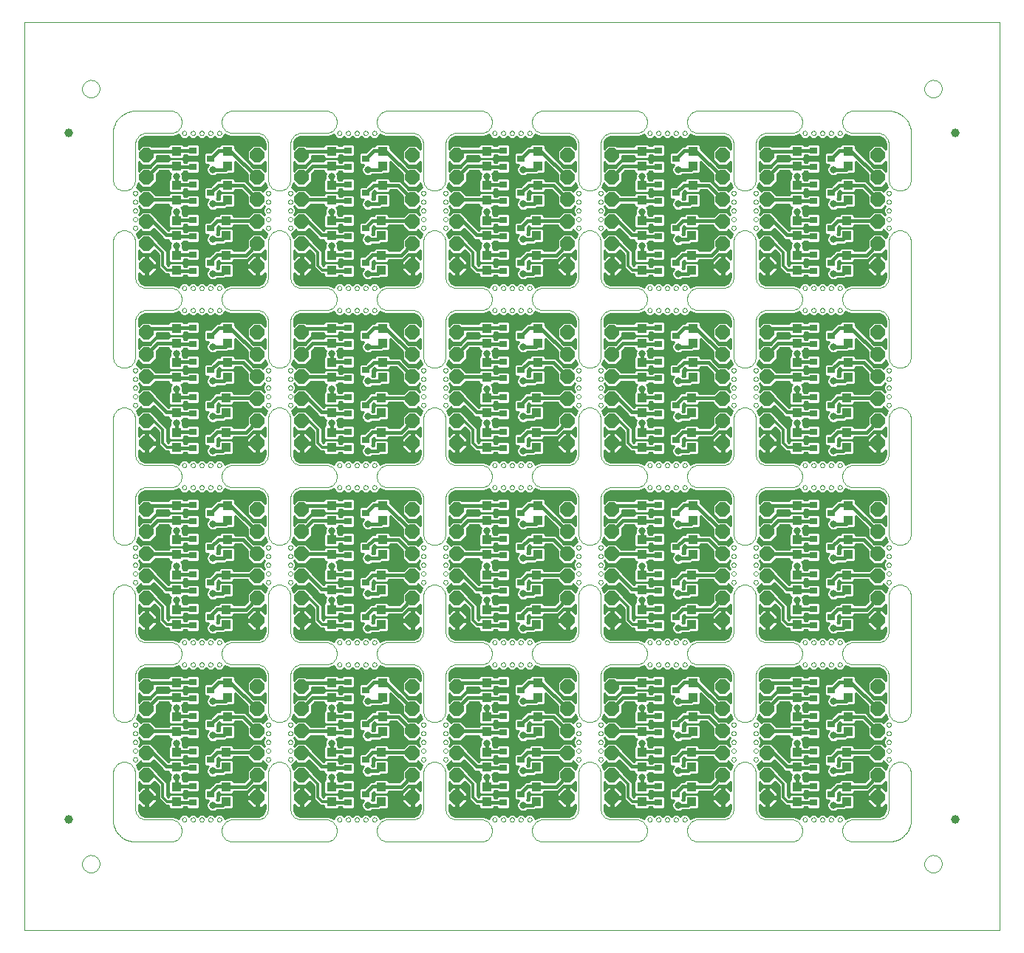
<source format=gtl>
G75*
G70*
%OFA0B0*%
%FSLAX24Y24*%
%IPPOS*%
%LPD*%
%AMOC8*
5,1,8,0,0,1.08239X$1,22.5*
%
%ADD10C,0.0000*%
%ADD11R,0.0354X0.0315*%
%ADD12R,0.0433X0.0394*%
%ADD13OC8,0.0640*%
%ADD14C,0.0394*%
%ADD15C,0.0160*%
%ADD16C,0.0318*%
%ADD17C,0.0120*%
%ADD18C,0.0100*%
D10*
X002152Y002156D02*
X002152Y043156D01*
X046152Y043156D01*
X046152Y002156D01*
X002152Y002156D01*
X004758Y005156D02*
X004760Y005195D01*
X004766Y005234D01*
X004776Y005272D01*
X004789Y005309D01*
X004806Y005344D01*
X004826Y005378D01*
X004850Y005409D01*
X004877Y005438D01*
X004906Y005464D01*
X004938Y005487D01*
X004972Y005507D01*
X005008Y005523D01*
X005045Y005535D01*
X005084Y005544D01*
X005123Y005549D01*
X005162Y005550D01*
X005201Y005547D01*
X005240Y005540D01*
X005277Y005529D01*
X005314Y005515D01*
X005349Y005497D01*
X005382Y005476D01*
X005413Y005451D01*
X005441Y005424D01*
X005466Y005394D01*
X005488Y005361D01*
X005507Y005327D01*
X005522Y005291D01*
X005534Y005253D01*
X005542Y005215D01*
X005546Y005176D01*
X005546Y005136D01*
X005542Y005097D01*
X005534Y005059D01*
X005522Y005021D01*
X005507Y004985D01*
X005488Y004951D01*
X005466Y004918D01*
X005441Y004888D01*
X005413Y004861D01*
X005382Y004836D01*
X005349Y004815D01*
X005314Y004797D01*
X005277Y004783D01*
X005240Y004772D01*
X005201Y004765D01*
X005162Y004762D01*
X005123Y004763D01*
X005084Y004768D01*
X005045Y004777D01*
X005008Y004789D01*
X004972Y004805D01*
X004938Y004825D01*
X004906Y004848D01*
X004877Y004874D01*
X004850Y004903D01*
X004826Y004934D01*
X004806Y004968D01*
X004789Y005003D01*
X004776Y005040D01*
X004766Y005078D01*
X004760Y005117D01*
X004758Y005156D01*
X006152Y007156D02*
X006152Y009256D01*
X006154Y009300D01*
X006160Y009343D01*
X006169Y009385D01*
X006182Y009427D01*
X006199Y009467D01*
X006219Y009506D01*
X006242Y009543D01*
X006269Y009577D01*
X006298Y009610D01*
X006331Y009639D01*
X006365Y009666D01*
X006402Y009689D01*
X006441Y009709D01*
X006481Y009726D01*
X006523Y009739D01*
X006565Y009748D01*
X006608Y009754D01*
X006652Y009756D01*
X006696Y009754D01*
X006739Y009748D01*
X006781Y009739D01*
X006823Y009726D01*
X006863Y009709D01*
X006902Y009689D01*
X006939Y009666D01*
X006973Y009639D01*
X007006Y009610D01*
X007035Y009577D01*
X007062Y009543D01*
X007085Y009506D01*
X007105Y009467D01*
X007122Y009427D01*
X007135Y009385D01*
X007144Y009343D01*
X007150Y009300D01*
X007152Y009256D01*
X007152Y007656D01*
X006152Y007156D02*
X006154Y007096D01*
X006159Y007035D01*
X006168Y006976D01*
X006181Y006917D01*
X006197Y006858D01*
X006217Y006801D01*
X006240Y006746D01*
X006267Y006691D01*
X006296Y006639D01*
X006329Y006588D01*
X006365Y006539D01*
X006403Y006493D01*
X006445Y006449D01*
X006489Y006407D01*
X006535Y006369D01*
X006584Y006333D01*
X006635Y006300D01*
X006687Y006271D01*
X006742Y006244D01*
X006797Y006221D01*
X006854Y006201D01*
X006913Y006185D01*
X006972Y006172D01*
X007031Y006163D01*
X007092Y006158D01*
X007152Y006156D01*
X008752Y006156D01*
X008796Y006158D01*
X008839Y006164D01*
X008881Y006173D01*
X008923Y006186D01*
X008963Y006203D01*
X009002Y006223D01*
X009039Y006246D01*
X009073Y006273D01*
X009106Y006302D01*
X009135Y006335D01*
X009162Y006369D01*
X009185Y006406D01*
X009205Y006445D01*
X009222Y006485D01*
X009235Y006527D01*
X009244Y006569D01*
X009250Y006612D01*
X009252Y006656D01*
X009250Y006700D01*
X009244Y006743D01*
X009235Y006785D01*
X009222Y006827D01*
X009205Y006867D01*
X009185Y006906D01*
X009162Y006943D01*
X009135Y006977D01*
X009106Y007010D01*
X009073Y007039D01*
X009039Y007066D01*
X009002Y007089D01*
X008963Y007109D01*
X008923Y007126D01*
X008881Y007139D01*
X008839Y007148D01*
X008796Y007154D01*
X008752Y007156D01*
X007652Y007156D01*
X007608Y007158D01*
X007565Y007164D01*
X007523Y007173D01*
X007481Y007186D01*
X007441Y007203D01*
X007402Y007223D01*
X007365Y007246D01*
X007331Y007273D01*
X007298Y007302D01*
X007269Y007335D01*
X007242Y007369D01*
X007219Y007406D01*
X007199Y007445D01*
X007182Y007485D01*
X007169Y007527D01*
X007160Y007569D01*
X007154Y007612D01*
X007152Y007656D01*
X007054Y009869D02*
X007056Y009888D01*
X007061Y009907D01*
X007071Y009923D01*
X007083Y009938D01*
X007098Y009950D01*
X007114Y009960D01*
X007133Y009965D01*
X007152Y009967D01*
X007171Y009965D01*
X007190Y009960D01*
X007206Y009950D01*
X007221Y009938D01*
X007233Y009923D01*
X007243Y009907D01*
X007248Y009888D01*
X007250Y009869D01*
X007248Y009850D01*
X007243Y009831D01*
X007233Y009815D01*
X007221Y009800D01*
X007206Y009788D01*
X007190Y009778D01*
X007171Y009773D01*
X007152Y009771D01*
X007133Y009773D01*
X007114Y009778D01*
X007098Y009788D01*
X007083Y009800D01*
X007071Y009815D01*
X007061Y009831D01*
X007056Y009850D01*
X007054Y009869D01*
X007054Y010262D02*
X007056Y010281D01*
X007061Y010300D01*
X007071Y010316D01*
X007083Y010331D01*
X007098Y010343D01*
X007114Y010353D01*
X007133Y010358D01*
X007152Y010360D01*
X007171Y010358D01*
X007190Y010353D01*
X007206Y010343D01*
X007221Y010331D01*
X007233Y010316D01*
X007243Y010300D01*
X007248Y010281D01*
X007250Y010262D01*
X007248Y010243D01*
X007243Y010224D01*
X007233Y010208D01*
X007221Y010193D01*
X007206Y010181D01*
X007190Y010171D01*
X007171Y010166D01*
X007152Y010164D01*
X007133Y010166D01*
X007114Y010171D01*
X007098Y010181D01*
X007083Y010193D01*
X007071Y010208D01*
X007061Y010224D01*
X007056Y010243D01*
X007054Y010262D01*
X007054Y010656D02*
X007056Y010675D01*
X007061Y010694D01*
X007071Y010710D01*
X007083Y010725D01*
X007098Y010737D01*
X007114Y010747D01*
X007133Y010752D01*
X007152Y010754D01*
X007171Y010752D01*
X007190Y010747D01*
X007206Y010737D01*
X007221Y010725D01*
X007233Y010710D01*
X007243Y010694D01*
X007248Y010675D01*
X007250Y010656D01*
X007248Y010637D01*
X007243Y010618D01*
X007233Y010602D01*
X007221Y010587D01*
X007206Y010575D01*
X007190Y010565D01*
X007171Y010560D01*
X007152Y010558D01*
X007133Y010560D01*
X007114Y010565D01*
X007098Y010575D01*
X007083Y010587D01*
X007071Y010602D01*
X007061Y010618D01*
X007056Y010637D01*
X007054Y010656D01*
X007054Y011050D02*
X007056Y011069D01*
X007061Y011088D01*
X007071Y011104D01*
X007083Y011119D01*
X007098Y011131D01*
X007114Y011141D01*
X007133Y011146D01*
X007152Y011148D01*
X007171Y011146D01*
X007190Y011141D01*
X007206Y011131D01*
X007221Y011119D01*
X007233Y011104D01*
X007243Y011088D01*
X007248Y011069D01*
X007250Y011050D01*
X007248Y011031D01*
X007243Y011012D01*
X007233Y010996D01*
X007221Y010981D01*
X007206Y010969D01*
X007190Y010959D01*
X007171Y010954D01*
X007152Y010952D01*
X007133Y010954D01*
X007114Y010959D01*
X007098Y010969D01*
X007083Y010981D01*
X007071Y010996D01*
X007061Y011012D01*
X007056Y011031D01*
X007054Y011050D01*
X007054Y011443D02*
X007056Y011462D01*
X007061Y011481D01*
X007071Y011497D01*
X007083Y011512D01*
X007098Y011524D01*
X007114Y011534D01*
X007133Y011539D01*
X007152Y011541D01*
X007171Y011539D01*
X007190Y011534D01*
X007206Y011524D01*
X007221Y011512D01*
X007233Y011497D01*
X007243Y011481D01*
X007248Y011462D01*
X007250Y011443D01*
X007248Y011424D01*
X007243Y011405D01*
X007233Y011389D01*
X007221Y011374D01*
X007206Y011362D01*
X007190Y011352D01*
X007171Y011347D01*
X007152Y011345D01*
X007133Y011347D01*
X007114Y011352D01*
X007098Y011362D01*
X007083Y011374D01*
X007071Y011389D01*
X007061Y011405D01*
X007056Y011424D01*
X007054Y011443D01*
X007152Y012056D02*
X007152Y013656D01*
X007154Y013700D01*
X007160Y013743D01*
X007169Y013785D01*
X007182Y013827D01*
X007199Y013867D01*
X007219Y013906D01*
X007242Y013943D01*
X007269Y013977D01*
X007298Y014010D01*
X007331Y014039D01*
X007365Y014066D01*
X007402Y014089D01*
X007441Y014109D01*
X007481Y014126D01*
X007523Y014139D01*
X007565Y014148D01*
X007608Y014154D01*
X007652Y014156D01*
X008752Y014156D01*
X009252Y014656D02*
X009250Y014700D01*
X009244Y014743D01*
X009235Y014785D01*
X009222Y014827D01*
X009205Y014867D01*
X009185Y014906D01*
X009162Y014943D01*
X009135Y014977D01*
X009106Y015010D01*
X009073Y015039D01*
X009039Y015066D01*
X009002Y015089D01*
X008963Y015109D01*
X008923Y015126D01*
X008881Y015139D01*
X008839Y015148D01*
X008796Y015154D01*
X008752Y015156D01*
X007652Y015156D01*
X007608Y015158D01*
X007565Y015164D01*
X007523Y015173D01*
X007481Y015186D01*
X007441Y015203D01*
X007402Y015223D01*
X007365Y015246D01*
X007331Y015273D01*
X007298Y015302D01*
X007269Y015335D01*
X007242Y015369D01*
X007219Y015406D01*
X007199Y015445D01*
X007182Y015485D01*
X007169Y015527D01*
X007160Y015569D01*
X007154Y015612D01*
X007152Y015656D01*
X007152Y017256D01*
X006652Y017756D02*
X006608Y017754D01*
X006565Y017748D01*
X006523Y017739D01*
X006481Y017726D01*
X006441Y017709D01*
X006402Y017689D01*
X006365Y017666D01*
X006331Y017639D01*
X006298Y017610D01*
X006269Y017577D01*
X006242Y017543D01*
X006219Y017506D01*
X006199Y017467D01*
X006182Y017427D01*
X006169Y017385D01*
X006160Y017343D01*
X006154Y017300D01*
X006152Y017256D01*
X006152Y012056D01*
X006154Y012012D01*
X006160Y011969D01*
X006169Y011927D01*
X006182Y011885D01*
X006199Y011845D01*
X006219Y011806D01*
X006242Y011769D01*
X006269Y011735D01*
X006298Y011702D01*
X006331Y011673D01*
X006365Y011646D01*
X006402Y011623D01*
X006441Y011603D01*
X006481Y011586D01*
X006523Y011573D01*
X006565Y011564D01*
X006608Y011558D01*
X006652Y011556D01*
X006696Y011558D01*
X006739Y011564D01*
X006781Y011573D01*
X006823Y011586D01*
X006863Y011603D01*
X006902Y011623D01*
X006939Y011646D01*
X006973Y011673D01*
X007006Y011702D01*
X007035Y011735D01*
X007062Y011769D01*
X007085Y011806D01*
X007105Y011845D01*
X007122Y011885D01*
X007135Y011927D01*
X007144Y011969D01*
X007150Y012012D01*
X007152Y012056D01*
X009267Y014156D02*
X009269Y014175D01*
X009274Y014194D01*
X009284Y014210D01*
X009296Y014225D01*
X009311Y014237D01*
X009327Y014247D01*
X009346Y014252D01*
X009365Y014254D01*
X009384Y014252D01*
X009403Y014247D01*
X009419Y014237D01*
X009434Y014225D01*
X009446Y014210D01*
X009456Y014194D01*
X009461Y014175D01*
X009463Y014156D01*
X009461Y014137D01*
X009456Y014118D01*
X009446Y014102D01*
X009434Y014087D01*
X009419Y014075D01*
X009403Y014065D01*
X009384Y014060D01*
X009365Y014058D01*
X009346Y014060D01*
X009327Y014065D01*
X009311Y014075D01*
X009296Y014087D01*
X009284Y014102D01*
X009274Y014118D01*
X009269Y014137D01*
X009267Y014156D01*
X009661Y014156D02*
X009663Y014175D01*
X009668Y014194D01*
X009678Y014210D01*
X009690Y014225D01*
X009705Y014237D01*
X009721Y014247D01*
X009740Y014252D01*
X009759Y014254D01*
X009778Y014252D01*
X009797Y014247D01*
X009813Y014237D01*
X009828Y014225D01*
X009840Y014210D01*
X009850Y014194D01*
X009855Y014175D01*
X009857Y014156D01*
X009855Y014137D01*
X009850Y014118D01*
X009840Y014102D01*
X009828Y014087D01*
X009813Y014075D01*
X009797Y014065D01*
X009778Y014060D01*
X009759Y014058D01*
X009740Y014060D01*
X009721Y014065D01*
X009705Y014075D01*
X009690Y014087D01*
X009678Y014102D01*
X009668Y014118D01*
X009663Y014137D01*
X009661Y014156D01*
X009252Y014656D02*
X009250Y014612D01*
X009244Y014569D01*
X009235Y014527D01*
X009222Y014485D01*
X009205Y014445D01*
X009185Y014406D01*
X009162Y014369D01*
X009135Y014335D01*
X009106Y014302D01*
X009073Y014273D01*
X009039Y014246D01*
X009002Y014223D01*
X008963Y014203D01*
X008923Y014186D01*
X008881Y014173D01*
X008839Y014164D01*
X008796Y014158D01*
X008752Y014156D01*
X009267Y015156D02*
X009269Y015175D01*
X009274Y015194D01*
X009284Y015210D01*
X009296Y015225D01*
X009311Y015237D01*
X009327Y015247D01*
X009346Y015252D01*
X009365Y015254D01*
X009384Y015252D01*
X009403Y015247D01*
X009419Y015237D01*
X009434Y015225D01*
X009446Y015210D01*
X009456Y015194D01*
X009461Y015175D01*
X009463Y015156D01*
X009461Y015137D01*
X009456Y015118D01*
X009446Y015102D01*
X009434Y015087D01*
X009419Y015075D01*
X009403Y015065D01*
X009384Y015060D01*
X009365Y015058D01*
X009346Y015060D01*
X009327Y015065D01*
X009311Y015075D01*
X009296Y015087D01*
X009284Y015102D01*
X009274Y015118D01*
X009269Y015137D01*
X009267Y015156D01*
X009661Y015156D02*
X009663Y015175D01*
X009668Y015194D01*
X009678Y015210D01*
X009690Y015225D01*
X009705Y015237D01*
X009721Y015247D01*
X009740Y015252D01*
X009759Y015254D01*
X009778Y015252D01*
X009797Y015247D01*
X009813Y015237D01*
X009828Y015225D01*
X009840Y015210D01*
X009850Y015194D01*
X009855Y015175D01*
X009857Y015156D01*
X009855Y015137D01*
X009850Y015118D01*
X009840Y015102D01*
X009828Y015087D01*
X009813Y015075D01*
X009797Y015065D01*
X009778Y015060D01*
X009759Y015058D01*
X009740Y015060D01*
X009721Y015065D01*
X009705Y015075D01*
X009690Y015087D01*
X009678Y015102D01*
X009668Y015118D01*
X009663Y015137D01*
X009661Y015156D01*
X010054Y015156D02*
X010056Y015175D01*
X010061Y015194D01*
X010071Y015210D01*
X010083Y015225D01*
X010098Y015237D01*
X010114Y015247D01*
X010133Y015252D01*
X010152Y015254D01*
X010171Y015252D01*
X010190Y015247D01*
X010206Y015237D01*
X010221Y015225D01*
X010233Y015210D01*
X010243Y015194D01*
X010248Y015175D01*
X010250Y015156D01*
X010248Y015137D01*
X010243Y015118D01*
X010233Y015102D01*
X010221Y015087D01*
X010206Y015075D01*
X010190Y015065D01*
X010171Y015060D01*
X010152Y015058D01*
X010133Y015060D01*
X010114Y015065D01*
X010098Y015075D01*
X010083Y015087D01*
X010071Y015102D01*
X010061Y015118D01*
X010056Y015137D01*
X010054Y015156D01*
X010448Y015156D02*
X010450Y015175D01*
X010455Y015194D01*
X010465Y015210D01*
X010477Y015225D01*
X010492Y015237D01*
X010508Y015247D01*
X010527Y015252D01*
X010546Y015254D01*
X010565Y015252D01*
X010584Y015247D01*
X010600Y015237D01*
X010615Y015225D01*
X010627Y015210D01*
X010637Y015194D01*
X010642Y015175D01*
X010644Y015156D01*
X010642Y015137D01*
X010637Y015118D01*
X010627Y015102D01*
X010615Y015087D01*
X010600Y015075D01*
X010584Y015065D01*
X010565Y015060D01*
X010546Y015058D01*
X010527Y015060D01*
X010508Y015065D01*
X010492Y015075D01*
X010477Y015087D01*
X010465Y015102D01*
X010455Y015118D01*
X010450Y015137D01*
X010448Y015156D01*
X010842Y015156D02*
X010844Y015175D01*
X010849Y015194D01*
X010859Y015210D01*
X010871Y015225D01*
X010886Y015237D01*
X010902Y015247D01*
X010921Y015252D01*
X010940Y015254D01*
X010959Y015252D01*
X010978Y015247D01*
X010994Y015237D01*
X011009Y015225D01*
X011021Y015210D01*
X011031Y015194D01*
X011036Y015175D01*
X011038Y015156D01*
X011036Y015137D01*
X011031Y015118D01*
X011021Y015102D01*
X011009Y015087D01*
X010994Y015075D01*
X010978Y015065D01*
X010959Y015060D01*
X010940Y015058D01*
X010921Y015060D01*
X010902Y015065D01*
X010886Y015075D01*
X010871Y015087D01*
X010859Y015102D01*
X010849Y015118D01*
X010844Y015137D01*
X010842Y015156D01*
X011552Y015156D02*
X012652Y015156D01*
X012696Y015158D01*
X012739Y015164D01*
X012781Y015173D01*
X012823Y015186D01*
X012863Y015203D01*
X012902Y015223D01*
X012939Y015246D01*
X012973Y015273D01*
X013006Y015302D01*
X013035Y015335D01*
X013062Y015369D01*
X013085Y015406D01*
X013105Y015445D01*
X013122Y015485D01*
X013135Y015527D01*
X013144Y015569D01*
X013150Y015612D01*
X013152Y015656D01*
X013152Y017256D01*
X013652Y017756D02*
X013696Y017754D01*
X013739Y017748D01*
X013781Y017739D01*
X013823Y017726D01*
X013863Y017709D01*
X013902Y017689D01*
X013939Y017666D01*
X013973Y017639D01*
X014006Y017610D01*
X014035Y017577D01*
X014062Y017543D01*
X014085Y017506D01*
X014105Y017467D01*
X014122Y017427D01*
X014135Y017385D01*
X014144Y017343D01*
X014150Y017300D01*
X014152Y017256D01*
X014152Y015656D01*
X014154Y015612D01*
X014160Y015569D01*
X014169Y015527D01*
X014182Y015485D01*
X014199Y015445D01*
X014219Y015406D01*
X014242Y015369D01*
X014269Y015335D01*
X014298Y015302D01*
X014331Y015273D01*
X014365Y015246D01*
X014402Y015223D01*
X014441Y015203D01*
X014481Y015186D01*
X014523Y015173D01*
X014565Y015164D01*
X014608Y015158D01*
X014652Y015156D01*
X015752Y015156D01*
X015796Y015154D01*
X015839Y015148D01*
X015881Y015139D01*
X015923Y015126D01*
X015963Y015109D01*
X016002Y015089D01*
X016039Y015066D01*
X016073Y015039D01*
X016106Y015010D01*
X016135Y014977D01*
X016162Y014943D01*
X016185Y014906D01*
X016205Y014867D01*
X016222Y014827D01*
X016235Y014785D01*
X016244Y014743D01*
X016250Y014700D01*
X016252Y014656D01*
X016250Y014612D01*
X016244Y014569D01*
X016235Y014527D01*
X016222Y014485D01*
X016205Y014445D01*
X016185Y014406D01*
X016162Y014369D01*
X016135Y014335D01*
X016106Y014302D01*
X016073Y014273D01*
X016039Y014246D01*
X016002Y014223D01*
X015963Y014203D01*
X015923Y014186D01*
X015881Y014173D01*
X015839Y014164D01*
X015796Y014158D01*
X015752Y014156D01*
X014652Y014156D01*
X014608Y014154D01*
X014565Y014148D01*
X014523Y014139D01*
X014481Y014126D01*
X014441Y014109D01*
X014402Y014089D01*
X014365Y014066D01*
X014331Y014039D01*
X014298Y014010D01*
X014269Y013977D01*
X014242Y013943D01*
X014219Y013906D01*
X014199Y013867D01*
X014182Y013827D01*
X014169Y013785D01*
X014160Y013743D01*
X014154Y013700D01*
X014152Y013656D01*
X014152Y012056D01*
X014150Y012012D01*
X014144Y011969D01*
X014135Y011927D01*
X014122Y011885D01*
X014105Y011845D01*
X014085Y011806D01*
X014062Y011769D01*
X014035Y011735D01*
X014006Y011702D01*
X013973Y011673D01*
X013939Y011646D01*
X013902Y011623D01*
X013863Y011603D01*
X013823Y011586D01*
X013781Y011573D01*
X013739Y011564D01*
X013696Y011558D01*
X013652Y011556D01*
X013608Y011558D01*
X013565Y011564D01*
X013523Y011573D01*
X013481Y011586D01*
X013441Y011603D01*
X013402Y011623D01*
X013365Y011646D01*
X013331Y011673D01*
X013298Y011702D01*
X013269Y011735D01*
X013242Y011769D01*
X013219Y011806D01*
X013199Y011845D01*
X013182Y011885D01*
X013169Y011927D01*
X013160Y011969D01*
X013154Y012012D01*
X013152Y012056D01*
X013152Y013656D01*
X013150Y013700D01*
X013144Y013743D01*
X013135Y013785D01*
X013122Y013827D01*
X013105Y013867D01*
X013085Y013906D01*
X013062Y013943D01*
X013035Y013977D01*
X013006Y014010D01*
X012973Y014039D01*
X012939Y014066D01*
X012902Y014089D01*
X012863Y014109D01*
X012823Y014126D01*
X012781Y014139D01*
X012739Y014148D01*
X012696Y014154D01*
X012652Y014156D01*
X011552Y014156D01*
X011052Y014656D02*
X011054Y014700D01*
X011060Y014743D01*
X011069Y014785D01*
X011082Y014827D01*
X011099Y014867D01*
X011119Y014906D01*
X011142Y014943D01*
X011169Y014977D01*
X011198Y015010D01*
X011231Y015039D01*
X011265Y015066D01*
X011302Y015089D01*
X011341Y015109D01*
X011381Y015126D01*
X011423Y015139D01*
X011465Y015148D01*
X011508Y015154D01*
X011552Y015156D01*
X011052Y014656D02*
X011054Y014612D01*
X011060Y014569D01*
X011069Y014527D01*
X011082Y014485D01*
X011099Y014445D01*
X011119Y014406D01*
X011142Y014369D01*
X011169Y014335D01*
X011198Y014302D01*
X011231Y014273D01*
X011265Y014246D01*
X011302Y014223D01*
X011341Y014203D01*
X011381Y014186D01*
X011423Y014173D01*
X011465Y014164D01*
X011508Y014158D01*
X011552Y014156D01*
X010842Y014156D02*
X010844Y014175D01*
X010849Y014194D01*
X010859Y014210D01*
X010871Y014225D01*
X010886Y014237D01*
X010902Y014247D01*
X010921Y014252D01*
X010940Y014254D01*
X010959Y014252D01*
X010978Y014247D01*
X010994Y014237D01*
X011009Y014225D01*
X011021Y014210D01*
X011031Y014194D01*
X011036Y014175D01*
X011038Y014156D01*
X011036Y014137D01*
X011031Y014118D01*
X011021Y014102D01*
X011009Y014087D01*
X010994Y014075D01*
X010978Y014065D01*
X010959Y014060D01*
X010940Y014058D01*
X010921Y014060D01*
X010902Y014065D01*
X010886Y014075D01*
X010871Y014087D01*
X010859Y014102D01*
X010849Y014118D01*
X010844Y014137D01*
X010842Y014156D01*
X010448Y014156D02*
X010450Y014175D01*
X010455Y014194D01*
X010465Y014210D01*
X010477Y014225D01*
X010492Y014237D01*
X010508Y014247D01*
X010527Y014252D01*
X010546Y014254D01*
X010565Y014252D01*
X010584Y014247D01*
X010600Y014237D01*
X010615Y014225D01*
X010627Y014210D01*
X010637Y014194D01*
X010642Y014175D01*
X010644Y014156D01*
X010642Y014137D01*
X010637Y014118D01*
X010627Y014102D01*
X010615Y014087D01*
X010600Y014075D01*
X010584Y014065D01*
X010565Y014060D01*
X010546Y014058D01*
X010527Y014060D01*
X010508Y014065D01*
X010492Y014075D01*
X010477Y014087D01*
X010465Y014102D01*
X010455Y014118D01*
X010450Y014137D01*
X010448Y014156D01*
X010054Y014156D02*
X010056Y014175D01*
X010061Y014194D01*
X010071Y014210D01*
X010083Y014225D01*
X010098Y014237D01*
X010114Y014247D01*
X010133Y014252D01*
X010152Y014254D01*
X010171Y014252D01*
X010190Y014247D01*
X010206Y014237D01*
X010221Y014225D01*
X010233Y014210D01*
X010243Y014194D01*
X010248Y014175D01*
X010250Y014156D01*
X010248Y014137D01*
X010243Y014118D01*
X010233Y014102D01*
X010221Y014087D01*
X010206Y014075D01*
X010190Y014065D01*
X010171Y014060D01*
X010152Y014058D01*
X010133Y014060D01*
X010114Y014065D01*
X010098Y014075D01*
X010083Y014087D01*
X010071Y014102D01*
X010061Y014118D01*
X010056Y014137D01*
X010054Y014156D01*
X012652Y014156D02*
X012696Y014154D01*
X012739Y014148D01*
X012781Y014139D01*
X012823Y014126D01*
X012863Y014109D01*
X012902Y014089D01*
X012939Y014066D01*
X012973Y014039D01*
X013006Y014010D01*
X013035Y013977D01*
X013062Y013943D01*
X013085Y013906D01*
X013105Y013867D01*
X013122Y013827D01*
X013135Y013785D01*
X013144Y013743D01*
X013150Y013700D01*
X013152Y013656D01*
X013054Y011443D02*
X013056Y011462D01*
X013061Y011481D01*
X013071Y011497D01*
X013083Y011512D01*
X013098Y011524D01*
X013114Y011534D01*
X013133Y011539D01*
X013152Y011541D01*
X013171Y011539D01*
X013190Y011534D01*
X013206Y011524D01*
X013221Y011512D01*
X013233Y011497D01*
X013243Y011481D01*
X013248Y011462D01*
X013250Y011443D01*
X013248Y011424D01*
X013243Y011405D01*
X013233Y011389D01*
X013221Y011374D01*
X013206Y011362D01*
X013190Y011352D01*
X013171Y011347D01*
X013152Y011345D01*
X013133Y011347D01*
X013114Y011352D01*
X013098Y011362D01*
X013083Y011374D01*
X013071Y011389D01*
X013061Y011405D01*
X013056Y011424D01*
X013054Y011443D01*
X013054Y011050D02*
X013056Y011069D01*
X013061Y011088D01*
X013071Y011104D01*
X013083Y011119D01*
X013098Y011131D01*
X013114Y011141D01*
X013133Y011146D01*
X013152Y011148D01*
X013171Y011146D01*
X013190Y011141D01*
X013206Y011131D01*
X013221Y011119D01*
X013233Y011104D01*
X013243Y011088D01*
X013248Y011069D01*
X013250Y011050D01*
X013248Y011031D01*
X013243Y011012D01*
X013233Y010996D01*
X013221Y010981D01*
X013206Y010969D01*
X013190Y010959D01*
X013171Y010954D01*
X013152Y010952D01*
X013133Y010954D01*
X013114Y010959D01*
X013098Y010969D01*
X013083Y010981D01*
X013071Y010996D01*
X013061Y011012D01*
X013056Y011031D01*
X013054Y011050D01*
X013054Y010656D02*
X013056Y010675D01*
X013061Y010694D01*
X013071Y010710D01*
X013083Y010725D01*
X013098Y010737D01*
X013114Y010747D01*
X013133Y010752D01*
X013152Y010754D01*
X013171Y010752D01*
X013190Y010747D01*
X013206Y010737D01*
X013221Y010725D01*
X013233Y010710D01*
X013243Y010694D01*
X013248Y010675D01*
X013250Y010656D01*
X013248Y010637D01*
X013243Y010618D01*
X013233Y010602D01*
X013221Y010587D01*
X013206Y010575D01*
X013190Y010565D01*
X013171Y010560D01*
X013152Y010558D01*
X013133Y010560D01*
X013114Y010565D01*
X013098Y010575D01*
X013083Y010587D01*
X013071Y010602D01*
X013061Y010618D01*
X013056Y010637D01*
X013054Y010656D01*
X013054Y010262D02*
X013056Y010281D01*
X013061Y010300D01*
X013071Y010316D01*
X013083Y010331D01*
X013098Y010343D01*
X013114Y010353D01*
X013133Y010358D01*
X013152Y010360D01*
X013171Y010358D01*
X013190Y010353D01*
X013206Y010343D01*
X013221Y010331D01*
X013233Y010316D01*
X013243Y010300D01*
X013248Y010281D01*
X013250Y010262D01*
X013248Y010243D01*
X013243Y010224D01*
X013233Y010208D01*
X013221Y010193D01*
X013206Y010181D01*
X013190Y010171D01*
X013171Y010166D01*
X013152Y010164D01*
X013133Y010166D01*
X013114Y010171D01*
X013098Y010181D01*
X013083Y010193D01*
X013071Y010208D01*
X013061Y010224D01*
X013056Y010243D01*
X013054Y010262D01*
X013054Y009869D02*
X013056Y009888D01*
X013061Y009907D01*
X013071Y009923D01*
X013083Y009938D01*
X013098Y009950D01*
X013114Y009960D01*
X013133Y009965D01*
X013152Y009967D01*
X013171Y009965D01*
X013190Y009960D01*
X013206Y009950D01*
X013221Y009938D01*
X013233Y009923D01*
X013243Y009907D01*
X013248Y009888D01*
X013250Y009869D01*
X013248Y009850D01*
X013243Y009831D01*
X013233Y009815D01*
X013221Y009800D01*
X013206Y009788D01*
X013190Y009778D01*
X013171Y009773D01*
X013152Y009771D01*
X013133Y009773D01*
X013114Y009778D01*
X013098Y009788D01*
X013083Y009800D01*
X013071Y009815D01*
X013061Y009831D01*
X013056Y009850D01*
X013054Y009869D01*
X013152Y009256D02*
X013152Y007656D01*
X013150Y007612D01*
X013144Y007569D01*
X013135Y007527D01*
X013122Y007485D01*
X013105Y007445D01*
X013085Y007406D01*
X013062Y007369D01*
X013035Y007335D01*
X013006Y007302D01*
X012973Y007273D01*
X012939Y007246D01*
X012902Y007223D01*
X012863Y007203D01*
X012823Y007186D01*
X012781Y007173D01*
X012739Y007164D01*
X012696Y007158D01*
X012652Y007156D01*
X011552Y007156D01*
X011052Y006656D02*
X011054Y006612D01*
X011060Y006569D01*
X011069Y006527D01*
X011082Y006485D01*
X011099Y006445D01*
X011119Y006406D01*
X011142Y006369D01*
X011169Y006335D01*
X011198Y006302D01*
X011231Y006273D01*
X011265Y006246D01*
X011302Y006223D01*
X011341Y006203D01*
X011381Y006186D01*
X011423Y006173D01*
X011465Y006164D01*
X011508Y006158D01*
X011552Y006156D01*
X015752Y006156D01*
X015796Y006158D01*
X015839Y006164D01*
X015881Y006173D01*
X015923Y006186D01*
X015963Y006203D01*
X016002Y006223D01*
X016039Y006246D01*
X016073Y006273D01*
X016106Y006302D01*
X016135Y006335D01*
X016162Y006369D01*
X016185Y006406D01*
X016205Y006445D01*
X016222Y006485D01*
X016235Y006527D01*
X016244Y006569D01*
X016250Y006612D01*
X016252Y006656D01*
X016250Y006700D01*
X016244Y006743D01*
X016235Y006785D01*
X016222Y006827D01*
X016205Y006867D01*
X016185Y006906D01*
X016162Y006943D01*
X016135Y006977D01*
X016106Y007010D01*
X016073Y007039D01*
X016039Y007066D01*
X016002Y007089D01*
X015963Y007109D01*
X015923Y007126D01*
X015881Y007139D01*
X015839Y007148D01*
X015796Y007154D01*
X015752Y007156D01*
X014652Y007156D01*
X014608Y007158D01*
X014565Y007164D01*
X014523Y007173D01*
X014481Y007186D01*
X014441Y007203D01*
X014402Y007223D01*
X014365Y007246D01*
X014331Y007273D01*
X014298Y007302D01*
X014269Y007335D01*
X014242Y007369D01*
X014219Y007406D01*
X014199Y007445D01*
X014182Y007485D01*
X014169Y007527D01*
X014160Y007569D01*
X014154Y007612D01*
X014152Y007656D01*
X014152Y009256D01*
X014150Y009300D01*
X014144Y009343D01*
X014135Y009385D01*
X014122Y009427D01*
X014105Y009467D01*
X014085Y009506D01*
X014062Y009543D01*
X014035Y009577D01*
X014006Y009610D01*
X013973Y009639D01*
X013939Y009666D01*
X013902Y009689D01*
X013863Y009709D01*
X013823Y009726D01*
X013781Y009739D01*
X013739Y009748D01*
X013696Y009754D01*
X013652Y009756D01*
X013608Y009754D01*
X013565Y009748D01*
X013523Y009739D01*
X013481Y009726D01*
X013441Y009709D01*
X013402Y009689D01*
X013365Y009666D01*
X013331Y009639D01*
X013298Y009610D01*
X013269Y009577D01*
X013242Y009543D01*
X013219Y009506D01*
X013199Y009467D01*
X013182Y009427D01*
X013169Y009385D01*
X013160Y009343D01*
X013154Y009300D01*
X013152Y009256D01*
X014054Y009869D02*
X014056Y009888D01*
X014061Y009907D01*
X014071Y009923D01*
X014083Y009938D01*
X014098Y009950D01*
X014114Y009960D01*
X014133Y009965D01*
X014152Y009967D01*
X014171Y009965D01*
X014190Y009960D01*
X014206Y009950D01*
X014221Y009938D01*
X014233Y009923D01*
X014243Y009907D01*
X014248Y009888D01*
X014250Y009869D01*
X014248Y009850D01*
X014243Y009831D01*
X014233Y009815D01*
X014221Y009800D01*
X014206Y009788D01*
X014190Y009778D01*
X014171Y009773D01*
X014152Y009771D01*
X014133Y009773D01*
X014114Y009778D01*
X014098Y009788D01*
X014083Y009800D01*
X014071Y009815D01*
X014061Y009831D01*
X014056Y009850D01*
X014054Y009869D01*
X014054Y010262D02*
X014056Y010281D01*
X014061Y010300D01*
X014071Y010316D01*
X014083Y010331D01*
X014098Y010343D01*
X014114Y010353D01*
X014133Y010358D01*
X014152Y010360D01*
X014171Y010358D01*
X014190Y010353D01*
X014206Y010343D01*
X014221Y010331D01*
X014233Y010316D01*
X014243Y010300D01*
X014248Y010281D01*
X014250Y010262D01*
X014248Y010243D01*
X014243Y010224D01*
X014233Y010208D01*
X014221Y010193D01*
X014206Y010181D01*
X014190Y010171D01*
X014171Y010166D01*
X014152Y010164D01*
X014133Y010166D01*
X014114Y010171D01*
X014098Y010181D01*
X014083Y010193D01*
X014071Y010208D01*
X014061Y010224D01*
X014056Y010243D01*
X014054Y010262D01*
X014054Y010656D02*
X014056Y010675D01*
X014061Y010694D01*
X014071Y010710D01*
X014083Y010725D01*
X014098Y010737D01*
X014114Y010747D01*
X014133Y010752D01*
X014152Y010754D01*
X014171Y010752D01*
X014190Y010747D01*
X014206Y010737D01*
X014221Y010725D01*
X014233Y010710D01*
X014243Y010694D01*
X014248Y010675D01*
X014250Y010656D01*
X014248Y010637D01*
X014243Y010618D01*
X014233Y010602D01*
X014221Y010587D01*
X014206Y010575D01*
X014190Y010565D01*
X014171Y010560D01*
X014152Y010558D01*
X014133Y010560D01*
X014114Y010565D01*
X014098Y010575D01*
X014083Y010587D01*
X014071Y010602D01*
X014061Y010618D01*
X014056Y010637D01*
X014054Y010656D01*
X014054Y011050D02*
X014056Y011069D01*
X014061Y011088D01*
X014071Y011104D01*
X014083Y011119D01*
X014098Y011131D01*
X014114Y011141D01*
X014133Y011146D01*
X014152Y011148D01*
X014171Y011146D01*
X014190Y011141D01*
X014206Y011131D01*
X014221Y011119D01*
X014233Y011104D01*
X014243Y011088D01*
X014248Y011069D01*
X014250Y011050D01*
X014248Y011031D01*
X014243Y011012D01*
X014233Y010996D01*
X014221Y010981D01*
X014206Y010969D01*
X014190Y010959D01*
X014171Y010954D01*
X014152Y010952D01*
X014133Y010954D01*
X014114Y010959D01*
X014098Y010969D01*
X014083Y010981D01*
X014071Y010996D01*
X014061Y011012D01*
X014056Y011031D01*
X014054Y011050D01*
X014054Y011443D02*
X014056Y011462D01*
X014061Y011481D01*
X014071Y011497D01*
X014083Y011512D01*
X014098Y011524D01*
X014114Y011534D01*
X014133Y011539D01*
X014152Y011541D01*
X014171Y011539D01*
X014190Y011534D01*
X014206Y011524D01*
X014221Y011512D01*
X014233Y011497D01*
X014243Y011481D01*
X014248Y011462D01*
X014250Y011443D01*
X014248Y011424D01*
X014243Y011405D01*
X014233Y011389D01*
X014221Y011374D01*
X014206Y011362D01*
X014190Y011352D01*
X014171Y011347D01*
X014152Y011345D01*
X014133Y011347D01*
X014114Y011352D01*
X014098Y011362D01*
X014083Y011374D01*
X014071Y011389D01*
X014061Y011405D01*
X014056Y011424D01*
X014054Y011443D01*
X016267Y014156D02*
X016269Y014175D01*
X016274Y014194D01*
X016284Y014210D01*
X016296Y014225D01*
X016311Y014237D01*
X016327Y014247D01*
X016346Y014252D01*
X016365Y014254D01*
X016384Y014252D01*
X016403Y014247D01*
X016419Y014237D01*
X016434Y014225D01*
X016446Y014210D01*
X016456Y014194D01*
X016461Y014175D01*
X016463Y014156D01*
X016461Y014137D01*
X016456Y014118D01*
X016446Y014102D01*
X016434Y014087D01*
X016419Y014075D01*
X016403Y014065D01*
X016384Y014060D01*
X016365Y014058D01*
X016346Y014060D01*
X016327Y014065D01*
X016311Y014075D01*
X016296Y014087D01*
X016284Y014102D01*
X016274Y014118D01*
X016269Y014137D01*
X016267Y014156D01*
X016661Y014156D02*
X016663Y014175D01*
X016668Y014194D01*
X016678Y014210D01*
X016690Y014225D01*
X016705Y014237D01*
X016721Y014247D01*
X016740Y014252D01*
X016759Y014254D01*
X016778Y014252D01*
X016797Y014247D01*
X016813Y014237D01*
X016828Y014225D01*
X016840Y014210D01*
X016850Y014194D01*
X016855Y014175D01*
X016857Y014156D01*
X016855Y014137D01*
X016850Y014118D01*
X016840Y014102D01*
X016828Y014087D01*
X016813Y014075D01*
X016797Y014065D01*
X016778Y014060D01*
X016759Y014058D01*
X016740Y014060D01*
X016721Y014065D01*
X016705Y014075D01*
X016690Y014087D01*
X016678Y014102D01*
X016668Y014118D01*
X016663Y014137D01*
X016661Y014156D01*
X017054Y014156D02*
X017056Y014175D01*
X017061Y014194D01*
X017071Y014210D01*
X017083Y014225D01*
X017098Y014237D01*
X017114Y014247D01*
X017133Y014252D01*
X017152Y014254D01*
X017171Y014252D01*
X017190Y014247D01*
X017206Y014237D01*
X017221Y014225D01*
X017233Y014210D01*
X017243Y014194D01*
X017248Y014175D01*
X017250Y014156D01*
X017248Y014137D01*
X017243Y014118D01*
X017233Y014102D01*
X017221Y014087D01*
X017206Y014075D01*
X017190Y014065D01*
X017171Y014060D01*
X017152Y014058D01*
X017133Y014060D01*
X017114Y014065D01*
X017098Y014075D01*
X017083Y014087D01*
X017071Y014102D01*
X017061Y014118D01*
X017056Y014137D01*
X017054Y014156D01*
X017448Y014156D02*
X017450Y014175D01*
X017455Y014194D01*
X017465Y014210D01*
X017477Y014225D01*
X017492Y014237D01*
X017508Y014247D01*
X017527Y014252D01*
X017546Y014254D01*
X017565Y014252D01*
X017584Y014247D01*
X017600Y014237D01*
X017615Y014225D01*
X017627Y014210D01*
X017637Y014194D01*
X017642Y014175D01*
X017644Y014156D01*
X017642Y014137D01*
X017637Y014118D01*
X017627Y014102D01*
X017615Y014087D01*
X017600Y014075D01*
X017584Y014065D01*
X017565Y014060D01*
X017546Y014058D01*
X017527Y014060D01*
X017508Y014065D01*
X017492Y014075D01*
X017477Y014087D01*
X017465Y014102D01*
X017455Y014118D01*
X017450Y014137D01*
X017448Y014156D01*
X017842Y014156D02*
X017844Y014175D01*
X017849Y014194D01*
X017859Y014210D01*
X017871Y014225D01*
X017886Y014237D01*
X017902Y014247D01*
X017921Y014252D01*
X017940Y014254D01*
X017959Y014252D01*
X017978Y014247D01*
X017994Y014237D01*
X018009Y014225D01*
X018021Y014210D01*
X018031Y014194D01*
X018036Y014175D01*
X018038Y014156D01*
X018036Y014137D01*
X018031Y014118D01*
X018021Y014102D01*
X018009Y014087D01*
X017994Y014075D01*
X017978Y014065D01*
X017959Y014060D01*
X017940Y014058D01*
X017921Y014060D01*
X017902Y014065D01*
X017886Y014075D01*
X017871Y014087D01*
X017859Y014102D01*
X017849Y014118D01*
X017844Y014137D01*
X017842Y014156D01*
X018552Y014156D02*
X019652Y014156D01*
X019696Y014154D01*
X019739Y014148D01*
X019781Y014139D01*
X019823Y014126D01*
X019863Y014109D01*
X019902Y014089D01*
X019939Y014066D01*
X019973Y014039D01*
X020006Y014010D01*
X020035Y013977D01*
X020062Y013943D01*
X020085Y013906D01*
X020105Y013867D01*
X020122Y013827D01*
X020135Y013785D01*
X020144Y013743D01*
X020150Y013700D01*
X020152Y013656D01*
X020152Y012056D01*
X020652Y011556D02*
X020696Y011558D01*
X020739Y011564D01*
X020781Y011573D01*
X020823Y011586D01*
X020863Y011603D01*
X020902Y011623D01*
X020939Y011646D01*
X020973Y011673D01*
X021006Y011702D01*
X021035Y011735D01*
X021062Y011769D01*
X021085Y011806D01*
X021105Y011845D01*
X021122Y011885D01*
X021135Y011927D01*
X021144Y011969D01*
X021150Y012012D01*
X021152Y012056D01*
X021152Y013656D01*
X021154Y013700D01*
X021160Y013743D01*
X021169Y013785D01*
X021182Y013827D01*
X021199Y013867D01*
X021219Y013906D01*
X021242Y013943D01*
X021269Y013977D01*
X021298Y014010D01*
X021331Y014039D01*
X021365Y014066D01*
X021402Y014089D01*
X021441Y014109D01*
X021481Y014126D01*
X021523Y014139D01*
X021565Y014148D01*
X021608Y014154D01*
X021652Y014156D01*
X022752Y014156D01*
X023252Y014656D02*
X023250Y014700D01*
X023244Y014743D01*
X023235Y014785D01*
X023222Y014827D01*
X023205Y014867D01*
X023185Y014906D01*
X023162Y014943D01*
X023135Y014977D01*
X023106Y015010D01*
X023073Y015039D01*
X023039Y015066D01*
X023002Y015089D01*
X022963Y015109D01*
X022923Y015126D01*
X022881Y015139D01*
X022839Y015148D01*
X022796Y015154D01*
X022752Y015156D01*
X021652Y015156D01*
X021608Y015158D01*
X021565Y015164D01*
X021523Y015173D01*
X021481Y015186D01*
X021441Y015203D01*
X021402Y015223D01*
X021365Y015246D01*
X021331Y015273D01*
X021298Y015302D01*
X021269Y015335D01*
X021242Y015369D01*
X021219Y015406D01*
X021199Y015445D01*
X021182Y015485D01*
X021169Y015527D01*
X021160Y015569D01*
X021154Y015612D01*
X021152Y015656D01*
X021152Y017256D01*
X021150Y017300D01*
X021144Y017343D01*
X021135Y017385D01*
X021122Y017427D01*
X021105Y017467D01*
X021085Y017506D01*
X021062Y017543D01*
X021035Y017577D01*
X021006Y017610D01*
X020973Y017639D01*
X020939Y017666D01*
X020902Y017689D01*
X020863Y017709D01*
X020823Y017726D01*
X020781Y017739D01*
X020739Y017748D01*
X020696Y017754D01*
X020652Y017756D01*
X020608Y017754D01*
X020565Y017748D01*
X020523Y017739D01*
X020481Y017726D01*
X020441Y017709D01*
X020402Y017689D01*
X020365Y017666D01*
X020331Y017639D01*
X020298Y017610D01*
X020269Y017577D01*
X020242Y017543D01*
X020219Y017506D01*
X020199Y017467D01*
X020182Y017427D01*
X020169Y017385D01*
X020160Y017343D01*
X020154Y017300D01*
X020152Y017256D01*
X020152Y015656D01*
X020150Y015612D01*
X020144Y015569D01*
X020135Y015527D01*
X020122Y015485D01*
X020105Y015445D01*
X020085Y015406D01*
X020062Y015369D01*
X020035Y015335D01*
X020006Y015302D01*
X019973Y015273D01*
X019939Y015246D01*
X019902Y015223D01*
X019863Y015203D01*
X019823Y015186D01*
X019781Y015173D01*
X019739Y015164D01*
X019696Y015158D01*
X019652Y015156D01*
X018552Y015156D01*
X018508Y015154D01*
X018465Y015148D01*
X018423Y015139D01*
X018381Y015126D01*
X018341Y015109D01*
X018302Y015089D01*
X018265Y015066D01*
X018231Y015039D01*
X018198Y015010D01*
X018169Y014977D01*
X018142Y014943D01*
X018119Y014906D01*
X018099Y014867D01*
X018082Y014827D01*
X018069Y014785D01*
X018060Y014743D01*
X018054Y014700D01*
X018052Y014656D01*
X018054Y014612D01*
X018060Y014569D01*
X018069Y014527D01*
X018082Y014485D01*
X018099Y014445D01*
X018119Y014406D01*
X018142Y014369D01*
X018169Y014335D01*
X018198Y014302D01*
X018231Y014273D01*
X018265Y014246D01*
X018302Y014223D01*
X018341Y014203D01*
X018381Y014186D01*
X018423Y014173D01*
X018465Y014164D01*
X018508Y014158D01*
X018552Y014156D01*
X017842Y015156D02*
X017844Y015175D01*
X017849Y015194D01*
X017859Y015210D01*
X017871Y015225D01*
X017886Y015237D01*
X017902Y015247D01*
X017921Y015252D01*
X017940Y015254D01*
X017959Y015252D01*
X017978Y015247D01*
X017994Y015237D01*
X018009Y015225D01*
X018021Y015210D01*
X018031Y015194D01*
X018036Y015175D01*
X018038Y015156D01*
X018036Y015137D01*
X018031Y015118D01*
X018021Y015102D01*
X018009Y015087D01*
X017994Y015075D01*
X017978Y015065D01*
X017959Y015060D01*
X017940Y015058D01*
X017921Y015060D01*
X017902Y015065D01*
X017886Y015075D01*
X017871Y015087D01*
X017859Y015102D01*
X017849Y015118D01*
X017844Y015137D01*
X017842Y015156D01*
X017448Y015156D02*
X017450Y015175D01*
X017455Y015194D01*
X017465Y015210D01*
X017477Y015225D01*
X017492Y015237D01*
X017508Y015247D01*
X017527Y015252D01*
X017546Y015254D01*
X017565Y015252D01*
X017584Y015247D01*
X017600Y015237D01*
X017615Y015225D01*
X017627Y015210D01*
X017637Y015194D01*
X017642Y015175D01*
X017644Y015156D01*
X017642Y015137D01*
X017637Y015118D01*
X017627Y015102D01*
X017615Y015087D01*
X017600Y015075D01*
X017584Y015065D01*
X017565Y015060D01*
X017546Y015058D01*
X017527Y015060D01*
X017508Y015065D01*
X017492Y015075D01*
X017477Y015087D01*
X017465Y015102D01*
X017455Y015118D01*
X017450Y015137D01*
X017448Y015156D01*
X017054Y015156D02*
X017056Y015175D01*
X017061Y015194D01*
X017071Y015210D01*
X017083Y015225D01*
X017098Y015237D01*
X017114Y015247D01*
X017133Y015252D01*
X017152Y015254D01*
X017171Y015252D01*
X017190Y015247D01*
X017206Y015237D01*
X017221Y015225D01*
X017233Y015210D01*
X017243Y015194D01*
X017248Y015175D01*
X017250Y015156D01*
X017248Y015137D01*
X017243Y015118D01*
X017233Y015102D01*
X017221Y015087D01*
X017206Y015075D01*
X017190Y015065D01*
X017171Y015060D01*
X017152Y015058D01*
X017133Y015060D01*
X017114Y015065D01*
X017098Y015075D01*
X017083Y015087D01*
X017071Y015102D01*
X017061Y015118D01*
X017056Y015137D01*
X017054Y015156D01*
X016661Y015156D02*
X016663Y015175D01*
X016668Y015194D01*
X016678Y015210D01*
X016690Y015225D01*
X016705Y015237D01*
X016721Y015247D01*
X016740Y015252D01*
X016759Y015254D01*
X016778Y015252D01*
X016797Y015247D01*
X016813Y015237D01*
X016828Y015225D01*
X016840Y015210D01*
X016850Y015194D01*
X016855Y015175D01*
X016857Y015156D01*
X016855Y015137D01*
X016850Y015118D01*
X016840Y015102D01*
X016828Y015087D01*
X016813Y015075D01*
X016797Y015065D01*
X016778Y015060D01*
X016759Y015058D01*
X016740Y015060D01*
X016721Y015065D01*
X016705Y015075D01*
X016690Y015087D01*
X016678Y015102D01*
X016668Y015118D01*
X016663Y015137D01*
X016661Y015156D01*
X016267Y015156D02*
X016269Y015175D01*
X016274Y015194D01*
X016284Y015210D01*
X016296Y015225D01*
X016311Y015237D01*
X016327Y015247D01*
X016346Y015252D01*
X016365Y015254D01*
X016384Y015252D01*
X016403Y015247D01*
X016419Y015237D01*
X016434Y015225D01*
X016446Y015210D01*
X016456Y015194D01*
X016461Y015175D01*
X016463Y015156D01*
X016461Y015137D01*
X016456Y015118D01*
X016446Y015102D01*
X016434Y015087D01*
X016419Y015075D01*
X016403Y015065D01*
X016384Y015060D01*
X016365Y015058D01*
X016346Y015060D01*
X016327Y015065D01*
X016311Y015075D01*
X016296Y015087D01*
X016284Y015102D01*
X016274Y015118D01*
X016269Y015137D01*
X016267Y015156D01*
X013652Y017756D02*
X013608Y017754D01*
X013565Y017748D01*
X013523Y017739D01*
X013481Y017726D01*
X013441Y017709D01*
X013402Y017689D01*
X013365Y017666D01*
X013331Y017639D01*
X013298Y017610D01*
X013269Y017577D01*
X013242Y017543D01*
X013219Y017506D01*
X013199Y017467D01*
X013182Y017427D01*
X013169Y017385D01*
X013160Y017343D01*
X013154Y017300D01*
X013152Y017256D01*
X013054Y017869D02*
X013056Y017888D01*
X013061Y017907D01*
X013071Y017923D01*
X013083Y017938D01*
X013098Y017950D01*
X013114Y017960D01*
X013133Y017965D01*
X013152Y017967D01*
X013171Y017965D01*
X013190Y017960D01*
X013206Y017950D01*
X013221Y017938D01*
X013233Y017923D01*
X013243Y017907D01*
X013248Y017888D01*
X013250Y017869D01*
X013248Y017850D01*
X013243Y017831D01*
X013233Y017815D01*
X013221Y017800D01*
X013206Y017788D01*
X013190Y017778D01*
X013171Y017773D01*
X013152Y017771D01*
X013133Y017773D01*
X013114Y017778D01*
X013098Y017788D01*
X013083Y017800D01*
X013071Y017815D01*
X013061Y017831D01*
X013056Y017850D01*
X013054Y017869D01*
X013054Y018262D02*
X013056Y018281D01*
X013061Y018300D01*
X013071Y018316D01*
X013083Y018331D01*
X013098Y018343D01*
X013114Y018353D01*
X013133Y018358D01*
X013152Y018360D01*
X013171Y018358D01*
X013190Y018353D01*
X013206Y018343D01*
X013221Y018331D01*
X013233Y018316D01*
X013243Y018300D01*
X013248Y018281D01*
X013250Y018262D01*
X013248Y018243D01*
X013243Y018224D01*
X013233Y018208D01*
X013221Y018193D01*
X013206Y018181D01*
X013190Y018171D01*
X013171Y018166D01*
X013152Y018164D01*
X013133Y018166D01*
X013114Y018171D01*
X013098Y018181D01*
X013083Y018193D01*
X013071Y018208D01*
X013061Y018224D01*
X013056Y018243D01*
X013054Y018262D01*
X013054Y018656D02*
X013056Y018675D01*
X013061Y018694D01*
X013071Y018710D01*
X013083Y018725D01*
X013098Y018737D01*
X013114Y018747D01*
X013133Y018752D01*
X013152Y018754D01*
X013171Y018752D01*
X013190Y018747D01*
X013206Y018737D01*
X013221Y018725D01*
X013233Y018710D01*
X013243Y018694D01*
X013248Y018675D01*
X013250Y018656D01*
X013248Y018637D01*
X013243Y018618D01*
X013233Y018602D01*
X013221Y018587D01*
X013206Y018575D01*
X013190Y018565D01*
X013171Y018560D01*
X013152Y018558D01*
X013133Y018560D01*
X013114Y018565D01*
X013098Y018575D01*
X013083Y018587D01*
X013071Y018602D01*
X013061Y018618D01*
X013056Y018637D01*
X013054Y018656D01*
X013054Y019050D02*
X013056Y019069D01*
X013061Y019088D01*
X013071Y019104D01*
X013083Y019119D01*
X013098Y019131D01*
X013114Y019141D01*
X013133Y019146D01*
X013152Y019148D01*
X013171Y019146D01*
X013190Y019141D01*
X013206Y019131D01*
X013221Y019119D01*
X013233Y019104D01*
X013243Y019088D01*
X013248Y019069D01*
X013250Y019050D01*
X013248Y019031D01*
X013243Y019012D01*
X013233Y018996D01*
X013221Y018981D01*
X013206Y018969D01*
X013190Y018959D01*
X013171Y018954D01*
X013152Y018952D01*
X013133Y018954D01*
X013114Y018959D01*
X013098Y018969D01*
X013083Y018981D01*
X013071Y018996D01*
X013061Y019012D01*
X013056Y019031D01*
X013054Y019050D01*
X013054Y019443D02*
X013056Y019462D01*
X013061Y019481D01*
X013071Y019497D01*
X013083Y019512D01*
X013098Y019524D01*
X013114Y019534D01*
X013133Y019539D01*
X013152Y019541D01*
X013171Y019539D01*
X013190Y019534D01*
X013206Y019524D01*
X013221Y019512D01*
X013233Y019497D01*
X013243Y019481D01*
X013248Y019462D01*
X013250Y019443D01*
X013248Y019424D01*
X013243Y019405D01*
X013233Y019389D01*
X013221Y019374D01*
X013206Y019362D01*
X013190Y019352D01*
X013171Y019347D01*
X013152Y019345D01*
X013133Y019347D01*
X013114Y019352D01*
X013098Y019362D01*
X013083Y019374D01*
X013071Y019389D01*
X013061Y019405D01*
X013056Y019424D01*
X013054Y019443D01*
X013152Y020056D02*
X013152Y021656D01*
X013150Y021700D01*
X013144Y021743D01*
X013135Y021785D01*
X013122Y021827D01*
X013105Y021867D01*
X013085Y021906D01*
X013062Y021943D01*
X013035Y021977D01*
X013006Y022010D01*
X012973Y022039D01*
X012939Y022066D01*
X012902Y022089D01*
X012863Y022109D01*
X012823Y022126D01*
X012781Y022139D01*
X012739Y022148D01*
X012696Y022154D01*
X012652Y022156D01*
X011552Y022156D01*
X010842Y022156D02*
X010844Y022175D01*
X010849Y022194D01*
X010859Y022210D01*
X010871Y022225D01*
X010886Y022237D01*
X010902Y022247D01*
X010921Y022252D01*
X010940Y022254D01*
X010959Y022252D01*
X010978Y022247D01*
X010994Y022237D01*
X011009Y022225D01*
X011021Y022210D01*
X011031Y022194D01*
X011036Y022175D01*
X011038Y022156D01*
X011036Y022137D01*
X011031Y022118D01*
X011021Y022102D01*
X011009Y022087D01*
X010994Y022075D01*
X010978Y022065D01*
X010959Y022060D01*
X010940Y022058D01*
X010921Y022060D01*
X010902Y022065D01*
X010886Y022075D01*
X010871Y022087D01*
X010859Y022102D01*
X010849Y022118D01*
X010844Y022137D01*
X010842Y022156D01*
X010448Y022156D02*
X010450Y022175D01*
X010455Y022194D01*
X010465Y022210D01*
X010477Y022225D01*
X010492Y022237D01*
X010508Y022247D01*
X010527Y022252D01*
X010546Y022254D01*
X010565Y022252D01*
X010584Y022247D01*
X010600Y022237D01*
X010615Y022225D01*
X010627Y022210D01*
X010637Y022194D01*
X010642Y022175D01*
X010644Y022156D01*
X010642Y022137D01*
X010637Y022118D01*
X010627Y022102D01*
X010615Y022087D01*
X010600Y022075D01*
X010584Y022065D01*
X010565Y022060D01*
X010546Y022058D01*
X010527Y022060D01*
X010508Y022065D01*
X010492Y022075D01*
X010477Y022087D01*
X010465Y022102D01*
X010455Y022118D01*
X010450Y022137D01*
X010448Y022156D01*
X010054Y022156D02*
X010056Y022175D01*
X010061Y022194D01*
X010071Y022210D01*
X010083Y022225D01*
X010098Y022237D01*
X010114Y022247D01*
X010133Y022252D01*
X010152Y022254D01*
X010171Y022252D01*
X010190Y022247D01*
X010206Y022237D01*
X010221Y022225D01*
X010233Y022210D01*
X010243Y022194D01*
X010248Y022175D01*
X010250Y022156D01*
X010248Y022137D01*
X010243Y022118D01*
X010233Y022102D01*
X010221Y022087D01*
X010206Y022075D01*
X010190Y022065D01*
X010171Y022060D01*
X010152Y022058D01*
X010133Y022060D01*
X010114Y022065D01*
X010098Y022075D01*
X010083Y022087D01*
X010071Y022102D01*
X010061Y022118D01*
X010056Y022137D01*
X010054Y022156D01*
X009661Y022156D02*
X009663Y022175D01*
X009668Y022194D01*
X009678Y022210D01*
X009690Y022225D01*
X009705Y022237D01*
X009721Y022247D01*
X009740Y022252D01*
X009759Y022254D01*
X009778Y022252D01*
X009797Y022247D01*
X009813Y022237D01*
X009828Y022225D01*
X009840Y022210D01*
X009850Y022194D01*
X009855Y022175D01*
X009857Y022156D01*
X009855Y022137D01*
X009850Y022118D01*
X009840Y022102D01*
X009828Y022087D01*
X009813Y022075D01*
X009797Y022065D01*
X009778Y022060D01*
X009759Y022058D01*
X009740Y022060D01*
X009721Y022065D01*
X009705Y022075D01*
X009690Y022087D01*
X009678Y022102D01*
X009668Y022118D01*
X009663Y022137D01*
X009661Y022156D01*
X009267Y022156D02*
X009269Y022175D01*
X009274Y022194D01*
X009284Y022210D01*
X009296Y022225D01*
X009311Y022237D01*
X009327Y022247D01*
X009346Y022252D01*
X009365Y022254D01*
X009384Y022252D01*
X009403Y022247D01*
X009419Y022237D01*
X009434Y022225D01*
X009446Y022210D01*
X009456Y022194D01*
X009461Y022175D01*
X009463Y022156D01*
X009461Y022137D01*
X009456Y022118D01*
X009446Y022102D01*
X009434Y022087D01*
X009419Y022075D01*
X009403Y022065D01*
X009384Y022060D01*
X009365Y022058D01*
X009346Y022060D01*
X009327Y022065D01*
X009311Y022075D01*
X009296Y022087D01*
X009284Y022102D01*
X009274Y022118D01*
X009269Y022137D01*
X009267Y022156D01*
X008752Y022156D02*
X007652Y022156D01*
X007608Y022154D01*
X007565Y022148D01*
X007523Y022139D01*
X007481Y022126D01*
X007441Y022109D01*
X007402Y022089D01*
X007365Y022066D01*
X007331Y022039D01*
X007298Y022010D01*
X007269Y021977D01*
X007242Y021943D01*
X007219Y021906D01*
X007199Y021867D01*
X007182Y021827D01*
X007169Y021785D01*
X007160Y021743D01*
X007154Y021700D01*
X007152Y021656D01*
X007152Y020056D01*
X006652Y019556D02*
X006608Y019558D01*
X006565Y019564D01*
X006523Y019573D01*
X006481Y019586D01*
X006441Y019603D01*
X006402Y019623D01*
X006365Y019646D01*
X006331Y019673D01*
X006298Y019702D01*
X006269Y019735D01*
X006242Y019769D01*
X006219Y019806D01*
X006199Y019845D01*
X006182Y019885D01*
X006169Y019927D01*
X006160Y019969D01*
X006154Y020012D01*
X006152Y020056D01*
X006152Y025256D01*
X006154Y025300D01*
X006160Y025343D01*
X006169Y025385D01*
X006182Y025427D01*
X006199Y025467D01*
X006219Y025506D01*
X006242Y025543D01*
X006269Y025577D01*
X006298Y025610D01*
X006331Y025639D01*
X006365Y025666D01*
X006402Y025689D01*
X006441Y025709D01*
X006481Y025726D01*
X006523Y025739D01*
X006565Y025748D01*
X006608Y025754D01*
X006652Y025756D01*
X006696Y025754D01*
X006739Y025748D01*
X006781Y025739D01*
X006823Y025726D01*
X006863Y025709D01*
X006902Y025689D01*
X006939Y025666D01*
X006973Y025639D01*
X007006Y025610D01*
X007035Y025577D01*
X007062Y025543D01*
X007085Y025506D01*
X007105Y025467D01*
X007122Y025427D01*
X007135Y025385D01*
X007144Y025343D01*
X007150Y025300D01*
X007152Y025256D01*
X007152Y023656D01*
X007154Y023612D01*
X007160Y023569D01*
X007169Y023527D01*
X007182Y023485D01*
X007199Y023445D01*
X007219Y023406D01*
X007242Y023369D01*
X007269Y023335D01*
X007298Y023302D01*
X007331Y023273D01*
X007365Y023246D01*
X007402Y023223D01*
X007441Y023203D01*
X007481Y023186D01*
X007523Y023173D01*
X007565Y023164D01*
X007608Y023158D01*
X007652Y023156D01*
X008752Y023156D01*
X009252Y022656D02*
X009250Y022612D01*
X009244Y022569D01*
X009235Y022527D01*
X009222Y022485D01*
X009205Y022445D01*
X009185Y022406D01*
X009162Y022369D01*
X009135Y022335D01*
X009106Y022302D01*
X009073Y022273D01*
X009039Y022246D01*
X009002Y022223D01*
X008963Y022203D01*
X008923Y022186D01*
X008881Y022173D01*
X008839Y022164D01*
X008796Y022158D01*
X008752Y022156D01*
X009252Y022656D02*
X009250Y022700D01*
X009244Y022743D01*
X009235Y022785D01*
X009222Y022827D01*
X009205Y022867D01*
X009185Y022906D01*
X009162Y022943D01*
X009135Y022977D01*
X009106Y023010D01*
X009073Y023039D01*
X009039Y023066D01*
X009002Y023089D01*
X008963Y023109D01*
X008923Y023126D01*
X008881Y023139D01*
X008839Y023148D01*
X008796Y023154D01*
X008752Y023156D01*
X009267Y023156D02*
X009269Y023175D01*
X009274Y023194D01*
X009284Y023210D01*
X009296Y023225D01*
X009311Y023237D01*
X009327Y023247D01*
X009346Y023252D01*
X009365Y023254D01*
X009384Y023252D01*
X009403Y023247D01*
X009419Y023237D01*
X009434Y023225D01*
X009446Y023210D01*
X009456Y023194D01*
X009461Y023175D01*
X009463Y023156D01*
X009461Y023137D01*
X009456Y023118D01*
X009446Y023102D01*
X009434Y023087D01*
X009419Y023075D01*
X009403Y023065D01*
X009384Y023060D01*
X009365Y023058D01*
X009346Y023060D01*
X009327Y023065D01*
X009311Y023075D01*
X009296Y023087D01*
X009284Y023102D01*
X009274Y023118D01*
X009269Y023137D01*
X009267Y023156D01*
X009661Y023156D02*
X009663Y023175D01*
X009668Y023194D01*
X009678Y023210D01*
X009690Y023225D01*
X009705Y023237D01*
X009721Y023247D01*
X009740Y023252D01*
X009759Y023254D01*
X009778Y023252D01*
X009797Y023247D01*
X009813Y023237D01*
X009828Y023225D01*
X009840Y023210D01*
X009850Y023194D01*
X009855Y023175D01*
X009857Y023156D01*
X009855Y023137D01*
X009850Y023118D01*
X009840Y023102D01*
X009828Y023087D01*
X009813Y023075D01*
X009797Y023065D01*
X009778Y023060D01*
X009759Y023058D01*
X009740Y023060D01*
X009721Y023065D01*
X009705Y023075D01*
X009690Y023087D01*
X009678Y023102D01*
X009668Y023118D01*
X009663Y023137D01*
X009661Y023156D01*
X010054Y023156D02*
X010056Y023175D01*
X010061Y023194D01*
X010071Y023210D01*
X010083Y023225D01*
X010098Y023237D01*
X010114Y023247D01*
X010133Y023252D01*
X010152Y023254D01*
X010171Y023252D01*
X010190Y023247D01*
X010206Y023237D01*
X010221Y023225D01*
X010233Y023210D01*
X010243Y023194D01*
X010248Y023175D01*
X010250Y023156D01*
X010248Y023137D01*
X010243Y023118D01*
X010233Y023102D01*
X010221Y023087D01*
X010206Y023075D01*
X010190Y023065D01*
X010171Y023060D01*
X010152Y023058D01*
X010133Y023060D01*
X010114Y023065D01*
X010098Y023075D01*
X010083Y023087D01*
X010071Y023102D01*
X010061Y023118D01*
X010056Y023137D01*
X010054Y023156D01*
X010448Y023156D02*
X010450Y023175D01*
X010455Y023194D01*
X010465Y023210D01*
X010477Y023225D01*
X010492Y023237D01*
X010508Y023247D01*
X010527Y023252D01*
X010546Y023254D01*
X010565Y023252D01*
X010584Y023247D01*
X010600Y023237D01*
X010615Y023225D01*
X010627Y023210D01*
X010637Y023194D01*
X010642Y023175D01*
X010644Y023156D01*
X010642Y023137D01*
X010637Y023118D01*
X010627Y023102D01*
X010615Y023087D01*
X010600Y023075D01*
X010584Y023065D01*
X010565Y023060D01*
X010546Y023058D01*
X010527Y023060D01*
X010508Y023065D01*
X010492Y023075D01*
X010477Y023087D01*
X010465Y023102D01*
X010455Y023118D01*
X010450Y023137D01*
X010448Y023156D01*
X010842Y023156D02*
X010844Y023175D01*
X010849Y023194D01*
X010859Y023210D01*
X010871Y023225D01*
X010886Y023237D01*
X010902Y023247D01*
X010921Y023252D01*
X010940Y023254D01*
X010959Y023252D01*
X010978Y023247D01*
X010994Y023237D01*
X011009Y023225D01*
X011021Y023210D01*
X011031Y023194D01*
X011036Y023175D01*
X011038Y023156D01*
X011036Y023137D01*
X011031Y023118D01*
X011021Y023102D01*
X011009Y023087D01*
X010994Y023075D01*
X010978Y023065D01*
X010959Y023060D01*
X010940Y023058D01*
X010921Y023060D01*
X010902Y023065D01*
X010886Y023075D01*
X010871Y023087D01*
X010859Y023102D01*
X010849Y023118D01*
X010844Y023137D01*
X010842Y023156D01*
X011552Y023156D02*
X012652Y023156D01*
X012696Y023158D01*
X012739Y023164D01*
X012781Y023173D01*
X012823Y023186D01*
X012863Y023203D01*
X012902Y023223D01*
X012939Y023246D01*
X012973Y023273D01*
X013006Y023302D01*
X013035Y023335D01*
X013062Y023369D01*
X013085Y023406D01*
X013105Y023445D01*
X013122Y023485D01*
X013135Y023527D01*
X013144Y023569D01*
X013150Y023612D01*
X013152Y023656D01*
X013152Y025256D01*
X013652Y025756D02*
X013696Y025754D01*
X013739Y025748D01*
X013781Y025739D01*
X013823Y025726D01*
X013863Y025709D01*
X013902Y025689D01*
X013939Y025666D01*
X013973Y025639D01*
X014006Y025610D01*
X014035Y025577D01*
X014062Y025543D01*
X014085Y025506D01*
X014105Y025467D01*
X014122Y025427D01*
X014135Y025385D01*
X014144Y025343D01*
X014150Y025300D01*
X014152Y025256D01*
X014152Y023656D01*
X014154Y023612D01*
X014160Y023569D01*
X014169Y023527D01*
X014182Y023485D01*
X014199Y023445D01*
X014219Y023406D01*
X014242Y023369D01*
X014269Y023335D01*
X014298Y023302D01*
X014331Y023273D01*
X014365Y023246D01*
X014402Y023223D01*
X014441Y023203D01*
X014481Y023186D01*
X014523Y023173D01*
X014565Y023164D01*
X014608Y023158D01*
X014652Y023156D01*
X015752Y023156D01*
X016252Y022656D02*
X016250Y022612D01*
X016244Y022569D01*
X016235Y022527D01*
X016222Y022485D01*
X016205Y022445D01*
X016185Y022406D01*
X016162Y022369D01*
X016135Y022335D01*
X016106Y022302D01*
X016073Y022273D01*
X016039Y022246D01*
X016002Y022223D01*
X015963Y022203D01*
X015923Y022186D01*
X015881Y022173D01*
X015839Y022164D01*
X015796Y022158D01*
X015752Y022156D01*
X014652Y022156D01*
X014608Y022154D01*
X014565Y022148D01*
X014523Y022139D01*
X014481Y022126D01*
X014441Y022109D01*
X014402Y022089D01*
X014365Y022066D01*
X014331Y022039D01*
X014298Y022010D01*
X014269Y021977D01*
X014242Y021943D01*
X014219Y021906D01*
X014199Y021867D01*
X014182Y021827D01*
X014169Y021785D01*
X014160Y021743D01*
X014154Y021700D01*
X014152Y021656D01*
X014152Y020056D01*
X014150Y020012D01*
X014144Y019969D01*
X014135Y019927D01*
X014122Y019885D01*
X014105Y019845D01*
X014085Y019806D01*
X014062Y019769D01*
X014035Y019735D01*
X014006Y019702D01*
X013973Y019673D01*
X013939Y019646D01*
X013902Y019623D01*
X013863Y019603D01*
X013823Y019586D01*
X013781Y019573D01*
X013739Y019564D01*
X013696Y019558D01*
X013652Y019556D01*
X013608Y019558D01*
X013565Y019564D01*
X013523Y019573D01*
X013481Y019586D01*
X013441Y019603D01*
X013402Y019623D01*
X013365Y019646D01*
X013331Y019673D01*
X013298Y019702D01*
X013269Y019735D01*
X013242Y019769D01*
X013219Y019806D01*
X013199Y019845D01*
X013182Y019885D01*
X013169Y019927D01*
X013160Y019969D01*
X013154Y020012D01*
X013152Y020056D01*
X014054Y019443D02*
X014056Y019462D01*
X014061Y019481D01*
X014071Y019497D01*
X014083Y019512D01*
X014098Y019524D01*
X014114Y019534D01*
X014133Y019539D01*
X014152Y019541D01*
X014171Y019539D01*
X014190Y019534D01*
X014206Y019524D01*
X014221Y019512D01*
X014233Y019497D01*
X014243Y019481D01*
X014248Y019462D01*
X014250Y019443D01*
X014248Y019424D01*
X014243Y019405D01*
X014233Y019389D01*
X014221Y019374D01*
X014206Y019362D01*
X014190Y019352D01*
X014171Y019347D01*
X014152Y019345D01*
X014133Y019347D01*
X014114Y019352D01*
X014098Y019362D01*
X014083Y019374D01*
X014071Y019389D01*
X014061Y019405D01*
X014056Y019424D01*
X014054Y019443D01*
X014054Y019050D02*
X014056Y019069D01*
X014061Y019088D01*
X014071Y019104D01*
X014083Y019119D01*
X014098Y019131D01*
X014114Y019141D01*
X014133Y019146D01*
X014152Y019148D01*
X014171Y019146D01*
X014190Y019141D01*
X014206Y019131D01*
X014221Y019119D01*
X014233Y019104D01*
X014243Y019088D01*
X014248Y019069D01*
X014250Y019050D01*
X014248Y019031D01*
X014243Y019012D01*
X014233Y018996D01*
X014221Y018981D01*
X014206Y018969D01*
X014190Y018959D01*
X014171Y018954D01*
X014152Y018952D01*
X014133Y018954D01*
X014114Y018959D01*
X014098Y018969D01*
X014083Y018981D01*
X014071Y018996D01*
X014061Y019012D01*
X014056Y019031D01*
X014054Y019050D01*
X014054Y018656D02*
X014056Y018675D01*
X014061Y018694D01*
X014071Y018710D01*
X014083Y018725D01*
X014098Y018737D01*
X014114Y018747D01*
X014133Y018752D01*
X014152Y018754D01*
X014171Y018752D01*
X014190Y018747D01*
X014206Y018737D01*
X014221Y018725D01*
X014233Y018710D01*
X014243Y018694D01*
X014248Y018675D01*
X014250Y018656D01*
X014248Y018637D01*
X014243Y018618D01*
X014233Y018602D01*
X014221Y018587D01*
X014206Y018575D01*
X014190Y018565D01*
X014171Y018560D01*
X014152Y018558D01*
X014133Y018560D01*
X014114Y018565D01*
X014098Y018575D01*
X014083Y018587D01*
X014071Y018602D01*
X014061Y018618D01*
X014056Y018637D01*
X014054Y018656D01*
X014054Y018262D02*
X014056Y018281D01*
X014061Y018300D01*
X014071Y018316D01*
X014083Y018331D01*
X014098Y018343D01*
X014114Y018353D01*
X014133Y018358D01*
X014152Y018360D01*
X014171Y018358D01*
X014190Y018353D01*
X014206Y018343D01*
X014221Y018331D01*
X014233Y018316D01*
X014243Y018300D01*
X014248Y018281D01*
X014250Y018262D01*
X014248Y018243D01*
X014243Y018224D01*
X014233Y018208D01*
X014221Y018193D01*
X014206Y018181D01*
X014190Y018171D01*
X014171Y018166D01*
X014152Y018164D01*
X014133Y018166D01*
X014114Y018171D01*
X014098Y018181D01*
X014083Y018193D01*
X014071Y018208D01*
X014061Y018224D01*
X014056Y018243D01*
X014054Y018262D01*
X014054Y017869D02*
X014056Y017888D01*
X014061Y017907D01*
X014071Y017923D01*
X014083Y017938D01*
X014098Y017950D01*
X014114Y017960D01*
X014133Y017965D01*
X014152Y017967D01*
X014171Y017965D01*
X014190Y017960D01*
X014206Y017950D01*
X014221Y017938D01*
X014233Y017923D01*
X014243Y017907D01*
X014248Y017888D01*
X014250Y017869D01*
X014248Y017850D01*
X014243Y017831D01*
X014233Y017815D01*
X014221Y017800D01*
X014206Y017788D01*
X014190Y017778D01*
X014171Y017773D01*
X014152Y017771D01*
X014133Y017773D01*
X014114Y017778D01*
X014098Y017788D01*
X014083Y017800D01*
X014071Y017815D01*
X014061Y017831D01*
X014056Y017850D01*
X014054Y017869D01*
X013152Y021656D02*
X013150Y021700D01*
X013144Y021743D01*
X013135Y021785D01*
X013122Y021827D01*
X013105Y021867D01*
X013085Y021906D01*
X013062Y021943D01*
X013035Y021977D01*
X013006Y022010D01*
X012973Y022039D01*
X012939Y022066D01*
X012902Y022089D01*
X012863Y022109D01*
X012823Y022126D01*
X012781Y022139D01*
X012739Y022148D01*
X012696Y022154D01*
X012652Y022156D01*
X011552Y022156D02*
X011508Y022158D01*
X011465Y022164D01*
X011423Y022173D01*
X011381Y022186D01*
X011341Y022203D01*
X011302Y022223D01*
X011265Y022246D01*
X011231Y022273D01*
X011198Y022302D01*
X011169Y022335D01*
X011142Y022369D01*
X011119Y022406D01*
X011099Y022445D01*
X011082Y022485D01*
X011069Y022527D01*
X011060Y022569D01*
X011054Y022612D01*
X011052Y022656D01*
X011054Y022700D01*
X011060Y022743D01*
X011069Y022785D01*
X011082Y022827D01*
X011099Y022867D01*
X011119Y022906D01*
X011142Y022943D01*
X011169Y022977D01*
X011198Y023010D01*
X011231Y023039D01*
X011265Y023066D01*
X011302Y023089D01*
X011341Y023109D01*
X011381Y023126D01*
X011423Y023139D01*
X011465Y023148D01*
X011508Y023154D01*
X011552Y023156D01*
X013152Y025256D02*
X013154Y025300D01*
X013160Y025343D01*
X013169Y025385D01*
X013182Y025427D01*
X013199Y025467D01*
X013219Y025506D01*
X013242Y025543D01*
X013269Y025577D01*
X013298Y025610D01*
X013331Y025639D01*
X013365Y025666D01*
X013402Y025689D01*
X013441Y025709D01*
X013481Y025726D01*
X013523Y025739D01*
X013565Y025748D01*
X013608Y025754D01*
X013652Y025756D01*
X013054Y025869D02*
X013056Y025888D01*
X013061Y025907D01*
X013071Y025923D01*
X013083Y025938D01*
X013098Y025950D01*
X013114Y025960D01*
X013133Y025965D01*
X013152Y025967D01*
X013171Y025965D01*
X013190Y025960D01*
X013206Y025950D01*
X013221Y025938D01*
X013233Y025923D01*
X013243Y025907D01*
X013248Y025888D01*
X013250Y025869D01*
X013248Y025850D01*
X013243Y025831D01*
X013233Y025815D01*
X013221Y025800D01*
X013206Y025788D01*
X013190Y025778D01*
X013171Y025773D01*
X013152Y025771D01*
X013133Y025773D01*
X013114Y025778D01*
X013098Y025788D01*
X013083Y025800D01*
X013071Y025815D01*
X013061Y025831D01*
X013056Y025850D01*
X013054Y025869D01*
X013054Y026262D02*
X013056Y026281D01*
X013061Y026300D01*
X013071Y026316D01*
X013083Y026331D01*
X013098Y026343D01*
X013114Y026353D01*
X013133Y026358D01*
X013152Y026360D01*
X013171Y026358D01*
X013190Y026353D01*
X013206Y026343D01*
X013221Y026331D01*
X013233Y026316D01*
X013243Y026300D01*
X013248Y026281D01*
X013250Y026262D01*
X013248Y026243D01*
X013243Y026224D01*
X013233Y026208D01*
X013221Y026193D01*
X013206Y026181D01*
X013190Y026171D01*
X013171Y026166D01*
X013152Y026164D01*
X013133Y026166D01*
X013114Y026171D01*
X013098Y026181D01*
X013083Y026193D01*
X013071Y026208D01*
X013061Y026224D01*
X013056Y026243D01*
X013054Y026262D01*
X013054Y026656D02*
X013056Y026675D01*
X013061Y026694D01*
X013071Y026710D01*
X013083Y026725D01*
X013098Y026737D01*
X013114Y026747D01*
X013133Y026752D01*
X013152Y026754D01*
X013171Y026752D01*
X013190Y026747D01*
X013206Y026737D01*
X013221Y026725D01*
X013233Y026710D01*
X013243Y026694D01*
X013248Y026675D01*
X013250Y026656D01*
X013248Y026637D01*
X013243Y026618D01*
X013233Y026602D01*
X013221Y026587D01*
X013206Y026575D01*
X013190Y026565D01*
X013171Y026560D01*
X013152Y026558D01*
X013133Y026560D01*
X013114Y026565D01*
X013098Y026575D01*
X013083Y026587D01*
X013071Y026602D01*
X013061Y026618D01*
X013056Y026637D01*
X013054Y026656D01*
X013054Y027050D02*
X013056Y027069D01*
X013061Y027088D01*
X013071Y027104D01*
X013083Y027119D01*
X013098Y027131D01*
X013114Y027141D01*
X013133Y027146D01*
X013152Y027148D01*
X013171Y027146D01*
X013190Y027141D01*
X013206Y027131D01*
X013221Y027119D01*
X013233Y027104D01*
X013243Y027088D01*
X013248Y027069D01*
X013250Y027050D01*
X013248Y027031D01*
X013243Y027012D01*
X013233Y026996D01*
X013221Y026981D01*
X013206Y026969D01*
X013190Y026959D01*
X013171Y026954D01*
X013152Y026952D01*
X013133Y026954D01*
X013114Y026959D01*
X013098Y026969D01*
X013083Y026981D01*
X013071Y026996D01*
X013061Y027012D01*
X013056Y027031D01*
X013054Y027050D01*
X013054Y027443D02*
X013056Y027462D01*
X013061Y027481D01*
X013071Y027497D01*
X013083Y027512D01*
X013098Y027524D01*
X013114Y027534D01*
X013133Y027539D01*
X013152Y027541D01*
X013171Y027539D01*
X013190Y027534D01*
X013206Y027524D01*
X013221Y027512D01*
X013233Y027497D01*
X013243Y027481D01*
X013248Y027462D01*
X013250Y027443D01*
X013248Y027424D01*
X013243Y027405D01*
X013233Y027389D01*
X013221Y027374D01*
X013206Y027362D01*
X013190Y027352D01*
X013171Y027347D01*
X013152Y027345D01*
X013133Y027347D01*
X013114Y027352D01*
X013098Y027362D01*
X013083Y027374D01*
X013071Y027389D01*
X013061Y027405D01*
X013056Y027424D01*
X013054Y027443D01*
X013152Y028056D02*
X013152Y029656D01*
X013150Y029700D01*
X013144Y029743D01*
X013135Y029785D01*
X013122Y029827D01*
X013105Y029867D01*
X013085Y029906D01*
X013062Y029943D01*
X013035Y029977D01*
X013006Y030010D01*
X012973Y030039D01*
X012939Y030066D01*
X012902Y030089D01*
X012863Y030109D01*
X012823Y030126D01*
X012781Y030139D01*
X012739Y030148D01*
X012696Y030154D01*
X012652Y030156D01*
X011552Y030156D01*
X011052Y030656D02*
X011054Y030700D01*
X011060Y030743D01*
X011069Y030785D01*
X011082Y030827D01*
X011099Y030867D01*
X011119Y030906D01*
X011142Y030943D01*
X011169Y030977D01*
X011198Y031010D01*
X011231Y031039D01*
X011265Y031066D01*
X011302Y031089D01*
X011341Y031109D01*
X011381Y031126D01*
X011423Y031139D01*
X011465Y031148D01*
X011508Y031154D01*
X011552Y031156D01*
X012652Y031156D01*
X012696Y031158D01*
X012739Y031164D01*
X012781Y031173D01*
X012823Y031186D01*
X012863Y031203D01*
X012902Y031223D01*
X012939Y031246D01*
X012973Y031273D01*
X013006Y031302D01*
X013035Y031335D01*
X013062Y031369D01*
X013085Y031406D01*
X013105Y031445D01*
X013122Y031485D01*
X013135Y031527D01*
X013144Y031569D01*
X013150Y031612D01*
X013152Y031656D01*
X013152Y033256D01*
X013652Y033756D02*
X013696Y033754D01*
X013739Y033748D01*
X013781Y033739D01*
X013823Y033726D01*
X013863Y033709D01*
X013902Y033689D01*
X013939Y033666D01*
X013973Y033639D01*
X014006Y033610D01*
X014035Y033577D01*
X014062Y033543D01*
X014085Y033506D01*
X014105Y033467D01*
X014122Y033427D01*
X014135Y033385D01*
X014144Y033343D01*
X014150Y033300D01*
X014152Y033256D01*
X014152Y031656D01*
X014154Y031612D01*
X014160Y031569D01*
X014169Y031527D01*
X014182Y031485D01*
X014199Y031445D01*
X014219Y031406D01*
X014242Y031369D01*
X014269Y031335D01*
X014298Y031302D01*
X014331Y031273D01*
X014365Y031246D01*
X014402Y031223D01*
X014441Y031203D01*
X014481Y031186D01*
X014523Y031173D01*
X014565Y031164D01*
X014608Y031158D01*
X014652Y031156D01*
X015752Y031156D01*
X015796Y031154D01*
X015839Y031148D01*
X015881Y031139D01*
X015923Y031126D01*
X015963Y031109D01*
X016002Y031089D01*
X016039Y031066D01*
X016073Y031039D01*
X016106Y031010D01*
X016135Y030977D01*
X016162Y030943D01*
X016185Y030906D01*
X016205Y030867D01*
X016222Y030827D01*
X016235Y030785D01*
X016244Y030743D01*
X016250Y030700D01*
X016252Y030656D01*
X016250Y030612D01*
X016244Y030569D01*
X016235Y030527D01*
X016222Y030485D01*
X016205Y030445D01*
X016185Y030406D01*
X016162Y030369D01*
X016135Y030335D01*
X016106Y030302D01*
X016073Y030273D01*
X016039Y030246D01*
X016002Y030223D01*
X015963Y030203D01*
X015923Y030186D01*
X015881Y030173D01*
X015839Y030164D01*
X015796Y030158D01*
X015752Y030156D01*
X014652Y030156D01*
X014608Y030154D01*
X014565Y030148D01*
X014523Y030139D01*
X014481Y030126D01*
X014441Y030109D01*
X014402Y030089D01*
X014365Y030066D01*
X014331Y030039D01*
X014298Y030010D01*
X014269Y029977D01*
X014242Y029943D01*
X014219Y029906D01*
X014199Y029867D01*
X014182Y029827D01*
X014169Y029785D01*
X014160Y029743D01*
X014154Y029700D01*
X014152Y029656D01*
X014152Y028056D01*
X014150Y028012D01*
X014144Y027969D01*
X014135Y027927D01*
X014122Y027885D01*
X014105Y027845D01*
X014085Y027806D01*
X014062Y027769D01*
X014035Y027735D01*
X014006Y027702D01*
X013973Y027673D01*
X013939Y027646D01*
X013902Y027623D01*
X013863Y027603D01*
X013823Y027586D01*
X013781Y027573D01*
X013739Y027564D01*
X013696Y027558D01*
X013652Y027556D01*
X013608Y027558D01*
X013565Y027564D01*
X013523Y027573D01*
X013481Y027586D01*
X013441Y027603D01*
X013402Y027623D01*
X013365Y027646D01*
X013331Y027673D01*
X013298Y027702D01*
X013269Y027735D01*
X013242Y027769D01*
X013219Y027806D01*
X013199Y027845D01*
X013182Y027885D01*
X013169Y027927D01*
X013160Y027969D01*
X013154Y028012D01*
X013152Y028056D01*
X014054Y027443D02*
X014056Y027462D01*
X014061Y027481D01*
X014071Y027497D01*
X014083Y027512D01*
X014098Y027524D01*
X014114Y027534D01*
X014133Y027539D01*
X014152Y027541D01*
X014171Y027539D01*
X014190Y027534D01*
X014206Y027524D01*
X014221Y027512D01*
X014233Y027497D01*
X014243Y027481D01*
X014248Y027462D01*
X014250Y027443D01*
X014248Y027424D01*
X014243Y027405D01*
X014233Y027389D01*
X014221Y027374D01*
X014206Y027362D01*
X014190Y027352D01*
X014171Y027347D01*
X014152Y027345D01*
X014133Y027347D01*
X014114Y027352D01*
X014098Y027362D01*
X014083Y027374D01*
X014071Y027389D01*
X014061Y027405D01*
X014056Y027424D01*
X014054Y027443D01*
X014054Y027050D02*
X014056Y027069D01*
X014061Y027088D01*
X014071Y027104D01*
X014083Y027119D01*
X014098Y027131D01*
X014114Y027141D01*
X014133Y027146D01*
X014152Y027148D01*
X014171Y027146D01*
X014190Y027141D01*
X014206Y027131D01*
X014221Y027119D01*
X014233Y027104D01*
X014243Y027088D01*
X014248Y027069D01*
X014250Y027050D01*
X014248Y027031D01*
X014243Y027012D01*
X014233Y026996D01*
X014221Y026981D01*
X014206Y026969D01*
X014190Y026959D01*
X014171Y026954D01*
X014152Y026952D01*
X014133Y026954D01*
X014114Y026959D01*
X014098Y026969D01*
X014083Y026981D01*
X014071Y026996D01*
X014061Y027012D01*
X014056Y027031D01*
X014054Y027050D01*
X014054Y026656D02*
X014056Y026675D01*
X014061Y026694D01*
X014071Y026710D01*
X014083Y026725D01*
X014098Y026737D01*
X014114Y026747D01*
X014133Y026752D01*
X014152Y026754D01*
X014171Y026752D01*
X014190Y026747D01*
X014206Y026737D01*
X014221Y026725D01*
X014233Y026710D01*
X014243Y026694D01*
X014248Y026675D01*
X014250Y026656D01*
X014248Y026637D01*
X014243Y026618D01*
X014233Y026602D01*
X014221Y026587D01*
X014206Y026575D01*
X014190Y026565D01*
X014171Y026560D01*
X014152Y026558D01*
X014133Y026560D01*
X014114Y026565D01*
X014098Y026575D01*
X014083Y026587D01*
X014071Y026602D01*
X014061Y026618D01*
X014056Y026637D01*
X014054Y026656D01*
X014054Y026262D02*
X014056Y026281D01*
X014061Y026300D01*
X014071Y026316D01*
X014083Y026331D01*
X014098Y026343D01*
X014114Y026353D01*
X014133Y026358D01*
X014152Y026360D01*
X014171Y026358D01*
X014190Y026353D01*
X014206Y026343D01*
X014221Y026331D01*
X014233Y026316D01*
X014243Y026300D01*
X014248Y026281D01*
X014250Y026262D01*
X014248Y026243D01*
X014243Y026224D01*
X014233Y026208D01*
X014221Y026193D01*
X014206Y026181D01*
X014190Y026171D01*
X014171Y026166D01*
X014152Y026164D01*
X014133Y026166D01*
X014114Y026171D01*
X014098Y026181D01*
X014083Y026193D01*
X014071Y026208D01*
X014061Y026224D01*
X014056Y026243D01*
X014054Y026262D01*
X014054Y025869D02*
X014056Y025888D01*
X014061Y025907D01*
X014071Y025923D01*
X014083Y025938D01*
X014098Y025950D01*
X014114Y025960D01*
X014133Y025965D01*
X014152Y025967D01*
X014171Y025965D01*
X014190Y025960D01*
X014206Y025950D01*
X014221Y025938D01*
X014233Y025923D01*
X014243Y025907D01*
X014248Y025888D01*
X014250Y025869D01*
X014248Y025850D01*
X014243Y025831D01*
X014233Y025815D01*
X014221Y025800D01*
X014206Y025788D01*
X014190Y025778D01*
X014171Y025773D01*
X014152Y025771D01*
X014133Y025773D01*
X014114Y025778D01*
X014098Y025788D01*
X014083Y025800D01*
X014071Y025815D01*
X014061Y025831D01*
X014056Y025850D01*
X014054Y025869D01*
X016267Y023156D02*
X016269Y023175D01*
X016274Y023194D01*
X016284Y023210D01*
X016296Y023225D01*
X016311Y023237D01*
X016327Y023247D01*
X016346Y023252D01*
X016365Y023254D01*
X016384Y023252D01*
X016403Y023247D01*
X016419Y023237D01*
X016434Y023225D01*
X016446Y023210D01*
X016456Y023194D01*
X016461Y023175D01*
X016463Y023156D01*
X016461Y023137D01*
X016456Y023118D01*
X016446Y023102D01*
X016434Y023087D01*
X016419Y023075D01*
X016403Y023065D01*
X016384Y023060D01*
X016365Y023058D01*
X016346Y023060D01*
X016327Y023065D01*
X016311Y023075D01*
X016296Y023087D01*
X016284Y023102D01*
X016274Y023118D01*
X016269Y023137D01*
X016267Y023156D01*
X016661Y023156D02*
X016663Y023175D01*
X016668Y023194D01*
X016678Y023210D01*
X016690Y023225D01*
X016705Y023237D01*
X016721Y023247D01*
X016740Y023252D01*
X016759Y023254D01*
X016778Y023252D01*
X016797Y023247D01*
X016813Y023237D01*
X016828Y023225D01*
X016840Y023210D01*
X016850Y023194D01*
X016855Y023175D01*
X016857Y023156D01*
X016855Y023137D01*
X016850Y023118D01*
X016840Y023102D01*
X016828Y023087D01*
X016813Y023075D01*
X016797Y023065D01*
X016778Y023060D01*
X016759Y023058D01*
X016740Y023060D01*
X016721Y023065D01*
X016705Y023075D01*
X016690Y023087D01*
X016678Y023102D01*
X016668Y023118D01*
X016663Y023137D01*
X016661Y023156D01*
X017054Y023156D02*
X017056Y023175D01*
X017061Y023194D01*
X017071Y023210D01*
X017083Y023225D01*
X017098Y023237D01*
X017114Y023247D01*
X017133Y023252D01*
X017152Y023254D01*
X017171Y023252D01*
X017190Y023247D01*
X017206Y023237D01*
X017221Y023225D01*
X017233Y023210D01*
X017243Y023194D01*
X017248Y023175D01*
X017250Y023156D01*
X017248Y023137D01*
X017243Y023118D01*
X017233Y023102D01*
X017221Y023087D01*
X017206Y023075D01*
X017190Y023065D01*
X017171Y023060D01*
X017152Y023058D01*
X017133Y023060D01*
X017114Y023065D01*
X017098Y023075D01*
X017083Y023087D01*
X017071Y023102D01*
X017061Y023118D01*
X017056Y023137D01*
X017054Y023156D01*
X017448Y023156D02*
X017450Y023175D01*
X017455Y023194D01*
X017465Y023210D01*
X017477Y023225D01*
X017492Y023237D01*
X017508Y023247D01*
X017527Y023252D01*
X017546Y023254D01*
X017565Y023252D01*
X017584Y023247D01*
X017600Y023237D01*
X017615Y023225D01*
X017627Y023210D01*
X017637Y023194D01*
X017642Y023175D01*
X017644Y023156D01*
X017642Y023137D01*
X017637Y023118D01*
X017627Y023102D01*
X017615Y023087D01*
X017600Y023075D01*
X017584Y023065D01*
X017565Y023060D01*
X017546Y023058D01*
X017527Y023060D01*
X017508Y023065D01*
X017492Y023075D01*
X017477Y023087D01*
X017465Y023102D01*
X017455Y023118D01*
X017450Y023137D01*
X017448Y023156D01*
X017842Y023156D02*
X017844Y023175D01*
X017849Y023194D01*
X017859Y023210D01*
X017871Y023225D01*
X017886Y023237D01*
X017902Y023247D01*
X017921Y023252D01*
X017940Y023254D01*
X017959Y023252D01*
X017978Y023247D01*
X017994Y023237D01*
X018009Y023225D01*
X018021Y023210D01*
X018031Y023194D01*
X018036Y023175D01*
X018038Y023156D01*
X018036Y023137D01*
X018031Y023118D01*
X018021Y023102D01*
X018009Y023087D01*
X017994Y023075D01*
X017978Y023065D01*
X017959Y023060D01*
X017940Y023058D01*
X017921Y023060D01*
X017902Y023065D01*
X017886Y023075D01*
X017871Y023087D01*
X017859Y023102D01*
X017849Y023118D01*
X017844Y023137D01*
X017842Y023156D01*
X018552Y023156D02*
X019652Y023156D01*
X019696Y023158D01*
X019739Y023164D01*
X019781Y023173D01*
X019823Y023186D01*
X019863Y023203D01*
X019902Y023223D01*
X019939Y023246D01*
X019973Y023273D01*
X020006Y023302D01*
X020035Y023335D01*
X020062Y023369D01*
X020085Y023406D01*
X020105Y023445D01*
X020122Y023485D01*
X020135Y023527D01*
X020144Y023569D01*
X020150Y023612D01*
X020152Y023656D01*
X020152Y025256D01*
X020652Y025756D02*
X020696Y025754D01*
X020739Y025748D01*
X020781Y025739D01*
X020823Y025726D01*
X020863Y025709D01*
X020902Y025689D01*
X020939Y025666D01*
X020973Y025639D01*
X021006Y025610D01*
X021035Y025577D01*
X021062Y025543D01*
X021085Y025506D01*
X021105Y025467D01*
X021122Y025427D01*
X021135Y025385D01*
X021144Y025343D01*
X021150Y025300D01*
X021152Y025256D01*
X021152Y023656D01*
X021154Y023612D01*
X021160Y023569D01*
X021169Y023527D01*
X021182Y023485D01*
X021199Y023445D01*
X021219Y023406D01*
X021242Y023369D01*
X021269Y023335D01*
X021298Y023302D01*
X021331Y023273D01*
X021365Y023246D01*
X021402Y023223D01*
X021441Y023203D01*
X021481Y023186D01*
X021523Y023173D01*
X021565Y023164D01*
X021608Y023158D01*
X021652Y023156D01*
X022752Y023156D01*
X023252Y022656D02*
X023250Y022612D01*
X023244Y022569D01*
X023235Y022527D01*
X023222Y022485D01*
X023205Y022445D01*
X023185Y022406D01*
X023162Y022369D01*
X023135Y022335D01*
X023106Y022302D01*
X023073Y022273D01*
X023039Y022246D01*
X023002Y022223D01*
X022963Y022203D01*
X022923Y022186D01*
X022881Y022173D01*
X022839Y022164D01*
X022796Y022158D01*
X022752Y022156D01*
X021652Y022156D01*
X021608Y022154D01*
X021565Y022148D01*
X021523Y022139D01*
X021481Y022126D01*
X021441Y022109D01*
X021402Y022089D01*
X021365Y022066D01*
X021331Y022039D01*
X021298Y022010D01*
X021269Y021977D01*
X021242Y021943D01*
X021219Y021906D01*
X021199Y021867D01*
X021182Y021827D01*
X021169Y021785D01*
X021160Y021743D01*
X021154Y021700D01*
X021152Y021656D01*
X021152Y020056D01*
X021150Y020012D01*
X021144Y019969D01*
X021135Y019927D01*
X021122Y019885D01*
X021105Y019845D01*
X021085Y019806D01*
X021062Y019769D01*
X021035Y019735D01*
X021006Y019702D01*
X020973Y019673D01*
X020939Y019646D01*
X020902Y019623D01*
X020863Y019603D01*
X020823Y019586D01*
X020781Y019573D01*
X020739Y019564D01*
X020696Y019558D01*
X020652Y019556D01*
X020608Y019558D01*
X020565Y019564D01*
X020523Y019573D01*
X020481Y019586D01*
X020441Y019603D01*
X020402Y019623D01*
X020365Y019646D01*
X020331Y019673D01*
X020298Y019702D01*
X020269Y019735D01*
X020242Y019769D01*
X020219Y019806D01*
X020199Y019845D01*
X020182Y019885D01*
X020169Y019927D01*
X020160Y019969D01*
X020154Y020012D01*
X020152Y020056D01*
X020152Y021656D01*
X020150Y021700D01*
X020144Y021743D01*
X020135Y021785D01*
X020122Y021827D01*
X020105Y021867D01*
X020085Y021906D01*
X020062Y021943D01*
X020035Y021977D01*
X020006Y022010D01*
X019973Y022039D01*
X019939Y022066D01*
X019902Y022089D01*
X019863Y022109D01*
X019823Y022126D01*
X019781Y022139D01*
X019739Y022148D01*
X019696Y022154D01*
X019652Y022156D01*
X018552Y022156D01*
X017842Y022156D02*
X017844Y022175D01*
X017849Y022194D01*
X017859Y022210D01*
X017871Y022225D01*
X017886Y022237D01*
X017902Y022247D01*
X017921Y022252D01*
X017940Y022254D01*
X017959Y022252D01*
X017978Y022247D01*
X017994Y022237D01*
X018009Y022225D01*
X018021Y022210D01*
X018031Y022194D01*
X018036Y022175D01*
X018038Y022156D01*
X018036Y022137D01*
X018031Y022118D01*
X018021Y022102D01*
X018009Y022087D01*
X017994Y022075D01*
X017978Y022065D01*
X017959Y022060D01*
X017940Y022058D01*
X017921Y022060D01*
X017902Y022065D01*
X017886Y022075D01*
X017871Y022087D01*
X017859Y022102D01*
X017849Y022118D01*
X017844Y022137D01*
X017842Y022156D01*
X017448Y022156D02*
X017450Y022175D01*
X017455Y022194D01*
X017465Y022210D01*
X017477Y022225D01*
X017492Y022237D01*
X017508Y022247D01*
X017527Y022252D01*
X017546Y022254D01*
X017565Y022252D01*
X017584Y022247D01*
X017600Y022237D01*
X017615Y022225D01*
X017627Y022210D01*
X017637Y022194D01*
X017642Y022175D01*
X017644Y022156D01*
X017642Y022137D01*
X017637Y022118D01*
X017627Y022102D01*
X017615Y022087D01*
X017600Y022075D01*
X017584Y022065D01*
X017565Y022060D01*
X017546Y022058D01*
X017527Y022060D01*
X017508Y022065D01*
X017492Y022075D01*
X017477Y022087D01*
X017465Y022102D01*
X017455Y022118D01*
X017450Y022137D01*
X017448Y022156D01*
X017054Y022156D02*
X017056Y022175D01*
X017061Y022194D01*
X017071Y022210D01*
X017083Y022225D01*
X017098Y022237D01*
X017114Y022247D01*
X017133Y022252D01*
X017152Y022254D01*
X017171Y022252D01*
X017190Y022247D01*
X017206Y022237D01*
X017221Y022225D01*
X017233Y022210D01*
X017243Y022194D01*
X017248Y022175D01*
X017250Y022156D01*
X017248Y022137D01*
X017243Y022118D01*
X017233Y022102D01*
X017221Y022087D01*
X017206Y022075D01*
X017190Y022065D01*
X017171Y022060D01*
X017152Y022058D01*
X017133Y022060D01*
X017114Y022065D01*
X017098Y022075D01*
X017083Y022087D01*
X017071Y022102D01*
X017061Y022118D01*
X017056Y022137D01*
X017054Y022156D01*
X016661Y022156D02*
X016663Y022175D01*
X016668Y022194D01*
X016678Y022210D01*
X016690Y022225D01*
X016705Y022237D01*
X016721Y022247D01*
X016740Y022252D01*
X016759Y022254D01*
X016778Y022252D01*
X016797Y022247D01*
X016813Y022237D01*
X016828Y022225D01*
X016840Y022210D01*
X016850Y022194D01*
X016855Y022175D01*
X016857Y022156D01*
X016855Y022137D01*
X016850Y022118D01*
X016840Y022102D01*
X016828Y022087D01*
X016813Y022075D01*
X016797Y022065D01*
X016778Y022060D01*
X016759Y022058D01*
X016740Y022060D01*
X016721Y022065D01*
X016705Y022075D01*
X016690Y022087D01*
X016678Y022102D01*
X016668Y022118D01*
X016663Y022137D01*
X016661Y022156D01*
X016267Y022156D02*
X016269Y022175D01*
X016274Y022194D01*
X016284Y022210D01*
X016296Y022225D01*
X016311Y022237D01*
X016327Y022247D01*
X016346Y022252D01*
X016365Y022254D01*
X016384Y022252D01*
X016403Y022247D01*
X016419Y022237D01*
X016434Y022225D01*
X016446Y022210D01*
X016456Y022194D01*
X016461Y022175D01*
X016463Y022156D01*
X016461Y022137D01*
X016456Y022118D01*
X016446Y022102D01*
X016434Y022087D01*
X016419Y022075D01*
X016403Y022065D01*
X016384Y022060D01*
X016365Y022058D01*
X016346Y022060D01*
X016327Y022065D01*
X016311Y022075D01*
X016296Y022087D01*
X016284Y022102D01*
X016274Y022118D01*
X016269Y022137D01*
X016267Y022156D01*
X016252Y022656D02*
X016250Y022700D01*
X016244Y022743D01*
X016235Y022785D01*
X016222Y022827D01*
X016205Y022867D01*
X016185Y022906D01*
X016162Y022943D01*
X016135Y022977D01*
X016106Y023010D01*
X016073Y023039D01*
X016039Y023066D01*
X016002Y023089D01*
X015963Y023109D01*
X015923Y023126D01*
X015881Y023139D01*
X015839Y023148D01*
X015796Y023154D01*
X015752Y023156D01*
X018052Y022656D02*
X018054Y022612D01*
X018060Y022569D01*
X018069Y022527D01*
X018082Y022485D01*
X018099Y022445D01*
X018119Y022406D01*
X018142Y022369D01*
X018169Y022335D01*
X018198Y022302D01*
X018231Y022273D01*
X018265Y022246D01*
X018302Y022223D01*
X018341Y022203D01*
X018381Y022186D01*
X018423Y022173D01*
X018465Y022164D01*
X018508Y022158D01*
X018552Y022156D01*
X018052Y022656D02*
X018054Y022700D01*
X018060Y022743D01*
X018069Y022785D01*
X018082Y022827D01*
X018099Y022867D01*
X018119Y022906D01*
X018142Y022943D01*
X018169Y022977D01*
X018198Y023010D01*
X018231Y023039D01*
X018265Y023066D01*
X018302Y023089D01*
X018341Y023109D01*
X018381Y023126D01*
X018423Y023139D01*
X018465Y023148D01*
X018508Y023154D01*
X018552Y023156D01*
X019652Y022156D02*
X019696Y022154D01*
X019739Y022148D01*
X019781Y022139D01*
X019823Y022126D01*
X019863Y022109D01*
X019902Y022089D01*
X019939Y022066D01*
X019973Y022039D01*
X020006Y022010D01*
X020035Y021977D01*
X020062Y021943D01*
X020085Y021906D01*
X020105Y021867D01*
X020122Y021827D01*
X020135Y021785D01*
X020144Y021743D01*
X020150Y021700D01*
X020152Y021656D01*
X020054Y019443D02*
X020056Y019462D01*
X020061Y019481D01*
X020071Y019497D01*
X020083Y019512D01*
X020098Y019524D01*
X020114Y019534D01*
X020133Y019539D01*
X020152Y019541D01*
X020171Y019539D01*
X020190Y019534D01*
X020206Y019524D01*
X020221Y019512D01*
X020233Y019497D01*
X020243Y019481D01*
X020248Y019462D01*
X020250Y019443D01*
X020248Y019424D01*
X020243Y019405D01*
X020233Y019389D01*
X020221Y019374D01*
X020206Y019362D01*
X020190Y019352D01*
X020171Y019347D01*
X020152Y019345D01*
X020133Y019347D01*
X020114Y019352D01*
X020098Y019362D01*
X020083Y019374D01*
X020071Y019389D01*
X020061Y019405D01*
X020056Y019424D01*
X020054Y019443D01*
X020054Y019050D02*
X020056Y019069D01*
X020061Y019088D01*
X020071Y019104D01*
X020083Y019119D01*
X020098Y019131D01*
X020114Y019141D01*
X020133Y019146D01*
X020152Y019148D01*
X020171Y019146D01*
X020190Y019141D01*
X020206Y019131D01*
X020221Y019119D01*
X020233Y019104D01*
X020243Y019088D01*
X020248Y019069D01*
X020250Y019050D01*
X020248Y019031D01*
X020243Y019012D01*
X020233Y018996D01*
X020221Y018981D01*
X020206Y018969D01*
X020190Y018959D01*
X020171Y018954D01*
X020152Y018952D01*
X020133Y018954D01*
X020114Y018959D01*
X020098Y018969D01*
X020083Y018981D01*
X020071Y018996D01*
X020061Y019012D01*
X020056Y019031D01*
X020054Y019050D01*
X020054Y018656D02*
X020056Y018675D01*
X020061Y018694D01*
X020071Y018710D01*
X020083Y018725D01*
X020098Y018737D01*
X020114Y018747D01*
X020133Y018752D01*
X020152Y018754D01*
X020171Y018752D01*
X020190Y018747D01*
X020206Y018737D01*
X020221Y018725D01*
X020233Y018710D01*
X020243Y018694D01*
X020248Y018675D01*
X020250Y018656D01*
X020248Y018637D01*
X020243Y018618D01*
X020233Y018602D01*
X020221Y018587D01*
X020206Y018575D01*
X020190Y018565D01*
X020171Y018560D01*
X020152Y018558D01*
X020133Y018560D01*
X020114Y018565D01*
X020098Y018575D01*
X020083Y018587D01*
X020071Y018602D01*
X020061Y018618D01*
X020056Y018637D01*
X020054Y018656D01*
X020054Y018262D02*
X020056Y018281D01*
X020061Y018300D01*
X020071Y018316D01*
X020083Y018331D01*
X020098Y018343D01*
X020114Y018353D01*
X020133Y018358D01*
X020152Y018360D01*
X020171Y018358D01*
X020190Y018353D01*
X020206Y018343D01*
X020221Y018331D01*
X020233Y018316D01*
X020243Y018300D01*
X020248Y018281D01*
X020250Y018262D01*
X020248Y018243D01*
X020243Y018224D01*
X020233Y018208D01*
X020221Y018193D01*
X020206Y018181D01*
X020190Y018171D01*
X020171Y018166D01*
X020152Y018164D01*
X020133Y018166D01*
X020114Y018171D01*
X020098Y018181D01*
X020083Y018193D01*
X020071Y018208D01*
X020061Y018224D01*
X020056Y018243D01*
X020054Y018262D01*
X020054Y017869D02*
X020056Y017888D01*
X020061Y017907D01*
X020071Y017923D01*
X020083Y017938D01*
X020098Y017950D01*
X020114Y017960D01*
X020133Y017965D01*
X020152Y017967D01*
X020171Y017965D01*
X020190Y017960D01*
X020206Y017950D01*
X020221Y017938D01*
X020233Y017923D01*
X020243Y017907D01*
X020248Y017888D01*
X020250Y017869D01*
X020248Y017850D01*
X020243Y017831D01*
X020233Y017815D01*
X020221Y017800D01*
X020206Y017788D01*
X020190Y017778D01*
X020171Y017773D01*
X020152Y017771D01*
X020133Y017773D01*
X020114Y017778D01*
X020098Y017788D01*
X020083Y017800D01*
X020071Y017815D01*
X020061Y017831D01*
X020056Y017850D01*
X020054Y017869D01*
X021054Y017869D02*
X021056Y017888D01*
X021061Y017907D01*
X021071Y017923D01*
X021083Y017938D01*
X021098Y017950D01*
X021114Y017960D01*
X021133Y017965D01*
X021152Y017967D01*
X021171Y017965D01*
X021190Y017960D01*
X021206Y017950D01*
X021221Y017938D01*
X021233Y017923D01*
X021243Y017907D01*
X021248Y017888D01*
X021250Y017869D01*
X021248Y017850D01*
X021243Y017831D01*
X021233Y017815D01*
X021221Y017800D01*
X021206Y017788D01*
X021190Y017778D01*
X021171Y017773D01*
X021152Y017771D01*
X021133Y017773D01*
X021114Y017778D01*
X021098Y017788D01*
X021083Y017800D01*
X021071Y017815D01*
X021061Y017831D01*
X021056Y017850D01*
X021054Y017869D01*
X021054Y018262D02*
X021056Y018281D01*
X021061Y018300D01*
X021071Y018316D01*
X021083Y018331D01*
X021098Y018343D01*
X021114Y018353D01*
X021133Y018358D01*
X021152Y018360D01*
X021171Y018358D01*
X021190Y018353D01*
X021206Y018343D01*
X021221Y018331D01*
X021233Y018316D01*
X021243Y018300D01*
X021248Y018281D01*
X021250Y018262D01*
X021248Y018243D01*
X021243Y018224D01*
X021233Y018208D01*
X021221Y018193D01*
X021206Y018181D01*
X021190Y018171D01*
X021171Y018166D01*
X021152Y018164D01*
X021133Y018166D01*
X021114Y018171D01*
X021098Y018181D01*
X021083Y018193D01*
X021071Y018208D01*
X021061Y018224D01*
X021056Y018243D01*
X021054Y018262D01*
X021054Y018656D02*
X021056Y018675D01*
X021061Y018694D01*
X021071Y018710D01*
X021083Y018725D01*
X021098Y018737D01*
X021114Y018747D01*
X021133Y018752D01*
X021152Y018754D01*
X021171Y018752D01*
X021190Y018747D01*
X021206Y018737D01*
X021221Y018725D01*
X021233Y018710D01*
X021243Y018694D01*
X021248Y018675D01*
X021250Y018656D01*
X021248Y018637D01*
X021243Y018618D01*
X021233Y018602D01*
X021221Y018587D01*
X021206Y018575D01*
X021190Y018565D01*
X021171Y018560D01*
X021152Y018558D01*
X021133Y018560D01*
X021114Y018565D01*
X021098Y018575D01*
X021083Y018587D01*
X021071Y018602D01*
X021061Y018618D01*
X021056Y018637D01*
X021054Y018656D01*
X021054Y019050D02*
X021056Y019069D01*
X021061Y019088D01*
X021071Y019104D01*
X021083Y019119D01*
X021098Y019131D01*
X021114Y019141D01*
X021133Y019146D01*
X021152Y019148D01*
X021171Y019146D01*
X021190Y019141D01*
X021206Y019131D01*
X021221Y019119D01*
X021233Y019104D01*
X021243Y019088D01*
X021248Y019069D01*
X021250Y019050D01*
X021248Y019031D01*
X021243Y019012D01*
X021233Y018996D01*
X021221Y018981D01*
X021206Y018969D01*
X021190Y018959D01*
X021171Y018954D01*
X021152Y018952D01*
X021133Y018954D01*
X021114Y018959D01*
X021098Y018969D01*
X021083Y018981D01*
X021071Y018996D01*
X021061Y019012D01*
X021056Y019031D01*
X021054Y019050D01*
X021054Y019443D02*
X021056Y019462D01*
X021061Y019481D01*
X021071Y019497D01*
X021083Y019512D01*
X021098Y019524D01*
X021114Y019534D01*
X021133Y019539D01*
X021152Y019541D01*
X021171Y019539D01*
X021190Y019534D01*
X021206Y019524D01*
X021221Y019512D01*
X021233Y019497D01*
X021243Y019481D01*
X021248Y019462D01*
X021250Y019443D01*
X021248Y019424D01*
X021243Y019405D01*
X021233Y019389D01*
X021221Y019374D01*
X021206Y019362D01*
X021190Y019352D01*
X021171Y019347D01*
X021152Y019345D01*
X021133Y019347D01*
X021114Y019352D01*
X021098Y019362D01*
X021083Y019374D01*
X021071Y019389D01*
X021061Y019405D01*
X021056Y019424D01*
X021054Y019443D01*
X023267Y022156D02*
X023269Y022175D01*
X023274Y022194D01*
X023284Y022210D01*
X023296Y022225D01*
X023311Y022237D01*
X023327Y022247D01*
X023346Y022252D01*
X023365Y022254D01*
X023384Y022252D01*
X023403Y022247D01*
X023419Y022237D01*
X023434Y022225D01*
X023446Y022210D01*
X023456Y022194D01*
X023461Y022175D01*
X023463Y022156D01*
X023461Y022137D01*
X023456Y022118D01*
X023446Y022102D01*
X023434Y022087D01*
X023419Y022075D01*
X023403Y022065D01*
X023384Y022060D01*
X023365Y022058D01*
X023346Y022060D01*
X023327Y022065D01*
X023311Y022075D01*
X023296Y022087D01*
X023284Y022102D01*
X023274Y022118D01*
X023269Y022137D01*
X023267Y022156D01*
X023661Y022156D02*
X023663Y022175D01*
X023668Y022194D01*
X023678Y022210D01*
X023690Y022225D01*
X023705Y022237D01*
X023721Y022247D01*
X023740Y022252D01*
X023759Y022254D01*
X023778Y022252D01*
X023797Y022247D01*
X023813Y022237D01*
X023828Y022225D01*
X023840Y022210D01*
X023850Y022194D01*
X023855Y022175D01*
X023857Y022156D01*
X023855Y022137D01*
X023850Y022118D01*
X023840Y022102D01*
X023828Y022087D01*
X023813Y022075D01*
X023797Y022065D01*
X023778Y022060D01*
X023759Y022058D01*
X023740Y022060D01*
X023721Y022065D01*
X023705Y022075D01*
X023690Y022087D01*
X023678Y022102D01*
X023668Y022118D01*
X023663Y022137D01*
X023661Y022156D01*
X024054Y022156D02*
X024056Y022175D01*
X024061Y022194D01*
X024071Y022210D01*
X024083Y022225D01*
X024098Y022237D01*
X024114Y022247D01*
X024133Y022252D01*
X024152Y022254D01*
X024171Y022252D01*
X024190Y022247D01*
X024206Y022237D01*
X024221Y022225D01*
X024233Y022210D01*
X024243Y022194D01*
X024248Y022175D01*
X024250Y022156D01*
X024248Y022137D01*
X024243Y022118D01*
X024233Y022102D01*
X024221Y022087D01*
X024206Y022075D01*
X024190Y022065D01*
X024171Y022060D01*
X024152Y022058D01*
X024133Y022060D01*
X024114Y022065D01*
X024098Y022075D01*
X024083Y022087D01*
X024071Y022102D01*
X024061Y022118D01*
X024056Y022137D01*
X024054Y022156D01*
X024448Y022156D02*
X024450Y022175D01*
X024455Y022194D01*
X024465Y022210D01*
X024477Y022225D01*
X024492Y022237D01*
X024508Y022247D01*
X024527Y022252D01*
X024546Y022254D01*
X024565Y022252D01*
X024584Y022247D01*
X024600Y022237D01*
X024615Y022225D01*
X024627Y022210D01*
X024637Y022194D01*
X024642Y022175D01*
X024644Y022156D01*
X024642Y022137D01*
X024637Y022118D01*
X024627Y022102D01*
X024615Y022087D01*
X024600Y022075D01*
X024584Y022065D01*
X024565Y022060D01*
X024546Y022058D01*
X024527Y022060D01*
X024508Y022065D01*
X024492Y022075D01*
X024477Y022087D01*
X024465Y022102D01*
X024455Y022118D01*
X024450Y022137D01*
X024448Y022156D01*
X024842Y022156D02*
X024844Y022175D01*
X024849Y022194D01*
X024859Y022210D01*
X024871Y022225D01*
X024886Y022237D01*
X024902Y022247D01*
X024921Y022252D01*
X024940Y022254D01*
X024959Y022252D01*
X024978Y022247D01*
X024994Y022237D01*
X025009Y022225D01*
X025021Y022210D01*
X025031Y022194D01*
X025036Y022175D01*
X025038Y022156D01*
X025036Y022137D01*
X025031Y022118D01*
X025021Y022102D01*
X025009Y022087D01*
X024994Y022075D01*
X024978Y022065D01*
X024959Y022060D01*
X024940Y022058D01*
X024921Y022060D01*
X024902Y022065D01*
X024886Y022075D01*
X024871Y022087D01*
X024859Y022102D01*
X024849Y022118D01*
X024844Y022137D01*
X024842Y022156D01*
X025552Y022156D02*
X026652Y022156D01*
X026696Y022154D01*
X026739Y022148D01*
X026781Y022139D01*
X026823Y022126D01*
X026863Y022109D01*
X026902Y022089D01*
X026939Y022066D01*
X026973Y022039D01*
X027006Y022010D01*
X027035Y021977D01*
X027062Y021943D01*
X027085Y021906D01*
X027105Y021867D01*
X027122Y021827D01*
X027135Y021785D01*
X027144Y021743D01*
X027150Y021700D01*
X027152Y021656D01*
X027152Y020056D01*
X027652Y019556D02*
X027696Y019558D01*
X027739Y019564D01*
X027781Y019573D01*
X027823Y019586D01*
X027863Y019603D01*
X027902Y019623D01*
X027939Y019646D01*
X027973Y019673D01*
X028006Y019702D01*
X028035Y019735D01*
X028062Y019769D01*
X028085Y019806D01*
X028105Y019845D01*
X028122Y019885D01*
X028135Y019927D01*
X028144Y019969D01*
X028150Y020012D01*
X028152Y020056D01*
X028152Y021656D01*
X028154Y021700D01*
X028160Y021743D01*
X028169Y021785D01*
X028182Y021827D01*
X028199Y021867D01*
X028219Y021906D01*
X028242Y021943D01*
X028269Y021977D01*
X028298Y022010D01*
X028331Y022039D01*
X028365Y022066D01*
X028402Y022089D01*
X028441Y022109D01*
X028481Y022126D01*
X028523Y022139D01*
X028565Y022148D01*
X028608Y022154D01*
X028652Y022156D01*
X029752Y022156D01*
X030267Y022156D02*
X030269Y022175D01*
X030274Y022194D01*
X030284Y022210D01*
X030296Y022225D01*
X030311Y022237D01*
X030327Y022247D01*
X030346Y022252D01*
X030365Y022254D01*
X030384Y022252D01*
X030403Y022247D01*
X030419Y022237D01*
X030434Y022225D01*
X030446Y022210D01*
X030456Y022194D01*
X030461Y022175D01*
X030463Y022156D01*
X030461Y022137D01*
X030456Y022118D01*
X030446Y022102D01*
X030434Y022087D01*
X030419Y022075D01*
X030403Y022065D01*
X030384Y022060D01*
X030365Y022058D01*
X030346Y022060D01*
X030327Y022065D01*
X030311Y022075D01*
X030296Y022087D01*
X030284Y022102D01*
X030274Y022118D01*
X030269Y022137D01*
X030267Y022156D01*
X030661Y022156D02*
X030663Y022175D01*
X030668Y022194D01*
X030678Y022210D01*
X030690Y022225D01*
X030705Y022237D01*
X030721Y022247D01*
X030740Y022252D01*
X030759Y022254D01*
X030778Y022252D01*
X030797Y022247D01*
X030813Y022237D01*
X030828Y022225D01*
X030840Y022210D01*
X030850Y022194D01*
X030855Y022175D01*
X030857Y022156D01*
X030855Y022137D01*
X030850Y022118D01*
X030840Y022102D01*
X030828Y022087D01*
X030813Y022075D01*
X030797Y022065D01*
X030778Y022060D01*
X030759Y022058D01*
X030740Y022060D01*
X030721Y022065D01*
X030705Y022075D01*
X030690Y022087D01*
X030678Y022102D01*
X030668Y022118D01*
X030663Y022137D01*
X030661Y022156D01*
X031054Y022156D02*
X031056Y022175D01*
X031061Y022194D01*
X031071Y022210D01*
X031083Y022225D01*
X031098Y022237D01*
X031114Y022247D01*
X031133Y022252D01*
X031152Y022254D01*
X031171Y022252D01*
X031190Y022247D01*
X031206Y022237D01*
X031221Y022225D01*
X031233Y022210D01*
X031243Y022194D01*
X031248Y022175D01*
X031250Y022156D01*
X031248Y022137D01*
X031243Y022118D01*
X031233Y022102D01*
X031221Y022087D01*
X031206Y022075D01*
X031190Y022065D01*
X031171Y022060D01*
X031152Y022058D01*
X031133Y022060D01*
X031114Y022065D01*
X031098Y022075D01*
X031083Y022087D01*
X031071Y022102D01*
X031061Y022118D01*
X031056Y022137D01*
X031054Y022156D01*
X031448Y022156D02*
X031450Y022175D01*
X031455Y022194D01*
X031465Y022210D01*
X031477Y022225D01*
X031492Y022237D01*
X031508Y022247D01*
X031527Y022252D01*
X031546Y022254D01*
X031565Y022252D01*
X031584Y022247D01*
X031600Y022237D01*
X031615Y022225D01*
X031627Y022210D01*
X031637Y022194D01*
X031642Y022175D01*
X031644Y022156D01*
X031642Y022137D01*
X031637Y022118D01*
X031627Y022102D01*
X031615Y022087D01*
X031600Y022075D01*
X031584Y022065D01*
X031565Y022060D01*
X031546Y022058D01*
X031527Y022060D01*
X031508Y022065D01*
X031492Y022075D01*
X031477Y022087D01*
X031465Y022102D01*
X031455Y022118D01*
X031450Y022137D01*
X031448Y022156D01*
X031842Y022156D02*
X031844Y022175D01*
X031849Y022194D01*
X031859Y022210D01*
X031871Y022225D01*
X031886Y022237D01*
X031902Y022247D01*
X031921Y022252D01*
X031940Y022254D01*
X031959Y022252D01*
X031978Y022247D01*
X031994Y022237D01*
X032009Y022225D01*
X032021Y022210D01*
X032031Y022194D01*
X032036Y022175D01*
X032038Y022156D01*
X032036Y022137D01*
X032031Y022118D01*
X032021Y022102D01*
X032009Y022087D01*
X031994Y022075D01*
X031978Y022065D01*
X031959Y022060D01*
X031940Y022058D01*
X031921Y022060D01*
X031902Y022065D01*
X031886Y022075D01*
X031871Y022087D01*
X031859Y022102D01*
X031849Y022118D01*
X031844Y022137D01*
X031842Y022156D01*
X032552Y022156D02*
X033652Y022156D01*
X033696Y022154D01*
X033739Y022148D01*
X033781Y022139D01*
X033823Y022126D01*
X033863Y022109D01*
X033902Y022089D01*
X033939Y022066D01*
X033973Y022039D01*
X034006Y022010D01*
X034035Y021977D01*
X034062Y021943D01*
X034085Y021906D01*
X034105Y021867D01*
X034122Y021827D01*
X034135Y021785D01*
X034144Y021743D01*
X034150Y021700D01*
X034152Y021656D01*
X034152Y020056D01*
X034652Y019556D02*
X034696Y019558D01*
X034739Y019564D01*
X034781Y019573D01*
X034823Y019586D01*
X034863Y019603D01*
X034902Y019623D01*
X034939Y019646D01*
X034973Y019673D01*
X035006Y019702D01*
X035035Y019735D01*
X035062Y019769D01*
X035085Y019806D01*
X035105Y019845D01*
X035122Y019885D01*
X035135Y019927D01*
X035144Y019969D01*
X035150Y020012D01*
X035152Y020056D01*
X035152Y021656D01*
X035154Y021700D01*
X035160Y021743D01*
X035169Y021785D01*
X035182Y021827D01*
X035199Y021867D01*
X035219Y021906D01*
X035242Y021943D01*
X035269Y021977D01*
X035298Y022010D01*
X035331Y022039D01*
X035365Y022066D01*
X035402Y022089D01*
X035441Y022109D01*
X035481Y022126D01*
X035523Y022139D01*
X035565Y022148D01*
X035608Y022154D01*
X035652Y022156D01*
X036752Y022156D01*
X037267Y022156D02*
X037269Y022175D01*
X037274Y022194D01*
X037284Y022210D01*
X037296Y022225D01*
X037311Y022237D01*
X037327Y022247D01*
X037346Y022252D01*
X037365Y022254D01*
X037384Y022252D01*
X037403Y022247D01*
X037419Y022237D01*
X037434Y022225D01*
X037446Y022210D01*
X037456Y022194D01*
X037461Y022175D01*
X037463Y022156D01*
X037461Y022137D01*
X037456Y022118D01*
X037446Y022102D01*
X037434Y022087D01*
X037419Y022075D01*
X037403Y022065D01*
X037384Y022060D01*
X037365Y022058D01*
X037346Y022060D01*
X037327Y022065D01*
X037311Y022075D01*
X037296Y022087D01*
X037284Y022102D01*
X037274Y022118D01*
X037269Y022137D01*
X037267Y022156D01*
X037661Y022156D02*
X037663Y022175D01*
X037668Y022194D01*
X037678Y022210D01*
X037690Y022225D01*
X037705Y022237D01*
X037721Y022247D01*
X037740Y022252D01*
X037759Y022254D01*
X037778Y022252D01*
X037797Y022247D01*
X037813Y022237D01*
X037828Y022225D01*
X037840Y022210D01*
X037850Y022194D01*
X037855Y022175D01*
X037857Y022156D01*
X037855Y022137D01*
X037850Y022118D01*
X037840Y022102D01*
X037828Y022087D01*
X037813Y022075D01*
X037797Y022065D01*
X037778Y022060D01*
X037759Y022058D01*
X037740Y022060D01*
X037721Y022065D01*
X037705Y022075D01*
X037690Y022087D01*
X037678Y022102D01*
X037668Y022118D01*
X037663Y022137D01*
X037661Y022156D01*
X038054Y022156D02*
X038056Y022175D01*
X038061Y022194D01*
X038071Y022210D01*
X038083Y022225D01*
X038098Y022237D01*
X038114Y022247D01*
X038133Y022252D01*
X038152Y022254D01*
X038171Y022252D01*
X038190Y022247D01*
X038206Y022237D01*
X038221Y022225D01*
X038233Y022210D01*
X038243Y022194D01*
X038248Y022175D01*
X038250Y022156D01*
X038248Y022137D01*
X038243Y022118D01*
X038233Y022102D01*
X038221Y022087D01*
X038206Y022075D01*
X038190Y022065D01*
X038171Y022060D01*
X038152Y022058D01*
X038133Y022060D01*
X038114Y022065D01*
X038098Y022075D01*
X038083Y022087D01*
X038071Y022102D01*
X038061Y022118D01*
X038056Y022137D01*
X038054Y022156D01*
X038448Y022156D02*
X038450Y022175D01*
X038455Y022194D01*
X038465Y022210D01*
X038477Y022225D01*
X038492Y022237D01*
X038508Y022247D01*
X038527Y022252D01*
X038546Y022254D01*
X038565Y022252D01*
X038584Y022247D01*
X038600Y022237D01*
X038615Y022225D01*
X038627Y022210D01*
X038637Y022194D01*
X038642Y022175D01*
X038644Y022156D01*
X038642Y022137D01*
X038637Y022118D01*
X038627Y022102D01*
X038615Y022087D01*
X038600Y022075D01*
X038584Y022065D01*
X038565Y022060D01*
X038546Y022058D01*
X038527Y022060D01*
X038508Y022065D01*
X038492Y022075D01*
X038477Y022087D01*
X038465Y022102D01*
X038455Y022118D01*
X038450Y022137D01*
X038448Y022156D01*
X038842Y022156D02*
X038844Y022175D01*
X038849Y022194D01*
X038859Y022210D01*
X038871Y022225D01*
X038886Y022237D01*
X038902Y022247D01*
X038921Y022252D01*
X038940Y022254D01*
X038959Y022252D01*
X038978Y022247D01*
X038994Y022237D01*
X039009Y022225D01*
X039021Y022210D01*
X039031Y022194D01*
X039036Y022175D01*
X039038Y022156D01*
X039036Y022137D01*
X039031Y022118D01*
X039021Y022102D01*
X039009Y022087D01*
X038994Y022075D01*
X038978Y022065D01*
X038959Y022060D01*
X038940Y022058D01*
X038921Y022060D01*
X038902Y022065D01*
X038886Y022075D01*
X038871Y022087D01*
X038859Y022102D01*
X038849Y022118D01*
X038844Y022137D01*
X038842Y022156D01*
X039552Y022156D02*
X040652Y022156D01*
X040696Y022154D01*
X040739Y022148D01*
X040781Y022139D01*
X040823Y022126D01*
X040863Y022109D01*
X040902Y022089D01*
X040939Y022066D01*
X040973Y022039D01*
X041006Y022010D01*
X041035Y021977D01*
X041062Y021943D01*
X041085Y021906D01*
X041105Y021867D01*
X041122Y021827D01*
X041135Y021785D01*
X041144Y021743D01*
X041150Y021700D01*
X041152Y021656D01*
X041152Y020056D01*
X041652Y019556D02*
X041696Y019558D01*
X041739Y019564D01*
X041781Y019573D01*
X041823Y019586D01*
X041863Y019603D01*
X041902Y019623D01*
X041939Y019646D01*
X041973Y019673D01*
X042006Y019702D01*
X042035Y019735D01*
X042062Y019769D01*
X042085Y019806D01*
X042105Y019845D01*
X042122Y019885D01*
X042135Y019927D01*
X042144Y019969D01*
X042150Y020012D01*
X042152Y020056D01*
X042152Y025256D01*
X042150Y025300D01*
X042144Y025343D01*
X042135Y025385D01*
X042122Y025427D01*
X042105Y025467D01*
X042085Y025506D01*
X042062Y025543D01*
X042035Y025577D01*
X042006Y025610D01*
X041973Y025639D01*
X041939Y025666D01*
X041902Y025689D01*
X041863Y025709D01*
X041823Y025726D01*
X041781Y025739D01*
X041739Y025748D01*
X041696Y025754D01*
X041652Y025756D01*
X041608Y025754D01*
X041565Y025748D01*
X041523Y025739D01*
X041481Y025726D01*
X041441Y025709D01*
X041402Y025689D01*
X041365Y025666D01*
X041331Y025639D01*
X041298Y025610D01*
X041269Y025577D01*
X041242Y025543D01*
X041219Y025506D01*
X041199Y025467D01*
X041182Y025427D01*
X041169Y025385D01*
X041160Y025343D01*
X041154Y025300D01*
X041152Y025256D01*
X041152Y023656D01*
X041150Y023612D01*
X041144Y023569D01*
X041135Y023527D01*
X041122Y023485D01*
X041105Y023445D01*
X041085Y023406D01*
X041062Y023369D01*
X041035Y023335D01*
X041006Y023302D01*
X040973Y023273D01*
X040939Y023246D01*
X040902Y023223D01*
X040863Y023203D01*
X040823Y023186D01*
X040781Y023173D01*
X040739Y023164D01*
X040696Y023158D01*
X040652Y023156D01*
X039552Y023156D01*
X039052Y022656D02*
X039054Y022612D01*
X039060Y022569D01*
X039069Y022527D01*
X039082Y022485D01*
X039099Y022445D01*
X039119Y022406D01*
X039142Y022369D01*
X039169Y022335D01*
X039198Y022302D01*
X039231Y022273D01*
X039265Y022246D01*
X039302Y022223D01*
X039341Y022203D01*
X039381Y022186D01*
X039423Y022173D01*
X039465Y022164D01*
X039508Y022158D01*
X039552Y022156D01*
X039052Y022656D02*
X039054Y022700D01*
X039060Y022743D01*
X039069Y022785D01*
X039082Y022827D01*
X039099Y022867D01*
X039119Y022906D01*
X039142Y022943D01*
X039169Y022977D01*
X039198Y023010D01*
X039231Y023039D01*
X039265Y023066D01*
X039302Y023089D01*
X039341Y023109D01*
X039381Y023126D01*
X039423Y023139D01*
X039465Y023148D01*
X039508Y023154D01*
X039552Y023156D01*
X038842Y023156D02*
X038844Y023175D01*
X038849Y023194D01*
X038859Y023210D01*
X038871Y023225D01*
X038886Y023237D01*
X038902Y023247D01*
X038921Y023252D01*
X038940Y023254D01*
X038959Y023252D01*
X038978Y023247D01*
X038994Y023237D01*
X039009Y023225D01*
X039021Y023210D01*
X039031Y023194D01*
X039036Y023175D01*
X039038Y023156D01*
X039036Y023137D01*
X039031Y023118D01*
X039021Y023102D01*
X039009Y023087D01*
X038994Y023075D01*
X038978Y023065D01*
X038959Y023060D01*
X038940Y023058D01*
X038921Y023060D01*
X038902Y023065D01*
X038886Y023075D01*
X038871Y023087D01*
X038859Y023102D01*
X038849Y023118D01*
X038844Y023137D01*
X038842Y023156D01*
X038448Y023156D02*
X038450Y023175D01*
X038455Y023194D01*
X038465Y023210D01*
X038477Y023225D01*
X038492Y023237D01*
X038508Y023247D01*
X038527Y023252D01*
X038546Y023254D01*
X038565Y023252D01*
X038584Y023247D01*
X038600Y023237D01*
X038615Y023225D01*
X038627Y023210D01*
X038637Y023194D01*
X038642Y023175D01*
X038644Y023156D01*
X038642Y023137D01*
X038637Y023118D01*
X038627Y023102D01*
X038615Y023087D01*
X038600Y023075D01*
X038584Y023065D01*
X038565Y023060D01*
X038546Y023058D01*
X038527Y023060D01*
X038508Y023065D01*
X038492Y023075D01*
X038477Y023087D01*
X038465Y023102D01*
X038455Y023118D01*
X038450Y023137D01*
X038448Y023156D01*
X038054Y023156D02*
X038056Y023175D01*
X038061Y023194D01*
X038071Y023210D01*
X038083Y023225D01*
X038098Y023237D01*
X038114Y023247D01*
X038133Y023252D01*
X038152Y023254D01*
X038171Y023252D01*
X038190Y023247D01*
X038206Y023237D01*
X038221Y023225D01*
X038233Y023210D01*
X038243Y023194D01*
X038248Y023175D01*
X038250Y023156D01*
X038248Y023137D01*
X038243Y023118D01*
X038233Y023102D01*
X038221Y023087D01*
X038206Y023075D01*
X038190Y023065D01*
X038171Y023060D01*
X038152Y023058D01*
X038133Y023060D01*
X038114Y023065D01*
X038098Y023075D01*
X038083Y023087D01*
X038071Y023102D01*
X038061Y023118D01*
X038056Y023137D01*
X038054Y023156D01*
X037661Y023156D02*
X037663Y023175D01*
X037668Y023194D01*
X037678Y023210D01*
X037690Y023225D01*
X037705Y023237D01*
X037721Y023247D01*
X037740Y023252D01*
X037759Y023254D01*
X037778Y023252D01*
X037797Y023247D01*
X037813Y023237D01*
X037828Y023225D01*
X037840Y023210D01*
X037850Y023194D01*
X037855Y023175D01*
X037857Y023156D01*
X037855Y023137D01*
X037850Y023118D01*
X037840Y023102D01*
X037828Y023087D01*
X037813Y023075D01*
X037797Y023065D01*
X037778Y023060D01*
X037759Y023058D01*
X037740Y023060D01*
X037721Y023065D01*
X037705Y023075D01*
X037690Y023087D01*
X037678Y023102D01*
X037668Y023118D01*
X037663Y023137D01*
X037661Y023156D01*
X037267Y023156D02*
X037269Y023175D01*
X037274Y023194D01*
X037284Y023210D01*
X037296Y023225D01*
X037311Y023237D01*
X037327Y023247D01*
X037346Y023252D01*
X037365Y023254D01*
X037384Y023252D01*
X037403Y023247D01*
X037419Y023237D01*
X037434Y023225D01*
X037446Y023210D01*
X037456Y023194D01*
X037461Y023175D01*
X037463Y023156D01*
X037461Y023137D01*
X037456Y023118D01*
X037446Y023102D01*
X037434Y023087D01*
X037419Y023075D01*
X037403Y023065D01*
X037384Y023060D01*
X037365Y023058D01*
X037346Y023060D01*
X037327Y023065D01*
X037311Y023075D01*
X037296Y023087D01*
X037284Y023102D01*
X037274Y023118D01*
X037269Y023137D01*
X037267Y023156D01*
X036752Y023156D02*
X035652Y023156D01*
X035608Y023158D01*
X035565Y023164D01*
X035523Y023173D01*
X035481Y023186D01*
X035441Y023203D01*
X035402Y023223D01*
X035365Y023246D01*
X035331Y023273D01*
X035298Y023302D01*
X035269Y023335D01*
X035242Y023369D01*
X035219Y023406D01*
X035199Y023445D01*
X035182Y023485D01*
X035169Y023527D01*
X035160Y023569D01*
X035154Y023612D01*
X035152Y023656D01*
X035152Y025256D01*
X035150Y025300D01*
X035144Y025343D01*
X035135Y025385D01*
X035122Y025427D01*
X035105Y025467D01*
X035085Y025506D01*
X035062Y025543D01*
X035035Y025577D01*
X035006Y025610D01*
X034973Y025639D01*
X034939Y025666D01*
X034902Y025689D01*
X034863Y025709D01*
X034823Y025726D01*
X034781Y025739D01*
X034739Y025748D01*
X034696Y025754D01*
X034652Y025756D01*
X034608Y025754D01*
X034565Y025748D01*
X034523Y025739D01*
X034481Y025726D01*
X034441Y025709D01*
X034402Y025689D01*
X034365Y025666D01*
X034331Y025639D01*
X034298Y025610D01*
X034269Y025577D01*
X034242Y025543D01*
X034219Y025506D01*
X034199Y025467D01*
X034182Y025427D01*
X034169Y025385D01*
X034160Y025343D01*
X034154Y025300D01*
X034152Y025256D01*
X034152Y023656D01*
X034150Y023612D01*
X034144Y023569D01*
X034135Y023527D01*
X034122Y023485D01*
X034105Y023445D01*
X034085Y023406D01*
X034062Y023369D01*
X034035Y023335D01*
X034006Y023302D01*
X033973Y023273D01*
X033939Y023246D01*
X033902Y023223D01*
X033863Y023203D01*
X033823Y023186D01*
X033781Y023173D01*
X033739Y023164D01*
X033696Y023158D01*
X033652Y023156D01*
X032552Y023156D01*
X032052Y022656D02*
X032054Y022612D01*
X032060Y022569D01*
X032069Y022527D01*
X032082Y022485D01*
X032099Y022445D01*
X032119Y022406D01*
X032142Y022369D01*
X032169Y022335D01*
X032198Y022302D01*
X032231Y022273D01*
X032265Y022246D01*
X032302Y022223D01*
X032341Y022203D01*
X032381Y022186D01*
X032423Y022173D01*
X032465Y022164D01*
X032508Y022158D01*
X032552Y022156D01*
X032052Y022656D02*
X032054Y022700D01*
X032060Y022743D01*
X032069Y022785D01*
X032082Y022827D01*
X032099Y022867D01*
X032119Y022906D01*
X032142Y022943D01*
X032169Y022977D01*
X032198Y023010D01*
X032231Y023039D01*
X032265Y023066D01*
X032302Y023089D01*
X032341Y023109D01*
X032381Y023126D01*
X032423Y023139D01*
X032465Y023148D01*
X032508Y023154D01*
X032552Y023156D01*
X031842Y023156D02*
X031844Y023175D01*
X031849Y023194D01*
X031859Y023210D01*
X031871Y023225D01*
X031886Y023237D01*
X031902Y023247D01*
X031921Y023252D01*
X031940Y023254D01*
X031959Y023252D01*
X031978Y023247D01*
X031994Y023237D01*
X032009Y023225D01*
X032021Y023210D01*
X032031Y023194D01*
X032036Y023175D01*
X032038Y023156D01*
X032036Y023137D01*
X032031Y023118D01*
X032021Y023102D01*
X032009Y023087D01*
X031994Y023075D01*
X031978Y023065D01*
X031959Y023060D01*
X031940Y023058D01*
X031921Y023060D01*
X031902Y023065D01*
X031886Y023075D01*
X031871Y023087D01*
X031859Y023102D01*
X031849Y023118D01*
X031844Y023137D01*
X031842Y023156D01*
X031448Y023156D02*
X031450Y023175D01*
X031455Y023194D01*
X031465Y023210D01*
X031477Y023225D01*
X031492Y023237D01*
X031508Y023247D01*
X031527Y023252D01*
X031546Y023254D01*
X031565Y023252D01*
X031584Y023247D01*
X031600Y023237D01*
X031615Y023225D01*
X031627Y023210D01*
X031637Y023194D01*
X031642Y023175D01*
X031644Y023156D01*
X031642Y023137D01*
X031637Y023118D01*
X031627Y023102D01*
X031615Y023087D01*
X031600Y023075D01*
X031584Y023065D01*
X031565Y023060D01*
X031546Y023058D01*
X031527Y023060D01*
X031508Y023065D01*
X031492Y023075D01*
X031477Y023087D01*
X031465Y023102D01*
X031455Y023118D01*
X031450Y023137D01*
X031448Y023156D01*
X031054Y023156D02*
X031056Y023175D01*
X031061Y023194D01*
X031071Y023210D01*
X031083Y023225D01*
X031098Y023237D01*
X031114Y023247D01*
X031133Y023252D01*
X031152Y023254D01*
X031171Y023252D01*
X031190Y023247D01*
X031206Y023237D01*
X031221Y023225D01*
X031233Y023210D01*
X031243Y023194D01*
X031248Y023175D01*
X031250Y023156D01*
X031248Y023137D01*
X031243Y023118D01*
X031233Y023102D01*
X031221Y023087D01*
X031206Y023075D01*
X031190Y023065D01*
X031171Y023060D01*
X031152Y023058D01*
X031133Y023060D01*
X031114Y023065D01*
X031098Y023075D01*
X031083Y023087D01*
X031071Y023102D01*
X031061Y023118D01*
X031056Y023137D01*
X031054Y023156D01*
X030661Y023156D02*
X030663Y023175D01*
X030668Y023194D01*
X030678Y023210D01*
X030690Y023225D01*
X030705Y023237D01*
X030721Y023247D01*
X030740Y023252D01*
X030759Y023254D01*
X030778Y023252D01*
X030797Y023247D01*
X030813Y023237D01*
X030828Y023225D01*
X030840Y023210D01*
X030850Y023194D01*
X030855Y023175D01*
X030857Y023156D01*
X030855Y023137D01*
X030850Y023118D01*
X030840Y023102D01*
X030828Y023087D01*
X030813Y023075D01*
X030797Y023065D01*
X030778Y023060D01*
X030759Y023058D01*
X030740Y023060D01*
X030721Y023065D01*
X030705Y023075D01*
X030690Y023087D01*
X030678Y023102D01*
X030668Y023118D01*
X030663Y023137D01*
X030661Y023156D01*
X030267Y023156D02*
X030269Y023175D01*
X030274Y023194D01*
X030284Y023210D01*
X030296Y023225D01*
X030311Y023237D01*
X030327Y023247D01*
X030346Y023252D01*
X030365Y023254D01*
X030384Y023252D01*
X030403Y023247D01*
X030419Y023237D01*
X030434Y023225D01*
X030446Y023210D01*
X030456Y023194D01*
X030461Y023175D01*
X030463Y023156D01*
X030461Y023137D01*
X030456Y023118D01*
X030446Y023102D01*
X030434Y023087D01*
X030419Y023075D01*
X030403Y023065D01*
X030384Y023060D01*
X030365Y023058D01*
X030346Y023060D01*
X030327Y023065D01*
X030311Y023075D01*
X030296Y023087D01*
X030284Y023102D01*
X030274Y023118D01*
X030269Y023137D01*
X030267Y023156D01*
X029752Y023156D02*
X028652Y023156D01*
X028608Y023158D01*
X028565Y023164D01*
X028523Y023173D01*
X028481Y023186D01*
X028441Y023203D01*
X028402Y023223D01*
X028365Y023246D01*
X028331Y023273D01*
X028298Y023302D01*
X028269Y023335D01*
X028242Y023369D01*
X028219Y023406D01*
X028199Y023445D01*
X028182Y023485D01*
X028169Y023527D01*
X028160Y023569D01*
X028154Y023612D01*
X028152Y023656D01*
X028152Y025256D01*
X028150Y025300D01*
X028144Y025343D01*
X028135Y025385D01*
X028122Y025427D01*
X028105Y025467D01*
X028085Y025506D01*
X028062Y025543D01*
X028035Y025577D01*
X028006Y025610D01*
X027973Y025639D01*
X027939Y025666D01*
X027902Y025689D01*
X027863Y025709D01*
X027823Y025726D01*
X027781Y025739D01*
X027739Y025748D01*
X027696Y025754D01*
X027652Y025756D01*
X027608Y025754D01*
X027565Y025748D01*
X027523Y025739D01*
X027481Y025726D01*
X027441Y025709D01*
X027402Y025689D01*
X027365Y025666D01*
X027331Y025639D01*
X027298Y025610D01*
X027269Y025577D01*
X027242Y025543D01*
X027219Y025506D01*
X027199Y025467D01*
X027182Y025427D01*
X027169Y025385D01*
X027160Y025343D01*
X027154Y025300D01*
X027152Y025256D01*
X027152Y023656D01*
X027150Y023612D01*
X027144Y023569D01*
X027135Y023527D01*
X027122Y023485D01*
X027105Y023445D01*
X027085Y023406D01*
X027062Y023369D01*
X027035Y023335D01*
X027006Y023302D01*
X026973Y023273D01*
X026939Y023246D01*
X026902Y023223D01*
X026863Y023203D01*
X026823Y023186D01*
X026781Y023173D01*
X026739Y023164D01*
X026696Y023158D01*
X026652Y023156D01*
X025552Y023156D01*
X025052Y022656D02*
X025054Y022612D01*
X025060Y022569D01*
X025069Y022527D01*
X025082Y022485D01*
X025099Y022445D01*
X025119Y022406D01*
X025142Y022369D01*
X025169Y022335D01*
X025198Y022302D01*
X025231Y022273D01*
X025265Y022246D01*
X025302Y022223D01*
X025341Y022203D01*
X025381Y022186D01*
X025423Y022173D01*
X025465Y022164D01*
X025508Y022158D01*
X025552Y022156D01*
X025052Y022656D02*
X025054Y022700D01*
X025060Y022743D01*
X025069Y022785D01*
X025082Y022827D01*
X025099Y022867D01*
X025119Y022906D01*
X025142Y022943D01*
X025169Y022977D01*
X025198Y023010D01*
X025231Y023039D01*
X025265Y023066D01*
X025302Y023089D01*
X025341Y023109D01*
X025381Y023126D01*
X025423Y023139D01*
X025465Y023148D01*
X025508Y023154D01*
X025552Y023156D01*
X024842Y023156D02*
X024844Y023175D01*
X024849Y023194D01*
X024859Y023210D01*
X024871Y023225D01*
X024886Y023237D01*
X024902Y023247D01*
X024921Y023252D01*
X024940Y023254D01*
X024959Y023252D01*
X024978Y023247D01*
X024994Y023237D01*
X025009Y023225D01*
X025021Y023210D01*
X025031Y023194D01*
X025036Y023175D01*
X025038Y023156D01*
X025036Y023137D01*
X025031Y023118D01*
X025021Y023102D01*
X025009Y023087D01*
X024994Y023075D01*
X024978Y023065D01*
X024959Y023060D01*
X024940Y023058D01*
X024921Y023060D01*
X024902Y023065D01*
X024886Y023075D01*
X024871Y023087D01*
X024859Y023102D01*
X024849Y023118D01*
X024844Y023137D01*
X024842Y023156D01*
X024448Y023156D02*
X024450Y023175D01*
X024455Y023194D01*
X024465Y023210D01*
X024477Y023225D01*
X024492Y023237D01*
X024508Y023247D01*
X024527Y023252D01*
X024546Y023254D01*
X024565Y023252D01*
X024584Y023247D01*
X024600Y023237D01*
X024615Y023225D01*
X024627Y023210D01*
X024637Y023194D01*
X024642Y023175D01*
X024644Y023156D01*
X024642Y023137D01*
X024637Y023118D01*
X024627Y023102D01*
X024615Y023087D01*
X024600Y023075D01*
X024584Y023065D01*
X024565Y023060D01*
X024546Y023058D01*
X024527Y023060D01*
X024508Y023065D01*
X024492Y023075D01*
X024477Y023087D01*
X024465Y023102D01*
X024455Y023118D01*
X024450Y023137D01*
X024448Y023156D01*
X024054Y023156D02*
X024056Y023175D01*
X024061Y023194D01*
X024071Y023210D01*
X024083Y023225D01*
X024098Y023237D01*
X024114Y023247D01*
X024133Y023252D01*
X024152Y023254D01*
X024171Y023252D01*
X024190Y023247D01*
X024206Y023237D01*
X024221Y023225D01*
X024233Y023210D01*
X024243Y023194D01*
X024248Y023175D01*
X024250Y023156D01*
X024248Y023137D01*
X024243Y023118D01*
X024233Y023102D01*
X024221Y023087D01*
X024206Y023075D01*
X024190Y023065D01*
X024171Y023060D01*
X024152Y023058D01*
X024133Y023060D01*
X024114Y023065D01*
X024098Y023075D01*
X024083Y023087D01*
X024071Y023102D01*
X024061Y023118D01*
X024056Y023137D01*
X024054Y023156D01*
X023661Y023156D02*
X023663Y023175D01*
X023668Y023194D01*
X023678Y023210D01*
X023690Y023225D01*
X023705Y023237D01*
X023721Y023247D01*
X023740Y023252D01*
X023759Y023254D01*
X023778Y023252D01*
X023797Y023247D01*
X023813Y023237D01*
X023828Y023225D01*
X023840Y023210D01*
X023850Y023194D01*
X023855Y023175D01*
X023857Y023156D01*
X023855Y023137D01*
X023850Y023118D01*
X023840Y023102D01*
X023828Y023087D01*
X023813Y023075D01*
X023797Y023065D01*
X023778Y023060D01*
X023759Y023058D01*
X023740Y023060D01*
X023721Y023065D01*
X023705Y023075D01*
X023690Y023087D01*
X023678Y023102D01*
X023668Y023118D01*
X023663Y023137D01*
X023661Y023156D01*
X023267Y023156D02*
X023269Y023175D01*
X023274Y023194D01*
X023284Y023210D01*
X023296Y023225D01*
X023311Y023237D01*
X023327Y023247D01*
X023346Y023252D01*
X023365Y023254D01*
X023384Y023252D01*
X023403Y023247D01*
X023419Y023237D01*
X023434Y023225D01*
X023446Y023210D01*
X023456Y023194D01*
X023461Y023175D01*
X023463Y023156D01*
X023461Y023137D01*
X023456Y023118D01*
X023446Y023102D01*
X023434Y023087D01*
X023419Y023075D01*
X023403Y023065D01*
X023384Y023060D01*
X023365Y023058D01*
X023346Y023060D01*
X023327Y023065D01*
X023311Y023075D01*
X023296Y023087D01*
X023284Y023102D01*
X023274Y023118D01*
X023269Y023137D01*
X023267Y023156D01*
X023252Y022656D02*
X023250Y022700D01*
X023244Y022743D01*
X023235Y022785D01*
X023222Y022827D01*
X023205Y022867D01*
X023185Y022906D01*
X023162Y022943D01*
X023135Y022977D01*
X023106Y023010D01*
X023073Y023039D01*
X023039Y023066D01*
X023002Y023089D01*
X022963Y023109D01*
X022923Y023126D01*
X022881Y023139D01*
X022839Y023148D01*
X022796Y023154D01*
X022752Y023156D01*
X020652Y025756D02*
X020608Y025754D01*
X020565Y025748D01*
X020523Y025739D01*
X020481Y025726D01*
X020441Y025709D01*
X020402Y025689D01*
X020365Y025666D01*
X020331Y025639D01*
X020298Y025610D01*
X020269Y025577D01*
X020242Y025543D01*
X020219Y025506D01*
X020199Y025467D01*
X020182Y025427D01*
X020169Y025385D01*
X020160Y025343D01*
X020154Y025300D01*
X020152Y025256D01*
X020054Y025869D02*
X020056Y025888D01*
X020061Y025907D01*
X020071Y025923D01*
X020083Y025938D01*
X020098Y025950D01*
X020114Y025960D01*
X020133Y025965D01*
X020152Y025967D01*
X020171Y025965D01*
X020190Y025960D01*
X020206Y025950D01*
X020221Y025938D01*
X020233Y025923D01*
X020243Y025907D01*
X020248Y025888D01*
X020250Y025869D01*
X020248Y025850D01*
X020243Y025831D01*
X020233Y025815D01*
X020221Y025800D01*
X020206Y025788D01*
X020190Y025778D01*
X020171Y025773D01*
X020152Y025771D01*
X020133Y025773D01*
X020114Y025778D01*
X020098Y025788D01*
X020083Y025800D01*
X020071Y025815D01*
X020061Y025831D01*
X020056Y025850D01*
X020054Y025869D01*
X020054Y026262D02*
X020056Y026281D01*
X020061Y026300D01*
X020071Y026316D01*
X020083Y026331D01*
X020098Y026343D01*
X020114Y026353D01*
X020133Y026358D01*
X020152Y026360D01*
X020171Y026358D01*
X020190Y026353D01*
X020206Y026343D01*
X020221Y026331D01*
X020233Y026316D01*
X020243Y026300D01*
X020248Y026281D01*
X020250Y026262D01*
X020248Y026243D01*
X020243Y026224D01*
X020233Y026208D01*
X020221Y026193D01*
X020206Y026181D01*
X020190Y026171D01*
X020171Y026166D01*
X020152Y026164D01*
X020133Y026166D01*
X020114Y026171D01*
X020098Y026181D01*
X020083Y026193D01*
X020071Y026208D01*
X020061Y026224D01*
X020056Y026243D01*
X020054Y026262D01*
X020054Y026656D02*
X020056Y026675D01*
X020061Y026694D01*
X020071Y026710D01*
X020083Y026725D01*
X020098Y026737D01*
X020114Y026747D01*
X020133Y026752D01*
X020152Y026754D01*
X020171Y026752D01*
X020190Y026747D01*
X020206Y026737D01*
X020221Y026725D01*
X020233Y026710D01*
X020243Y026694D01*
X020248Y026675D01*
X020250Y026656D01*
X020248Y026637D01*
X020243Y026618D01*
X020233Y026602D01*
X020221Y026587D01*
X020206Y026575D01*
X020190Y026565D01*
X020171Y026560D01*
X020152Y026558D01*
X020133Y026560D01*
X020114Y026565D01*
X020098Y026575D01*
X020083Y026587D01*
X020071Y026602D01*
X020061Y026618D01*
X020056Y026637D01*
X020054Y026656D01*
X020054Y027050D02*
X020056Y027069D01*
X020061Y027088D01*
X020071Y027104D01*
X020083Y027119D01*
X020098Y027131D01*
X020114Y027141D01*
X020133Y027146D01*
X020152Y027148D01*
X020171Y027146D01*
X020190Y027141D01*
X020206Y027131D01*
X020221Y027119D01*
X020233Y027104D01*
X020243Y027088D01*
X020248Y027069D01*
X020250Y027050D01*
X020248Y027031D01*
X020243Y027012D01*
X020233Y026996D01*
X020221Y026981D01*
X020206Y026969D01*
X020190Y026959D01*
X020171Y026954D01*
X020152Y026952D01*
X020133Y026954D01*
X020114Y026959D01*
X020098Y026969D01*
X020083Y026981D01*
X020071Y026996D01*
X020061Y027012D01*
X020056Y027031D01*
X020054Y027050D01*
X020054Y027443D02*
X020056Y027462D01*
X020061Y027481D01*
X020071Y027497D01*
X020083Y027512D01*
X020098Y027524D01*
X020114Y027534D01*
X020133Y027539D01*
X020152Y027541D01*
X020171Y027539D01*
X020190Y027534D01*
X020206Y027524D01*
X020221Y027512D01*
X020233Y027497D01*
X020243Y027481D01*
X020248Y027462D01*
X020250Y027443D01*
X020248Y027424D01*
X020243Y027405D01*
X020233Y027389D01*
X020221Y027374D01*
X020206Y027362D01*
X020190Y027352D01*
X020171Y027347D01*
X020152Y027345D01*
X020133Y027347D01*
X020114Y027352D01*
X020098Y027362D01*
X020083Y027374D01*
X020071Y027389D01*
X020061Y027405D01*
X020056Y027424D01*
X020054Y027443D01*
X020152Y028056D02*
X020152Y029656D01*
X020150Y029700D01*
X020144Y029743D01*
X020135Y029785D01*
X020122Y029827D01*
X020105Y029867D01*
X020085Y029906D01*
X020062Y029943D01*
X020035Y029977D01*
X020006Y030010D01*
X019973Y030039D01*
X019939Y030066D01*
X019902Y030089D01*
X019863Y030109D01*
X019823Y030126D01*
X019781Y030139D01*
X019739Y030148D01*
X019696Y030154D01*
X019652Y030156D01*
X018552Y030156D01*
X018052Y030656D02*
X018054Y030700D01*
X018060Y030743D01*
X018069Y030785D01*
X018082Y030827D01*
X018099Y030867D01*
X018119Y030906D01*
X018142Y030943D01*
X018169Y030977D01*
X018198Y031010D01*
X018231Y031039D01*
X018265Y031066D01*
X018302Y031089D01*
X018341Y031109D01*
X018381Y031126D01*
X018423Y031139D01*
X018465Y031148D01*
X018508Y031154D01*
X018552Y031156D01*
X019652Y031156D01*
X019696Y031158D01*
X019739Y031164D01*
X019781Y031173D01*
X019823Y031186D01*
X019863Y031203D01*
X019902Y031223D01*
X019939Y031246D01*
X019973Y031273D01*
X020006Y031302D01*
X020035Y031335D01*
X020062Y031369D01*
X020085Y031406D01*
X020105Y031445D01*
X020122Y031485D01*
X020135Y031527D01*
X020144Y031569D01*
X020150Y031612D01*
X020152Y031656D01*
X020152Y033256D01*
X020652Y033756D02*
X020696Y033754D01*
X020739Y033748D01*
X020781Y033739D01*
X020823Y033726D01*
X020863Y033709D01*
X020902Y033689D01*
X020939Y033666D01*
X020973Y033639D01*
X021006Y033610D01*
X021035Y033577D01*
X021062Y033543D01*
X021085Y033506D01*
X021105Y033467D01*
X021122Y033427D01*
X021135Y033385D01*
X021144Y033343D01*
X021150Y033300D01*
X021152Y033256D01*
X021152Y031656D01*
X021154Y031612D01*
X021160Y031569D01*
X021169Y031527D01*
X021182Y031485D01*
X021199Y031445D01*
X021219Y031406D01*
X021242Y031369D01*
X021269Y031335D01*
X021298Y031302D01*
X021331Y031273D01*
X021365Y031246D01*
X021402Y031223D01*
X021441Y031203D01*
X021481Y031186D01*
X021523Y031173D01*
X021565Y031164D01*
X021608Y031158D01*
X021652Y031156D01*
X022752Y031156D01*
X022796Y031154D01*
X022839Y031148D01*
X022881Y031139D01*
X022923Y031126D01*
X022963Y031109D01*
X023002Y031089D01*
X023039Y031066D01*
X023073Y031039D01*
X023106Y031010D01*
X023135Y030977D01*
X023162Y030943D01*
X023185Y030906D01*
X023205Y030867D01*
X023222Y030827D01*
X023235Y030785D01*
X023244Y030743D01*
X023250Y030700D01*
X023252Y030656D01*
X023250Y030612D01*
X023244Y030569D01*
X023235Y030527D01*
X023222Y030485D01*
X023205Y030445D01*
X023185Y030406D01*
X023162Y030369D01*
X023135Y030335D01*
X023106Y030302D01*
X023073Y030273D01*
X023039Y030246D01*
X023002Y030223D01*
X022963Y030203D01*
X022923Y030186D01*
X022881Y030173D01*
X022839Y030164D01*
X022796Y030158D01*
X022752Y030156D01*
X021652Y030156D01*
X021608Y030154D01*
X021565Y030148D01*
X021523Y030139D01*
X021481Y030126D01*
X021441Y030109D01*
X021402Y030089D01*
X021365Y030066D01*
X021331Y030039D01*
X021298Y030010D01*
X021269Y029977D01*
X021242Y029943D01*
X021219Y029906D01*
X021199Y029867D01*
X021182Y029827D01*
X021169Y029785D01*
X021160Y029743D01*
X021154Y029700D01*
X021152Y029656D01*
X021152Y028056D01*
X021150Y028012D01*
X021144Y027969D01*
X021135Y027927D01*
X021122Y027885D01*
X021105Y027845D01*
X021085Y027806D01*
X021062Y027769D01*
X021035Y027735D01*
X021006Y027702D01*
X020973Y027673D01*
X020939Y027646D01*
X020902Y027623D01*
X020863Y027603D01*
X020823Y027586D01*
X020781Y027573D01*
X020739Y027564D01*
X020696Y027558D01*
X020652Y027556D01*
X020608Y027558D01*
X020565Y027564D01*
X020523Y027573D01*
X020481Y027586D01*
X020441Y027603D01*
X020402Y027623D01*
X020365Y027646D01*
X020331Y027673D01*
X020298Y027702D01*
X020269Y027735D01*
X020242Y027769D01*
X020219Y027806D01*
X020199Y027845D01*
X020182Y027885D01*
X020169Y027927D01*
X020160Y027969D01*
X020154Y028012D01*
X020152Y028056D01*
X021054Y027443D02*
X021056Y027462D01*
X021061Y027481D01*
X021071Y027497D01*
X021083Y027512D01*
X021098Y027524D01*
X021114Y027534D01*
X021133Y027539D01*
X021152Y027541D01*
X021171Y027539D01*
X021190Y027534D01*
X021206Y027524D01*
X021221Y027512D01*
X021233Y027497D01*
X021243Y027481D01*
X021248Y027462D01*
X021250Y027443D01*
X021248Y027424D01*
X021243Y027405D01*
X021233Y027389D01*
X021221Y027374D01*
X021206Y027362D01*
X021190Y027352D01*
X021171Y027347D01*
X021152Y027345D01*
X021133Y027347D01*
X021114Y027352D01*
X021098Y027362D01*
X021083Y027374D01*
X021071Y027389D01*
X021061Y027405D01*
X021056Y027424D01*
X021054Y027443D01*
X021054Y027050D02*
X021056Y027069D01*
X021061Y027088D01*
X021071Y027104D01*
X021083Y027119D01*
X021098Y027131D01*
X021114Y027141D01*
X021133Y027146D01*
X021152Y027148D01*
X021171Y027146D01*
X021190Y027141D01*
X021206Y027131D01*
X021221Y027119D01*
X021233Y027104D01*
X021243Y027088D01*
X021248Y027069D01*
X021250Y027050D01*
X021248Y027031D01*
X021243Y027012D01*
X021233Y026996D01*
X021221Y026981D01*
X021206Y026969D01*
X021190Y026959D01*
X021171Y026954D01*
X021152Y026952D01*
X021133Y026954D01*
X021114Y026959D01*
X021098Y026969D01*
X021083Y026981D01*
X021071Y026996D01*
X021061Y027012D01*
X021056Y027031D01*
X021054Y027050D01*
X021054Y026656D02*
X021056Y026675D01*
X021061Y026694D01*
X021071Y026710D01*
X021083Y026725D01*
X021098Y026737D01*
X021114Y026747D01*
X021133Y026752D01*
X021152Y026754D01*
X021171Y026752D01*
X021190Y026747D01*
X021206Y026737D01*
X021221Y026725D01*
X021233Y026710D01*
X021243Y026694D01*
X021248Y026675D01*
X021250Y026656D01*
X021248Y026637D01*
X021243Y026618D01*
X021233Y026602D01*
X021221Y026587D01*
X021206Y026575D01*
X021190Y026565D01*
X021171Y026560D01*
X021152Y026558D01*
X021133Y026560D01*
X021114Y026565D01*
X021098Y026575D01*
X021083Y026587D01*
X021071Y026602D01*
X021061Y026618D01*
X021056Y026637D01*
X021054Y026656D01*
X021054Y026262D02*
X021056Y026281D01*
X021061Y026300D01*
X021071Y026316D01*
X021083Y026331D01*
X021098Y026343D01*
X021114Y026353D01*
X021133Y026358D01*
X021152Y026360D01*
X021171Y026358D01*
X021190Y026353D01*
X021206Y026343D01*
X021221Y026331D01*
X021233Y026316D01*
X021243Y026300D01*
X021248Y026281D01*
X021250Y026262D01*
X021248Y026243D01*
X021243Y026224D01*
X021233Y026208D01*
X021221Y026193D01*
X021206Y026181D01*
X021190Y026171D01*
X021171Y026166D01*
X021152Y026164D01*
X021133Y026166D01*
X021114Y026171D01*
X021098Y026181D01*
X021083Y026193D01*
X021071Y026208D01*
X021061Y026224D01*
X021056Y026243D01*
X021054Y026262D01*
X021054Y025869D02*
X021056Y025888D01*
X021061Y025907D01*
X021071Y025923D01*
X021083Y025938D01*
X021098Y025950D01*
X021114Y025960D01*
X021133Y025965D01*
X021152Y025967D01*
X021171Y025965D01*
X021190Y025960D01*
X021206Y025950D01*
X021221Y025938D01*
X021233Y025923D01*
X021243Y025907D01*
X021248Y025888D01*
X021250Y025869D01*
X021248Y025850D01*
X021243Y025831D01*
X021233Y025815D01*
X021221Y025800D01*
X021206Y025788D01*
X021190Y025778D01*
X021171Y025773D01*
X021152Y025771D01*
X021133Y025773D01*
X021114Y025778D01*
X021098Y025788D01*
X021083Y025800D01*
X021071Y025815D01*
X021061Y025831D01*
X021056Y025850D01*
X021054Y025869D01*
X020152Y029656D02*
X020150Y029700D01*
X020144Y029743D01*
X020135Y029785D01*
X020122Y029827D01*
X020105Y029867D01*
X020085Y029906D01*
X020062Y029943D01*
X020035Y029977D01*
X020006Y030010D01*
X019973Y030039D01*
X019939Y030066D01*
X019902Y030089D01*
X019863Y030109D01*
X019823Y030126D01*
X019781Y030139D01*
X019739Y030148D01*
X019696Y030154D01*
X019652Y030156D01*
X018552Y030156D02*
X018508Y030158D01*
X018465Y030164D01*
X018423Y030173D01*
X018381Y030186D01*
X018341Y030203D01*
X018302Y030223D01*
X018265Y030246D01*
X018231Y030273D01*
X018198Y030302D01*
X018169Y030335D01*
X018142Y030369D01*
X018119Y030406D01*
X018099Y030445D01*
X018082Y030485D01*
X018069Y030527D01*
X018060Y030569D01*
X018054Y030612D01*
X018052Y030656D01*
X017842Y031156D02*
X017844Y031175D01*
X017849Y031194D01*
X017859Y031210D01*
X017871Y031225D01*
X017886Y031237D01*
X017902Y031247D01*
X017921Y031252D01*
X017940Y031254D01*
X017959Y031252D01*
X017978Y031247D01*
X017994Y031237D01*
X018009Y031225D01*
X018021Y031210D01*
X018031Y031194D01*
X018036Y031175D01*
X018038Y031156D01*
X018036Y031137D01*
X018031Y031118D01*
X018021Y031102D01*
X018009Y031087D01*
X017994Y031075D01*
X017978Y031065D01*
X017959Y031060D01*
X017940Y031058D01*
X017921Y031060D01*
X017902Y031065D01*
X017886Y031075D01*
X017871Y031087D01*
X017859Y031102D01*
X017849Y031118D01*
X017844Y031137D01*
X017842Y031156D01*
X017448Y031156D02*
X017450Y031175D01*
X017455Y031194D01*
X017465Y031210D01*
X017477Y031225D01*
X017492Y031237D01*
X017508Y031247D01*
X017527Y031252D01*
X017546Y031254D01*
X017565Y031252D01*
X017584Y031247D01*
X017600Y031237D01*
X017615Y031225D01*
X017627Y031210D01*
X017637Y031194D01*
X017642Y031175D01*
X017644Y031156D01*
X017642Y031137D01*
X017637Y031118D01*
X017627Y031102D01*
X017615Y031087D01*
X017600Y031075D01*
X017584Y031065D01*
X017565Y031060D01*
X017546Y031058D01*
X017527Y031060D01*
X017508Y031065D01*
X017492Y031075D01*
X017477Y031087D01*
X017465Y031102D01*
X017455Y031118D01*
X017450Y031137D01*
X017448Y031156D01*
X017054Y031156D02*
X017056Y031175D01*
X017061Y031194D01*
X017071Y031210D01*
X017083Y031225D01*
X017098Y031237D01*
X017114Y031247D01*
X017133Y031252D01*
X017152Y031254D01*
X017171Y031252D01*
X017190Y031247D01*
X017206Y031237D01*
X017221Y031225D01*
X017233Y031210D01*
X017243Y031194D01*
X017248Y031175D01*
X017250Y031156D01*
X017248Y031137D01*
X017243Y031118D01*
X017233Y031102D01*
X017221Y031087D01*
X017206Y031075D01*
X017190Y031065D01*
X017171Y031060D01*
X017152Y031058D01*
X017133Y031060D01*
X017114Y031065D01*
X017098Y031075D01*
X017083Y031087D01*
X017071Y031102D01*
X017061Y031118D01*
X017056Y031137D01*
X017054Y031156D01*
X016661Y031156D02*
X016663Y031175D01*
X016668Y031194D01*
X016678Y031210D01*
X016690Y031225D01*
X016705Y031237D01*
X016721Y031247D01*
X016740Y031252D01*
X016759Y031254D01*
X016778Y031252D01*
X016797Y031247D01*
X016813Y031237D01*
X016828Y031225D01*
X016840Y031210D01*
X016850Y031194D01*
X016855Y031175D01*
X016857Y031156D01*
X016855Y031137D01*
X016850Y031118D01*
X016840Y031102D01*
X016828Y031087D01*
X016813Y031075D01*
X016797Y031065D01*
X016778Y031060D01*
X016759Y031058D01*
X016740Y031060D01*
X016721Y031065D01*
X016705Y031075D01*
X016690Y031087D01*
X016678Y031102D01*
X016668Y031118D01*
X016663Y031137D01*
X016661Y031156D01*
X016267Y031156D02*
X016269Y031175D01*
X016274Y031194D01*
X016284Y031210D01*
X016296Y031225D01*
X016311Y031237D01*
X016327Y031247D01*
X016346Y031252D01*
X016365Y031254D01*
X016384Y031252D01*
X016403Y031247D01*
X016419Y031237D01*
X016434Y031225D01*
X016446Y031210D01*
X016456Y031194D01*
X016461Y031175D01*
X016463Y031156D01*
X016461Y031137D01*
X016456Y031118D01*
X016446Y031102D01*
X016434Y031087D01*
X016419Y031075D01*
X016403Y031065D01*
X016384Y031060D01*
X016365Y031058D01*
X016346Y031060D01*
X016327Y031065D01*
X016311Y031075D01*
X016296Y031087D01*
X016284Y031102D01*
X016274Y031118D01*
X016269Y031137D01*
X016267Y031156D01*
X016267Y030156D02*
X016269Y030175D01*
X016274Y030194D01*
X016284Y030210D01*
X016296Y030225D01*
X016311Y030237D01*
X016327Y030247D01*
X016346Y030252D01*
X016365Y030254D01*
X016384Y030252D01*
X016403Y030247D01*
X016419Y030237D01*
X016434Y030225D01*
X016446Y030210D01*
X016456Y030194D01*
X016461Y030175D01*
X016463Y030156D01*
X016461Y030137D01*
X016456Y030118D01*
X016446Y030102D01*
X016434Y030087D01*
X016419Y030075D01*
X016403Y030065D01*
X016384Y030060D01*
X016365Y030058D01*
X016346Y030060D01*
X016327Y030065D01*
X016311Y030075D01*
X016296Y030087D01*
X016284Y030102D01*
X016274Y030118D01*
X016269Y030137D01*
X016267Y030156D01*
X016661Y030156D02*
X016663Y030175D01*
X016668Y030194D01*
X016678Y030210D01*
X016690Y030225D01*
X016705Y030237D01*
X016721Y030247D01*
X016740Y030252D01*
X016759Y030254D01*
X016778Y030252D01*
X016797Y030247D01*
X016813Y030237D01*
X016828Y030225D01*
X016840Y030210D01*
X016850Y030194D01*
X016855Y030175D01*
X016857Y030156D01*
X016855Y030137D01*
X016850Y030118D01*
X016840Y030102D01*
X016828Y030087D01*
X016813Y030075D01*
X016797Y030065D01*
X016778Y030060D01*
X016759Y030058D01*
X016740Y030060D01*
X016721Y030065D01*
X016705Y030075D01*
X016690Y030087D01*
X016678Y030102D01*
X016668Y030118D01*
X016663Y030137D01*
X016661Y030156D01*
X017054Y030156D02*
X017056Y030175D01*
X017061Y030194D01*
X017071Y030210D01*
X017083Y030225D01*
X017098Y030237D01*
X017114Y030247D01*
X017133Y030252D01*
X017152Y030254D01*
X017171Y030252D01*
X017190Y030247D01*
X017206Y030237D01*
X017221Y030225D01*
X017233Y030210D01*
X017243Y030194D01*
X017248Y030175D01*
X017250Y030156D01*
X017248Y030137D01*
X017243Y030118D01*
X017233Y030102D01*
X017221Y030087D01*
X017206Y030075D01*
X017190Y030065D01*
X017171Y030060D01*
X017152Y030058D01*
X017133Y030060D01*
X017114Y030065D01*
X017098Y030075D01*
X017083Y030087D01*
X017071Y030102D01*
X017061Y030118D01*
X017056Y030137D01*
X017054Y030156D01*
X017448Y030156D02*
X017450Y030175D01*
X017455Y030194D01*
X017465Y030210D01*
X017477Y030225D01*
X017492Y030237D01*
X017508Y030247D01*
X017527Y030252D01*
X017546Y030254D01*
X017565Y030252D01*
X017584Y030247D01*
X017600Y030237D01*
X017615Y030225D01*
X017627Y030210D01*
X017637Y030194D01*
X017642Y030175D01*
X017644Y030156D01*
X017642Y030137D01*
X017637Y030118D01*
X017627Y030102D01*
X017615Y030087D01*
X017600Y030075D01*
X017584Y030065D01*
X017565Y030060D01*
X017546Y030058D01*
X017527Y030060D01*
X017508Y030065D01*
X017492Y030075D01*
X017477Y030087D01*
X017465Y030102D01*
X017455Y030118D01*
X017450Y030137D01*
X017448Y030156D01*
X017842Y030156D02*
X017844Y030175D01*
X017849Y030194D01*
X017859Y030210D01*
X017871Y030225D01*
X017886Y030237D01*
X017902Y030247D01*
X017921Y030252D01*
X017940Y030254D01*
X017959Y030252D01*
X017978Y030247D01*
X017994Y030237D01*
X018009Y030225D01*
X018021Y030210D01*
X018031Y030194D01*
X018036Y030175D01*
X018038Y030156D01*
X018036Y030137D01*
X018031Y030118D01*
X018021Y030102D01*
X018009Y030087D01*
X017994Y030075D01*
X017978Y030065D01*
X017959Y030060D01*
X017940Y030058D01*
X017921Y030060D01*
X017902Y030065D01*
X017886Y030075D01*
X017871Y030087D01*
X017859Y030102D01*
X017849Y030118D01*
X017844Y030137D01*
X017842Y030156D01*
X020152Y033256D02*
X020154Y033300D01*
X020160Y033343D01*
X020169Y033385D01*
X020182Y033427D01*
X020199Y033467D01*
X020219Y033506D01*
X020242Y033543D01*
X020269Y033577D01*
X020298Y033610D01*
X020331Y033639D01*
X020365Y033666D01*
X020402Y033689D01*
X020441Y033709D01*
X020481Y033726D01*
X020523Y033739D01*
X020565Y033748D01*
X020608Y033754D01*
X020652Y033756D01*
X020054Y033869D02*
X020056Y033888D01*
X020061Y033907D01*
X020071Y033923D01*
X020083Y033938D01*
X020098Y033950D01*
X020114Y033960D01*
X020133Y033965D01*
X020152Y033967D01*
X020171Y033965D01*
X020190Y033960D01*
X020206Y033950D01*
X020221Y033938D01*
X020233Y033923D01*
X020243Y033907D01*
X020248Y033888D01*
X020250Y033869D01*
X020248Y033850D01*
X020243Y033831D01*
X020233Y033815D01*
X020221Y033800D01*
X020206Y033788D01*
X020190Y033778D01*
X020171Y033773D01*
X020152Y033771D01*
X020133Y033773D01*
X020114Y033778D01*
X020098Y033788D01*
X020083Y033800D01*
X020071Y033815D01*
X020061Y033831D01*
X020056Y033850D01*
X020054Y033869D01*
X020054Y034262D02*
X020056Y034281D01*
X020061Y034300D01*
X020071Y034316D01*
X020083Y034331D01*
X020098Y034343D01*
X020114Y034353D01*
X020133Y034358D01*
X020152Y034360D01*
X020171Y034358D01*
X020190Y034353D01*
X020206Y034343D01*
X020221Y034331D01*
X020233Y034316D01*
X020243Y034300D01*
X020248Y034281D01*
X020250Y034262D01*
X020248Y034243D01*
X020243Y034224D01*
X020233Y034208D01*
X020221Y034193D01*
X020206Y034181D01*
X020190Y034171D01*
X020171Y034166D01*
X020152Y034164D01*
X020133Y034166D01*
X020114Y034171D01*
X020098Y034181D01*
X020083Y034193D01*
X020071Y034208D01*
X020061Y034224D01*
X020056Y034243D01*
X020054Y034262D01*
X020054Y034656D02*
X020056Y034675D01*
X020061Y034694D01*
X020071Y034710D01*
X020083Y034725D01*
X020098Y034737D01*
X020114Y034747D01*
X020133Y034752D01*
X020152Y034754D01*
X020171Y034752D01*
X020190Y034747D01*
X020206Y034737D01*
X020221Y034725D01*
X020233Y034710D01*
X020243Y034694D01*
X020248Y034675D01*
X020250Y034656D01*
X020248Y034637D01*
X020243Y034618D01*
X020233Y034602D01*
X020221Y034587D01*
X020206Y034575D01*
X020190Y034565D01*
X020171Y034560D01*
X020152Y034558D01*
X020133Y034560D01*
X020114Y034565D01*
X020098Y034575D01*
X020083Y034587D01*
X020071Y034602D01*
X020061Y034618D01*
X020056Y034637D01*
X020054Y034656D01*
X020054Y035050D02*
X020056Y035069D01*
X020061Y035088D01*
X020071Y035104D01*
X020083Y035119D01*
X020098Y035131D01*
X020114Y035141D01*
X020133Y035146D01*
X020152Y035148D01*
X020171Y035146D01*
X020190Y035141D01*
X020206Y035131D01*
X020221Y035119D01*
X020233Y035104D01*
X020243Y035088D01*
X020248Y035069D01*
X020250Y035050D01*
X020248Y035031D01*
X020243Y035012D01*
X020233Y034996D01*
X020221Y034981D01*
X020206Y034969D01*
X020190Y034959D01*
X020171Y034954D01*
X020152Y034952D01*
X020133Y034954D01*
X020114Y034959D01*
X020098Y034969D01*
X020083Y034981D01*
X020071Y034996D01*
X020061Y035012D01*
X020056Y035031D01*
X020054Y035050D01*
X020054Y035443D02*
X020056Y035462D01*
X020061Y035481D01*
X020071Y035497D01*
X020083Y035512D01*
X020098Y035524D01*
X020114Y035534D01*
X020133Y035539D01*
X020152Y035541D01*
X020171Y035539D01*
X020190Y035534D01*
X020206Y035524D01*
X020221Y035512D01*
X020233Y035497D01*
X020243Y035481D01*
X020248Y035462D01*
X020250Y035443D01*
X020248Y035424D01*
X020243Y035405D01*
X020233Y035389D01*
X020221Y035374D01*
X020206Y035362D01*
X020190Y035352D01*
X020171Y035347D01*
X020152Y035345D01*
X020133Y035347D01*
X020114Y035352D01*
X020098Y035362D01*
X020083Y035374D01*
X020071Y035389D01*
X020061Y035405D01*
X020056Y035424D01*
X020054Y035443D01*
X020152Y036056D02*
X020152Y037656D01*
X020150Y037700D01*
X020144Y037743D01*
X020135Y037785D01*
X020122Y037827D01*
X020105Y037867D01*
X020085Y037906D01*
X020062Y037943D01*
X020035Y037977D01*
X020006Y038010D01*
X019973Y038039D01*
X019939Y038066D01*
X019902Y038089D01*
X019863Y038109D01*
X019823Y038126D01*
X019781Y038139D01*
X019739Y038148D01*
X019696Y038154D01*
X019652Y038156D01*
X018552Y038156D01*
X018052Y038656D02*
X018054Y038700D01*
X018060Y038743D01*
X018069Y038785D01*
X018082Y038827D01*
X018099Y038867D01*
X018119Y038906D01*
X018142Y038943D01*
X018169Y038977D01*
X018198Y039010D01*
X018231Y039039D01*
X018265Y039066D01*
X018302Y039089D01*
X018341Y039109D01*
X018381Y039126D01*
X018423Y039139D01*
X018465Y039148D01*
X018508Y039154D01*
X018552Y039156D01*
X022752Y039156D01*
X022796Y039154D01*
X022839Y039148D01*
X022881Y039139D01*
X022923Y039126D01*
X022963Y039109D01*
X023002Y039089D01*
X023039Y039066D01*
X023073Y039039D01*
X023106Y039010D01*
X023135Y038977D01*
X023162Y038943D01*
X023185Y038906D01*
X023205Y038867D01*
X023222Y038827D01*
X023235Y038785D01*
X023244Y038743D01*
X023250Y038700D01*
X023252Y038656D01*
X023250Y038612D01*
X023244Y038569D01*
X023235Y038527D01*
X023222Y038485D01*
X023205Y038445D01*
X023185Y038406D01*
X023162Y038369D01*
X023135Y038335D01*
X023106Y038302D01*
X023073Y038273D01*
X023039Y038246D01*
X023002Y038223D01*
X022963Y038203D01*
X022923Y038186D01*
X022881Y038173D01*
X022839Y038164D01*
X022796Y038158D01*
X022752Y038156D01*
X021652Y038156D01*
X021608Y038154D01*
X021565Y038148D01*
X021523Y038139D01*
X021481Y038126D01*
X021441Y038109D01*
X021402Y038089D01*
X021365Y038066D01*
X021331Y038039D01*
X021298Y038010D01*
X021269Y037977D01*
X021242Y037943D01*
X021219Y037906D01*
X021199Y037867D01*
X021182Y037827D01*
X021169Y037785D01*
X021160Y037743D01*
X021154Y037700D01*
X021152Y037656D01*
X021152Y036056D01*
X021150Y036012D01*
X021144Y035969D01*
X021135Y035927D01*
X021122Y035885D01*
X021105Y035845D01*
X021085Y035806D01*
X021062Y035769D01*
X021035Y035735D01*
X021006Y035702D01*
X020973Y035673D01*
X020939Y035646D01*
X020902Y035623D01*
X020863Y035603D01*
X020823Y035586D01*
X020781Y035573D01*
X020739Y035564D01*
X020696Y035558D01*
X020652Y035556D01*
X020608Y035558D01*
X020565Y035564D01*
X020523Y035573D01*
X020481Y035586D01*
X020441Y035603D01*
X020402Y035623D01*
X020365Y035646D01*
X020331Y035673D01*
X020298Y035702D01*
X020269Y035735D01*
X020242Y035769D01*
X020219Y035806D01*
X020199Y035845D01*
X020182Y035885D01*
X020169Y035927D01*
X020160Y035969D01*
X020154Y036012D01*
X020152Y036056D01*
X021054Y035443D02*
X021056Y035462D01*
X021061Y035481D01*
X021071Y035497D01*
X021083Y035512D01*
X021098Y035524D01*
X021114Y035534D01*
X021133Y035539D01*
X021152Y035541D01*
X021171Y035539D01*
X021190Y035534D01*
X021206Y035524D01*
X021221Y035512D01*
X021233Y035497D01*
X021243Y035481D01*
X021248Y035462D01*
X021250Y035443D01*
X021248Y035424D01*
X021243Y035405D01*
X021233Y035389D01*
X021221Y035374D01*
X021206Y035362D01*
X021190Y035352D01*
X021171Y035347D01*
X021152Y035345D01*
X021133Y035347D01*
X021114Y035352D01*
X021098Y035362D01*
X021083Y035374D01*
X021071Y035389D01*
X021061Y035405D01*
X021056Y035424D01*
X021054Y035443D01*
X021054Y035050D02*
X021056Y035069D01*
X021061Y035088D01*
X021071Y035104D01*
X021083Y035119D01*
X021098Y035131D01*
X021114Y035141D01*
X021133Y035146D01*
X021152Y035148D01*
X021171Y035146D01*
X021190Y035141D01*
X021206Y035131D01*
X021221Y035119D01*
X021233Y035104D01*
X021243Y035088D01*
X021248Y035069D01*
X021250Y035050D01*
X021248Y035031D01*
X021243Y035012D01*
X021233Y034996D01*
X021221Y034981D01*
X021206Y034969D01*
X021190Y034959D01*
X021171Y034954D01*
X021152Y034952D01*
X021133Y034954D01*
X021114Y034959D01*
X021098Y034969D01*
X021083Y034981D01*
X021071Y034996D01*
X021061Y035012D01*
X021056Y035031D01*
X021054Y035050D01*
X021054Y034656D02*
X021056Y034675D01*
X021061Y034694D01*
X021071Y034710D01*
X021083Y034725D01*
X021098Y034737D01*
X021114Y034747D01*
X021133Y034752D01*
X021152Y034754D01*
X021171Y034752D01*
X021190Y034747D01*
X021206Y034737D01*
X021221Y034725D01*
X021233Y034710D01*
X021243Y034694D01*
X021248Y034675D01*
X021250Y034656D01*
X021248Y034637D01*
X021243Y034618D01*
X021233Y034602D01*
X021221Y034587D01*
X021206Y034575D01*
X021190Y034565D01*
X021171Y034560D01*
X021152Y034558D01*
X021133Y034560D01*
X021114Y034565D01*
X021098Y034575D01*
X021083Y034587D01*
X021071Y034602D01*
X021061Y034618D01*
X021056Y034637D01*
X021054Y034656D01*
X021054Y034262D02*
X021056Y034281D01*
X021061Y034300D01*
X021071Y034316D01*
X021083Y034331D01*
X021098Y034343D01*
X021114Y034353D01*
X021133Y034358D01*
X021152Y034360D01*
X021171Y034358D01*
X021190Y034353D01*
X021206Y034343D01*
X021221Y034331D01*
X021233Y034316D01*
X021243Y034300D01*
X021248Y034281D01*
X021250Y034262D01*
X021248Y034243D01*
X021243Y034224D01*
X021233Y034208D01*
X021221Y034193D01*
X021206Y034181D01*
X021190Y034171D01*
X021171Y034166D01*
X021152Y034164D01*
X021133Y034166D01*
X021114Y034171D01*
X021098Y034181D01*
X021083Y034193D01*
X021071Y034208D01*
X021061Y034224D01*
X021056Y034243D01*
X021054Y034262D01*
X021054Y033869D02*
X021056Y033888D01*
X021061Y033907D01*
X021071Y033923D01*
X021083Y033938D01*
X021098Y033950D01*
X021114Y033960D01*
X021133Y033965D01*
X021152Y033967D01*
X021171Y033965D01*
X021190Y033960D01*
X021206Y033950D01*
X021221Y033938D01*
X021233Y033923D01*
X021243Y033907D01*
X021248Y033888D01*
X021250Y033869D01*
X021248Y033850D01*
X021243Y033831D01*
X021233Y033815D01*
X021221Y033800D01*
X021206Y033788D01*
X021190Y033778D01*
X021171Y033773D01*
X021152Y033771D01*
X021133Y033773D01*
X021114Y033778D01*
X021098Y033788D01*
X021083Y033800D01*
X021071Y033815D01*
X021061Y033831D01*
X021056Y033850D01*
X021054Y033869D01*
X023267Y031156D02*
X023269Y031175D01*
X023274Y031194D01*
X023284Y031210D01*
X023296Y031225D01*
X023311Y031237D01*
X023327Y031247D01*
X023346Y031252D01*
X023365Y031254D01*
X023384Y031252D01*
X023403Y031247D01*
X023419Y031237D01*
X023434Y031225D01*
X023446Y031210D01*
X023456Y031194D01*
X023461Y031175D01*
X023463Y031156D01*
X023461Y031137D01*
X023456Y031118D01*
X023446Y031102D01*
X023434Y031087D01*
X023419Y031075D01*
X023403Y031065D01*
X023384Y031060D01*
X023365Y031058D01*
X023346Y031060D01*
X023327Y031065D01*
X023311Y031075D01*
X023296Y031087D01*
X023284Y031102D01*
X023274Y031118D01*
X023269Y031137D01*
X023267Y031156D01*
X023661Y031156D02*
X023663Y031175D01*
X023668Y031194D01*
X023678Y031210D01*
X023690Y031225D01*
X023705Y031237D01*
X023721Y031247D01*
X023740Y031252D01*
X023759Y031254D01*
X023778Y031252D01*
X023797Y031247D01*
X023813Y031237D01*
X023828Y031225D01*
X023840Y031210D01*
X023850Y031194D01*
X023855Y031175D01*
X023857Y031156D01*
X023855Y031137D01*
X023850Y031118D01*
X023840Y031102D01*
X023828Y031087D01*
X023813Y031075D01*
X023797Y031065D01*
X023778Y031060D01*
X023759Y031058D01*
X023740Y031060D01*
X023721Y031065D01*
X023705Y031075D01*
X023690Y031087D01*
X023678Y031102D01*
X023668Y031118D01*
X023663Y031137D01*
X023661Y031156D01*
X024054Y031156D02*
X024056Y031175D01*
X024061Y031194D01*
X024071Y031210D01*
X024083Y031225D01*
X024098Y031237D01*
X024114Y031247D01*
X024133Y031252D01*
X024152Y031254D01*
X024171Y031252D01*
X024190Y031247D01*
X024206Y031237D01*
X024221Y031225D01*
X024233Y031210D01*
X024243Y031194D01*
X024248Y031175D01*
X024250Y031156D01*
X024248Y031137D01*
X024243Y031118D01*
X024233Y031102D01*
X024221Y031087D01*
X024206Y031075D01*
X024190Y031065D01*
X024171Y031060D01*
X024152Y031058D01*
X024133Y031060D01*
X024114Y031065D01*
X024098Y031075D01*
X024083Y031087D01*
X024071Y031102D01*
X024061Y031118D01*
X024056Y031137D01*
X024054Y031156D01*
X024448Y031156D02*
X024450Y031175D01*
X024455Y031194D01*
X024465Y031210D01*
X024477Y031225D01*
X024492Y031237D01*
X024508Y031247D01*
X024527Y031252D01*
X024546Y031254D01*
X024565Y031252D01*
X024584Y031247D01*
X024600Y031237D01*
X024615Y031225D01*
X024627Y031210D01*
X024637Y031194D01*
X024642Y031175D01*
X024644Y031156D01*
X024642Y031137D01*
X024637Y031118D01*
X024627Y031102D01*
X024615Y031087D01*
X024600Y031075D01*
X024584Y031065D01*
X024565Y031060D01*
X024546Y031058D01*
X024527Y031060D01*
X024508Y031065D01*
X024492Y031075D01*
X024477Y031087D01*
X024465Y031102D01*
X024455Y031118D01*
X024450Y031137D01*
X024448Y031156D01*
X024842Y031156D02*
X024844Y031175D01*
X024849Y031194D01*
X024859Y031210D01*
X024871Y031225D01*
X024886Y031237D01*
X024902Y031247D01*
X024921Y031252D01*
X024940Y031254D01*
X024959Y031252D01*
X024978Y031247D01*
X024994Y031237D01*
X025009Y031225D01*
X025021Y031210D01*
X025031Y031194D01*
X025036Y031175D01*
X025038Y031156D01*
X025036Y031137D01*
X025031Y031118D01*
X025021Y031102D01*
X025009Y031087D01*
X024994Y031075D01*
X024978Y031065D01*
X024959Y031060D01*
X024940Y031058D01*
X024921Y031060D01*
X024902Y031065D01*
X024886Y031075D01*
X024871Y031087D01*
X024859Y031102D01*
X024849Y031118D01*
X024844Y031137D01*
X024842Y031156D01*
X025552Y031156D02*
X026652Y031156D01*
X026696Y031158D01*
X026739Y031164D01*
X026781Y031173D01*
X026823Y031186D01*
X026863Y031203D01*
X026902Y031223D01*
X026939Y031246D01*
X026973Y031273D01*
X027006Y031302D01*
X027035Y031335D01*
X027062Y031369D01*
X027085Y031406D01*
X027105Y031445D01*
X027122Y031485D01*
X027135Y031527D01*
X027144Y031569D01*
X027150Y031612D01*
X027152Y031656D01*
X027152Y033256D01*
X027652Y033756D02*
X027696Y033754D01*
X027739Y033748D01*
X027781Y033739D01*
X027823Y033726D01*
X027863Y033709D01*
X027902Y033689D01*
X027939Y033666D01*
X027973Y033639D01*
X028006Y033610D01*
X028035Y033577D01*
X028062Y033543D01*
X028085Y033506D01*
X028105Y033467D01*
X028122Y033427D01*
X028135Y033385D01*
X028144Y033343D01*
X028150Y033300D01*
X028152Y033256D01*
X028152Y031656D01*
X028154Y031612D01*
X028160Y031569D01*
X028169Y031527D01*
X028182Y031485D01*
X028199Y031445D01*
X028219Y031406D01*
X028242Y031369D01*
X028269Y031335D01*
X028298Y031302D01*
X028331Y031273D01*
X028365Y031246D01*
X028402Y031223D01*
X028441Y031203D01*
X028481Y031186D01*
X028523Y031173D01*
X028565Y031164D01*
X028608Y031158D01*
X028652Y031156D01*
X029752Y031156D01*
X030252Y030656D02*
X030250Y030612D01*
X030244Y030569D01*
X030235Y030527D01*
X030222Y030485D01*
X030205Y030445D01*
X030185Y030406D01*
X030162Y030369D01*
X030135Y030335D01*
X030106Y030302D01*
X030073Y030273D01*
X030039Y030246D01*
X030002Y030223D01*
X029963Y030203D01*
X029923Y030186D01*
X029881Y030173D01*
X029839Y030164D01*
X029796Y030158D01*
X029752Y030156D01*
X028652Y030156D01*
X028608Y030154D01*
X028565Y030148D01*
X028523Y030139D01*
X028481Y030126D01*
X028441Y030109D01*
X028402Y030089D01*
X028365Y030066D01*
X028331Y030039D01*
X028298Y030010D01*
X028269Y029977D01*
X028242Y029943D01*
X028219Y029906D01*
X028199Y029867D01*
X028182Y029827D01*
X028169Y029785D01*
X028160Y029743D01*
X028154Y029700D01*
X028152Y029656D01*
X028152Y028056D01*
X028150Y028012D01*
X028144Y027969D01*
X028135Y027927D01*
X028122Y027885D01*
X028105Y027845D01*
X028085Y027806D01*
X028062Y027769D01*
X028035Y027735D01*
X028006Y027702D01*
X027973Y027673D01*
X027939Y027646D01*
X027902Y027623D01*
X027863Y027603D01*
X027823Y027586D01*
X027781Y027573D01*
X027739Y027564D01*
X027696Y027558D01*
X027652Y027556D01*
X027608Y027558D01*
X027565Y027564D01*
X027523Y027573D01*
X027481Y027586D01*
X027441Y027603D01*
X027402Y027623D01*
X027365Y027646D01*
X027331Y027673D01*
X027298Y027702D01*
X027269Y027735D01*
X027242Y027769D01*
X027219Y027806D01*
X027199Y027845D01*
X027182Y027885D01*
X027169Y027927D01*
X027160Y027969D01*
X027154Y028012D01*
X027152Y028056D01*
X027152Y029656D01*
X027150Y029700D01*
X027144Y029743D01*
X027135Y029785D01*
X027122Y029827D01*
X027105Y029867D01*
X027085Y029906D01*
X027062Y029943D01*
X027035Y029977D01*
X027006Y030010D01*
X026973Y030039D01*
X026939Y030066D01*
X026902Y030089D01*
X026863Y030109D01*
X026823Y030126D01*
X026781Y030139D01*
X026739Y030148D01*
X026696Y030154D01*
X026652Y030156D01*
X025552Y030156D01*
X025052Y030656D02*
X025054Y030700D01*
X025060Y030743D01*
X025069Y030785D01*
X025082Y030827D01*
X025099Y030867D01*
X025119Y030906D01*
X025142Y030943D01*
X025169Y030977D01*
X025198Y031010D01*
X025231Y031039D01*
X025265Y031066D01*
X025302Y031089D01*
X025341Y031109D01*
X025381Y031126D01*
X025423Y031139D01*
X025465Y031148D01*
X025508Y031154D01*
X025552Y031156D01*
X025052Y030656D02*
X025054Y030612D01*
X025060Y030569D01*
X025069Y030527D01*
X025082Y030485D01*
X025099Y030445D01*
X025119Y030406D01*
X025142Y030369D01*
X025169Y030335D01*
X025198Y030302D01*
X025231Y030273D01*
X025265Y030246D01*
X025302Y030223D01*
X025341Y030203D01*
X025381Y030186D01*
X025423Y030173D01*
X025465Y030164D01*
X025508Y030158D01*
X025552Y030156D01*
X024842Y030156D02*
X024844Y030175D01*
X024849Y030194D01*
X024859Y030210D01*
X024871Y030225D01*
X024886Y030237D01*
X024902Y030247D01*
X024921Y030252D01*
X024940Y030254D01*
X024959Y030252D01*
X024978Y030247D01*
X024994Y030237D01*
X025009Y030225D01*
X025021Y030210D01*
X025031Y030194D01*
X025036Y030175D01*
X025038Y030156D01*
X025036Y030137D01*
X025031Y030118D01*
X025021Y030102D01*
X025009Y030087D01*
X024994Y030075D01*
X024978Y030065D01*
X024959Y030060D01*
X024940Y030058D01*
X024921Y030060D01*
X024902Y030065D01*
X024886Y030075D01*
X024871Y030087D01*
X024859Y030102D01*
X024849Y030118D01*
X024844Y030137D01*
X024842Y030156D01*
X024448Y030156D02*
X024450Y030175D01*
X024455Y030194D01*
X024465Y030210D01*
X024477Y030225D01*
X024492Y030237D01*
X024508Y030247D01*
X024527Y030252D01*
X024546Y030254D01*
X024565Y030252D01*
X024584Y030247D01*
X024600Y030237D01*
X024615Y030225D01*
X024627Y030210D01*
X024637Y030194D01*
X024642Y030175D01*
X024644Y030156D01*
X024642Y030137D01*
X024637Y030118D01*
X024627Y030102D01*
X024615Y030087D01*
X024600Y030075D01*
X024584Y030065D01*
X024565Y030060D01*
X024546Y030058D01*
X024527Y030060D01*
X024508Y030065D01*
X024492Y030075D01*
X024477Y030087D01*
X024465Y030102D01*
X024455Y030118D01*
X024450Y030137D01*
X024448Y030156D01*
X024054Y030156D02*
X024056Y030175D01*
X024061Y030194D01*
X024071Y030210D01*
X024083Y030225D01*
X024098Y030237D01*
X024114Y030247D01*
X024133Y030252D01*
X024152Y030254D01*
X024171Y030252D01*
X024190Y030247D01*
X024206Y030237D01*
X024221Y030225D01*
X024233Y030210D01*
X024243Y030194D01*
X024248Y030175D01*
X024250Y030156D01*
X024248Y030137D01*
X024243Y030118D01*
X024233Y030102D01*
X024221Y030087D01*
X024206Y030075D01*
X024190Y030065D01*
X024171Y030060D01*
X024152Y030058D01*
X024133Y030060D01*
X024114Y030065D01*
X024098Y030075D01*
X024083Y030087D01*
X024071Y030102D01*
X024061Y030118D01*
X024056Y030137D01*
X024054Y030156D01*
X023661Y030156D02*
X023663Y030175D01*
X023668Y030194D01*
X023678Y030210D01*
X023690Y030225D01*
X023705Y030237D01*
X023721Y030247D01*
X023740Y030252D01*
X023759Y030254D01*
X023778Y030252D01*
X023797Y030247D01*
X023813Y030237D01*
X023828Y030225D01*
X023840Y030210D01*
X023850Y030194D01*
X023855Y030175D01*
X023857Y030156D01*
X023855Y030137D01*
X023850Y030118D01*
X023840Y030102D01*
X023828Y030087D01*
X023813Y030075D01*
X023797Y030065D01*
X023778Y030060D01*
X023759Y030058D01*
X023740Y030060D01*
X023721Y030065D01*
X023705Y030075D01*
X023690Y030087D01*
X023678Y030102D01*
X023668Y030118D01*
X023663Y030137D01*
X023661Y030156D01*
X023267Y030156D02*
X023269Y030175D01*
X023274Y030194D01*
X023284Y030210D01*
X023296Y030225D01*
X023311Y030237D01*
X023327Y030247D01*
X023346Y030252D01*
X023365Y030254D01*
X023384Y030252D01*
X023403Y030247D01*
X023419Y030237D01*
X023434Y030225D01*
X023446Y030210D01*
X023456Y030194D01*
X023461Y030175D01*
X023463Y030156D01*
X023461Y030137D01*
X023456Y030118D01*
X023446Y030102D01*
X023434Y030087D01*
X023419Y030075D01*
X023403Y030065D01*
X023384Y030060D01*
X023365Y030058D01*
X023346Y030060D01*
X023327Y030065D01*
X023311Y030075D01*
X023296Y030087D01*
X023284Y030102D01*
X023274Y030118D01*
X023269Y030137D01*
X023267Y030156D01*
X026652Y030156D02*
X026696Y030154D01*
X026739Y030148D01*
X026781Y030139D01*
X026823Y030126D01*
X026863Y030109D01*
X026902Y030089D01*
X026939Y030066D01*
X026973Y030039D01*
X027006Y030010D01*
X027035Y029977D01*
X027062Y029943D01*
X027085Y029906D01*
X027105Y029867D01*
X027122Y029827D01*
X027135Y029785D01*
X027144Y029743D01*
X027150Y029700D01*
X027152Y029656D01*
X027054Y027443D02*
X027056Y027462D01*
X027061Y027481D01*
X027071Y027497D01*
X027083Y027512D01*
X027098Y027524D01*
X027114Y027534D01*
X027133Y027539D01*
X027152Y027541D01*
X027171Y027539D01*
X027190Y027534D01*
X027206Y027524D01*
X027221Y027512D01*
X027233Y027497D01*
X027243Y027481D01*
X027248Y027462D01*
X027250Y027443D01*
X027248Y027424D01*
X027243Y027405D01*
X027233Y027389D01*
X027221Y027374D01*
X027206Y027362D01*
X027190Y027352D01*
X027171Y027347D01*
X027152Y027345D01*
X027133Y027347D01*
X027114Y027352D01*
X027098Y027362D01*
X027083Y027374D01*
X027071Y027389D01*
X027061Y027405D01*
X027056Y027424D01*
X027054Y027443D01*
X027054Y027050D02*
X027056Y027069D01*
X027061Y027088D01*
X027071Y027104D01*
X027083Y027119D01*
X027098Y027131D01*
X027114Y027141D01*
X027133Y027146D01*
X027152Y027148D01*
X027171Y027146D01*
X027190Y027141D01*
X027206Y027131D01*
X027221Y027119D01*
X027233Y027104D01*
X027243Y027088D01*
X027248Y027069D01*
X027250Y027050D01*
X027248Y027031D01*
X027243Y027012D01*
X027233Y026996D01*
X027221Y026981D01*
X027206Y026969D01*
X027190Y026959D01*
X027171Y026954D01*
X027152Y026952D01*
X027133Y026954D01*
X027114Y026959D01*
X027098Y026969D01*
X027083Y026981D01*
X027071Y026996D01*
X027061Y027012D01*
X027056Y027031D01*
X027054Y027050D01*
X027054Y026656D02*
X027056Y026675D01*
X027061Y026694D01*
X027071Y026710D01*
X027083Y026725D01*
X027098Y026737D01*
X027114Y026747D01*
X027133Y026752D01*
X027152Y026754D01*
X027171Y026752D01*
X027190Y026747D01*
X027206Y026737D01*
X027221Y026725D01*
X027233Y026710D01*
X027243Y026694D01*
X027248Y026675D01*
X027250Y026656D01*
X027248Y026637D01*
X027243Y026618D01*
X027233Y026602D01*
X027221Y026587D01*
X027206Y026575D01*
X027190Y026565D01*
X027171Y026560D01*
X027152Y026558D01*
X027133Y026560D01*
X027114Y026565D01*
X027098Y026575D01*
X027083Y026587D01*
X027071Y026602D01*
X027061Y026618D01*
X027056Y026637D01*
X027054Y026656D01*
X027054Y026262D02*
X027056Y026281D01*
X027061Y026300D01*
X027071Y026316D01*
X027083Y026331D01*
X027098Y026343D01*
X027114Y026353D01*
X027133Y026358D01*
X027152Y026360D01*
X027171Y026358D01*
X027190Y026353D01*
X027206Y026343D01*
X027221Y026331D01*
X027233Y026316D01*
X027243Y026300D01*
X027248Y026281D01*
X027250Y026262D01*
X027248Y026243D01*
X027243Y026224D01*
X027233Y026208D01*
X027221Y026193D01*
X027206Y026181D01*
X027190Y026171D01*
X027171Y026166D01*
X027152Y026164D01*
X027133Y026166D01*
X027114Y026171D01*
X027098Y026181D01*
X027083Y026193D01*
X027071Y026208D01*
X027061Y026224D01*
X027056Y026243D01*
X027054Y026262D01*
X027054Y025869D02*
X027056Y025888D01*
X027061Y025907D01*
X027071Y025923D01*
X027083Y025938D01*
X027098Y025950D01*
X027114Y025960D01*
X027133Y025965D01*
X027152Y025967D01*
X027171Y025965D01*
X027190Y025960D01*
X027206Y025950D01*
X027221Y025938D01*
X027233Y025923D01*
X027243Y025907D01*
X027248Y025888D01*
X027250Y025869D01*
X027248Y025850D01*
X027243Y025831D01*
X027233Y025815D01*
X027221Y025800D01*
X027206Y025788D01*
X027190Y025778D01*
X027171Y025773D01*
X027152Y025771D01*
X027133Y025773D01*
X027114Y025778D01*
X027098Y025788D01*
X027083Y025800D01*
X027071Y025815D01*
X027061Y025831D01*
X027056Y025850D01*
X027054Y025869D01*
X028054Y025869D02*
X028056Y025888D01*
X028061Y025907D01*
X028071Y025923D01*
X028083Y025938D01*
X028098Y025950D01*
X028114Y025960D01*
X028133Y025965D01*
X028152Y025967D01*
X028171Y025965D01*
X028190Y025960D01*
X028206Y025950D01*
X028221Y025938D01*
X028233Y025923D01*
X028243Y025907D01*
X028248Y025888D01*
X028250Y025869D01*
X028248Y025850D01*
X028243Y025831D01*
X028233Y025815D01*
X028221Y025800D01*
X028206Y025788D01*
X028190Y025778D01*
X028171Y025773D01*
X028152Y025771D01*
X028133Y025773D01*
X028114Y025778D01*
X028098Y025788D01*
X028083Y025800D01*
X028071Y025815D01*
X028061Y025831D01*
X028056Y025850D01*
X028054Y025869D01*
X028054Y026262D02*
X028056Y026281D01*
X028061Y026300D01*
X028071Y026316D01*
X028083Y026331D01*
X028098Y026343D01*
X028114Y026353D01*
X028133Y026358D01*
X028152Y026360D01*
X028171Y026358D01*
X028190Y026353D01*
X028206Y026343D01*
X028221Y026331D01*
X028233Y026316D01*
X028243Y026300D01*
X028248Y026281D01*
X028250Y026262D01*
X028248Y026243D01*
X028243Y026224D01*
X028233Y026208D01*
X028221Y026193D01*
X028206Y026181D01*
X028190Y026171D01*
X028171Y026166D01*
X028152Y026164D01*
X028133Y026166D01*
X028114Y026171D01*
X028098Y026181D01*
X028083Y026193D01*
X028071Y026208D01*
X028061Y026224D01*
X028056Y026243D01*
X028054Y026262D01*
X028054Y026656D02*
X028056Y026675D01*
X028061Y026694D01*
X028071Y026710D01*
X028083Y026725D01*
X028098Y026737D01*
X028114Y026747D01*
X028133Y026752D01*
X028152Y026754D01*
X028171Y026752D01*
X028190Y026747D01*
X028206Y026737D01*
X028221Y026725D01*
X028233Y026710D01*
X028243Y026694D01*
X028248Y026675D01*
X028250Y026656D01*
X028248Y026637D01*
X028243Y026618D01*
X028233Y026602D01*
X028221Y026587D01*
X028206Y026575D01*
X028190Y026565D01*
X028171Y026560D01*
X028152Y026558D01*
X028133Y026560D01*
X028114Y026565D01*
X028098Y026575D01*
X028083Y026587D01*
X028071Y026602D01*
X028061Y026618D01*
X028056Y026637D01*
X028054Y026656D01*
X028054Y027050D02*
X028056Y027069D01*
X028061Y027088D01*
X028071Y027104D01*
X028083Y027119D01*
X028098Y027131D01*
X028114Y027141D01*
X028133Y027146D01*
X028152Y027148D01*
X028171Y027146D01*
X028190Y027141D01*
X028206Y027131D01*
X028221Y027119D01*
X028233Y027104D01*
X028243Y027088D01*
X028248Y027069D01*
X028250Y027050D01*
X028248Y027031D01*
X028243Y027012D01*
X028233Y026996D01*
X028221Y026981D01*
X028206Y026969D01*
X028190Y026959D01*
X028171Y026954D01*
X028152Y026952D01*
X028133Y026954D01*
X028114Y026959D01*
X028098Y026969D01*
X028083Y026981D01*
X028071Y026996D01*
X028061Y027012D01*
X028056Y027031D01*
X028054Y027050D01*
X028054Y027443D02*
X028056Y027462D01*
X028061Y027481D01*
X028071Y027497D01*
X028083Y027512D01*
X028098Y027524D01*
X028114Y027534D01*
X028133Y027539D01*
X028152Y027541D01*
X028171Y027539D01*
X028190Y027534D01*
X028206Y027524D01*
X028221Y027512D01*
X028233Y027497D01*
X028243Y027481D01*
X028248Y027462D01*
X028250Y027443D01*
X028248Y027424D01*
X028243Y027405D01*
X028233Y027389D01*
X028221Y027374D01*
X028206Y027362D01*
X028190Y027352D01*
X028171Y027347D01*
X028152Y027345D01*
X028133Y027347D01*
X028114Y027352D01*
X028098Y027362D01*
X028083Y027374D01*
X028071Y027389D01*
X028061Y027405D01*
X028056Y027424D01*
X028054Y027443D01*
X030267Y030156D02*
X030269Y030175D01*
X030274Y030194D01*
X030284Y030210D01*
X030296Y030225D01*
X030311Y030237D01*
X030327Y030247D01*
X030346Y030252D01*
X030365Y030254D01*
X030384Y030252D01*
X030403Y030247D01*
X030419Y030237D01*
X030434Y030225D01*
X030446Y030210D01*
X030456Y030194D01*
X030461Y030175D01*
X030463Y030156D01*
X030461Y030137D01*
X030456Y030118D01*
X030446Y030102D01*
X030434Y030087D01*
X030419Y030075D01*
X030403Y030065D01*
X030384Y030060D01*
X030365Y030058D01*
X030346Y030060D01*
X030327Y030065D01*
X030311Y030075D01*
X030296Y030087D01*
X030284Y030102D01*
X030274Y030118D01*
X030269Y030137D01*
X030267Y030156D01*
X030661Y030156D02*
X030663Y030175D01*
X030668Y030194D01*
X030678Y030210D01*
X030690Y030225D01*
X030705Y030237D01*
X030721Y030247D01*
X030740Y030252D01*
X030759Y030254D01*
X030778Y030252D01*
X030797Y030247D01*
X030813Y030237D01*
X030828Y030225D01*
X030840Y030210D01*
X030850Y030194D01*
X030855Y030175D01*
X030857Y030156D01*
X030855Y030137D01*
X030850Y030118D01*
X030840Y030102D01*
X030828Y030087D01*
X030813Y030075D01*
X030797Y030065D01*
X030778Y030060D01*
X030759Y030058D01*
X030740Y030060D01*
X030721Y030065D01*
X030705Y030075D01*
X030690Y030087D01*
X030678Y030102D01*
X030668Y030118D01*
X030663Y030137D01*
X030661Y030156D01*
X031054Y030156D02*
X031056Y030175D01*
X031061Y030194D01*
X031071Y030210D01*
X031083Y030225D01*
X031098Y030237D01*
X031114Y030247D01*
X031133Y030252D01*
X031152Y030254D01*
X031171Y030252D01*
X031190Y030247D01*
X031206Y030237D01*
X031221Y030225D01*
X031233Y030210D01*
X031243Y030194D01*
X031248Y030175D01*
X031250Y030156D01*
X031248Y030137D01*
X031243Y030118D01*
X031233Y030102D01*
X031221Y030087D01*
X031206Y030075D01*
X031190Y030065D01*
X031171Y030060D01*
X031152Y030058D01*
X031133Y030060D01*
X031114Y030065D01*
X031098Y030075D01*
X031083Y030087D01*
X031071Y030102D01*
X031061Y030118D01*
X031056Y030137D01*
X031054Y030156D01*
X031448Y030156D02*
X031450Y030175D01*
X031455Y030194D01*
X031465Y030210D01*
X031477Y030225D01*
X031492Y030237D01*
X031508Y030247D01*
X031527Y030252D01*
X031546Y030254D01*
X031565Y030252D01*
X031584Y030247D01*
X031600Y030237D01*
X031615Y030225D01*
X031627Y030210D01*
X031637Y030194D01*
X031642Y030175D01*
X031644Y030156D01*
X031642Y030137D01*
X031637Y030118D01*
X031627Y030102D01*
X031615Y030087D01*
X031600Y030075D01*
X031584Y030065D01*
X031565Y030060D01*
X031546Y030058D01*
X031527Y030060D01*
X031508Y030065D01*
X031492Y030075D01*
X031477Y030087D01*
X031465Y030102D01*
X031455Y030118D01*
X031450Y030137D01*
X031448Y030156D01*
X031842Y030156D02*
X031844Y030175D01*
X031849Y030194D01*
X031859Y030210D01*
X031871Y030225D01*
X031886Y030237D01*
X031902Y030247D01*
X031921Y030252D01*
X031940Y030254D01*
X031959Y030252D01*
X031978Y030247D01*
X031994Y030237D01*
X032009Y030225D01*
X032021Y030210D01*
X032031Y030194D01*
X032036Y030175D01*
X032038Y030156D01*
X032036Y030137D01*
X032031Y030118D01*
X032021Y030102D01*
X032009Y030087D01*
X031994Y030075D01*
X031978Y030065D01*
X031959Y030060D01*
X031940Y030058D01*
X031921Y030060D01*
X031902Y030065D01*
X031886Y030075D01*
X031871Y030087D01*
X031859Y030102D01*
X031849Y030118D01*
X031844Y030137D01*
X031842Y030156D01*
X032552Y030156D02*
X033652Y030156D01*
X033696Y030154D01*
X033739Y030148D01*
X033781Y030139D01*
X033823Y030126D01*
X033863Y030109D01*
X033902Y030089D01*
X033939Y030066D01*
X033973Y030039D01*
X034006Y030010D01*
X034035Y029977D01*
X034062Y029943D01*
X034085Y029906D01*
X034105Y029867D01*
X034122Y029827D01*
X034135Y029785D01*
X034144Y029743D01*
X034150Y029700D01*
X034152Y029656D01*
X034152Y028056D01*
X034652Y027556D02*
X034696Y027558D01*
X034739Y027564D01*
X034781Y027573D01*
X034823Y027586D01*
X034863Y027603D01*
X034902Y027623D01*
X034939Y027646D01*
X034973Y027673D01*
X035006Y027702D01*
X035035Y027735D01*
X035062Y027769D01*
X035085Y027806D01*
X035105Y027845D01*
X035122Y027885D01*
X035135Y027927D01*
X035144Y027969D01*
X035150Y028012D01*
X035152Y028056D01*
X035152Y029656D01*
X035154Y029700D01*
X035160Y029743D01*
X035169Y029785D01*
X035182Y029827D01*
X035199Y029867D01*
X035219Y029906D01*
X035242Y029943D01*
X035269Y029977D01*
X035298Y030010D01*
X035331Y030039D01*
X035365Y030066D01*
X035402Y030089D01*
X035441Y030109D01*
X035481Y030126D01*
X035523Y030139D01*
X035565Y030148D01*
X035608Y030154D01*
X035652Y030156D01*
X036752Y030156D01*
X036796Y030158D01*
X036839Y030164D01*
X036881Y030173D01*
X036923Y030186D01*
X036963Y030203D01*
X037002Y030223D01*
X037039Y030246D01*
X037073Y030273D01*
X037106Y030302D01*
X037135Y030335D01*
X037162Y030369D01*
X037185Y030406D01*
X037205Y030445D01*
X037222Y030485D01*
X037235Y030527D01*
X037244Y030569D01*
X037250Y030612D01*
X037252Y030656D01*
X037250Y030700D01*
X037244Y030743D01*
X037235Y030785D01*
X037222Y030827D01*
X037205Y030867D01*
X037185Y030906D01*
X037162Y030943D01*
X037135Y030977D01*
X037106Y031010D01*
X037073Y031039D01*
X037039Y031066D01*
X037002Y031089D01*
X036963Y031109D01*
X036923Y031126D01*
X036881Y031139D01*
X036839Y031148D01*
X036796Y031154D01*
X036752Y031156D01*
X035652Y031156D01*
X035608Y031158D01*
X035565Y031164D01*
X035523Y031173D01*
X035481Y031186D01*
X035441Y031203D01*
X035402Y031223D01*
X035365Y031246D01*
X035331Y031273D01*
X035298Y031302D01*
X035269Y031335D01*
X035242Y031369D01*
X035219Y031406D01*
X035199Y031445D01*
X035182Y031485D01*
X035169Y031527D01*
X035160Y031569D01*
X035154Y031612D01*
X035152Y031656D01*
X035152Y033256D01*
X035150Y033300D01*
X035144Y033343D01*
X035135Y033385D01*
X035122Y033427D01*
X035105Y033467D01*
X035085Y033506D01*
X035062Y033543D01*
X035035Y033577D01*
X035006Y033610D01*
X034973Y033639D01*
X034939Y033666D01*
X034902Y033689D01*
X034863Y033709D01*
X034823Y033726D01*
X034781Y033739D01*
X034739Y033748D01*
X034696Y033754D01*
X034652Y033756D01*
X034608Y033754D01*
X034565Y033748D01*
X034523Y033739D01*
X034481Y033726D01*
X034441Y033709D01*
X034402Y033689D01*
X034365Y033666D01*
X034331Y033639D01*
X034298Y033610D01*
X034269Y033577D01*
X034242Y033543D01*
X034219Y033506D01*
X034199Y033467D01*
X034182Y033427D01*
X034169Y033385D01*
X034160Y033343D01*
X034154Y033300D01*
X034152Y033256D01*
X034152Y031656D01*
X034150Y031612D01*
X034144Y031569D01*
X034135Y031527D01*
X034122Y031485D01*
X034105Y031445D01*
X034085Y031406D01*
X034062Y031369D01*
X034035Y031335D01*
X034006Y031302D01*
X033973Y031273D01*
X033939Y031246D01*
X033902Y031223D01*
X033863Y031203D01*
X033823Y031186D01*
X033781Y031173D01*
X033739Y031164D01*
X033696Y031158D01*
X033652Y031156D01*
X032552Y031156D01*
X032052Y030656D02*
X032054Y030612D01*
X032060Y030569D01*
X032069Y030527D01*
X032082Y030485D01*
X032099Y030445D01*
X032119Y030406D01*
X032142Y030369D01*
X032169Y030335D01*
X032198Y030302D01*
X032231Y030273D01*
X032265Y030246D01*
X032302Y030223D01*
X032341Y030203D01*
X032381Y030186D01*
X032423Y030173D01*
X032465Y030164D01*
X032508Y030158D01*
X032552Y030156D01*
X032052Y030656D02*
X032054Y030700D01*
X032060Y030743D01*
X032069Y030785D01*
X032082Y030827D01*
X032099Y030867D01*
X032119Y030906D01*
X032142Y030943D01*
X032169Y030977D01*
X032198Y031010D01*
X032231Y031039D01*
X032265Y031066D01*
X032302Y031089D01*
X032341Y031109D01*
X032381Y031126D01*
X032423Y031139D01*
X032465Y031148D01*
X032508Y031154D01*
X032552Y031156D01*
X031842Y031156D02*
X031844Y031175D01*
X031849Y031194D01*
X031859Y031210D01*
X031871Y031225D01*
X031886Y031237D01*
X031902Y031247D01*
X031921Y031252D01*
X031940Y031254D01*
X031959Y031252D01*
X031978Y031247D01*
X031994Y031237D01*
X032009Y031225D01*
X032021Y031210D01*
X032031Y031194D01*
X032036Y031175D01*
X032038Y031156D01*
X032036Y031137D01*
X032031Y031118D01*
X032021Y031102D01*
X032009Y031087D01*
X031994Y031075D01*
X031978Y031065D01*
X031959Y031060D01*
X031940Y031058D01*
X031921Y031060D01*
X031902Y031065D01*
X031886Y031075D01*
X031871Y031087D01*
X031859Y031102D01*
X031849Y031118D01*
X031844Y031137D01*
X031842Y031156D01*
X031448Y031156D02*
X031450Y031175D01*
X031455Y031194D01*
X031465Y031210D01*
X031477Y031225D01*
X031492Y031237D01*
X031508Y031247D01*
X031527Y031252D01*
X031546Y031254D01*
X031565Y031252D01*
X031584Y031247D01*
X031600Y031237D01*
X031615Y031225D01*
X031627Y031210D01*
X031637Y031194D01*
X031642Y031175D01*
X031644Y031156D01*
X031642Y031137D01*
X031637Y031118D01*
X031627Y031102D01*
X031615Y031087D01*
X031600Y031075D01*
X031584Y031065D01*
X031565Y031060D01*
X031546Y031058D01*
X031527Y031060D01*
X031508Y031065D01*
X031492Y031075D01*
X031477Y031087D01*
X031465Y031102D01*
X031455Y031118D01*
X031450Y031137D01*
X031448Y031156D01*
X031054Y031156D02*
X031056Y031175D01*
X031061Y031194D01*
X031071Y031210D01*
X031083Y031225D01*
X031098Y031237D01*
X031114Y031247D01*
X031133Y031252D01*
X031152Y031254D01*
X031171Y031252D01*
X031190Y031247D01*
X031206Y031237D01*
X031221Y031225D01*
X031233Y031210D01*
X031243Y031194D01*
X031248Y031175D01*
X031250Y031156D01*
X031248Y031137D01*
X031243Y031118D01*
X031233Y031102D01*
X031221Y031087D01*
X031206Y031075D01*
X031190Y031065D01*
X031171Y031060D01*
X031152Y031058D01*
X031133Y031060D01*
X031114Y031065D01*
X031098Y031075D01*
X031083Y031087D01*
X031071Y031102D01*
X031061Y031118D01*
X031056Y031137D01*
X031054Y031156D01*
X030661Y031156D02*
X030663Y031175D01*
X030668Y031194D01*
X030678Y031210D01*
X030690Y031225D01*
X030705Y031237D01*
X030721Y031247D01*
X030740Y031252D01*
X030759Y031254D01*
X030778Y031252D01*
X030797Y031247D01*
X030813Y031237D01*
X030828Y031225D01*
X030840Y031210D01*
X030850Y031194D01*
X030855Y031175D01*
X030857Y031156D01*
X030855Y031137D01*
X030850Y031118D01*
X030840Y031102D01*
X030828Y031087D01*
X030813Y031075D01*
X030797Y031065D01*
X030778Y031060D01*
X030759Y031058D01*
X030740Y031060D01*
X030721Y031065D01*
X030705Y031075D01*
X030690Y031087D01*
X030678Y031102D01*
X030668Y031118D01*
X030663Y031137D01*
X030661Y031156D01*
X030267Y031156D02*
X030269Y031175D01*
X030274Y031194D01*
X030284Y031210D01*
X030296Y031225D01*
X030311Y031237D01*
X030327Y031247D01*
X030346Y031252D01*
X030365Y031254D01*
X030384Y031252D01*
X030403Y031247D01*
X030419Y031237D01*
X030434Y031225D01*
X030446Y031210D01*
X030456Y031194D01*
X030461Y031175D01*
X030463Y031156D01*
X030461Y031137D01*
X030456Y031118D01*
X030446Y031102D01*
X030434Y031087D01*
X030419Y031075D01*
X030403Y031065D01*
X030384Y031060D01*
X030365Y031058D01*
X030346Y031060D01*
X030327Y031065D01*
X030311Y031075D01*
X030296Y031087D01*
X030284Y031102D01*
X030274Y031118D01*
X030269Y031137D01*
X030267Y031156D01*
X030252Y030656D02*
X030250Y030700D01*
X030244Y030743D01*
X030235Y030785D01*
X030222Y030827D01*
X030205Y030867D01*
X030185Y030906D01*
X030162Y030943D01*
X030135Y030977D01*
X030106Y031010D01*
X030073Y031039D01*
X030039Y031066D01*
X030002Y031089D01*
X029963Y031109D01*
X029923Y031126D01*
X029881Y031139D01*
X029839Y031148D01*
X029796Y031154D01*
X029752Y031156D01*
X027652Y033756D02*
X027608Y033754D01*
X027565Y033748D01*
X027523Y033739D01*
X027481Y033726D01*
X027441Y033709D01*
X027402Y033689D01*
X027365Y033666D01*
X027331Y033639D01*
X027298Y033610D01*
X027269Y033577D01*
X027242Y033543D01*
X027219Y033506D01*
X027199Y033467D01*
X027182Y033427D01*
X027169Y033385D01*
X027160Y033343D01*
X027154Y033300D01*
X027152Y033256D01*
X027054Y033869D02*
X027056Y033888D01*
X027061Y033907D01*
X027071Y033923D01*
X027083Y033938D01*
X027098Y033950D01*
X027114Y033960D01*
X027133Y033965D01*
X027152Y033967D01*
X027171Y033965D01*
X027190Y033960D01*
X027206Y033950D01*
X027221Y033938D01*
X027233Y033923D01*
X027243Y033907D01*
X027248Y033888D01*
X027250Y033869D01*
X027248Y033850D01*
X027243Y033831D01*
X027233Y033815D01*
X027221Y033800D01*
X027206Y033788D01*
X027190Y033778D01*
X027171Y033773D01*
X027152Y033771D01*
X027133Y033773D01*
X027114Y033778D01*
X027098Y033788D01*
X027083Y033800D01*
X027071Y033815D01*
X027061Y033831D01*
X027056Y033850D01*
X027054Y033869D01*
X027054Y034262D02*
X027056Y034281D01*
X027061Y034300D01*
X027071Y034316D01*
X027083Y034331D01*
X027098Y034343D01*
X027114Y034353D01*
X027133Y034358D01*
X027152Y034360D01*
X027171Y034358D01*
X027190Y034353D01*
X027206Y034343D01*
X027221Y034331D01*
X027233Y034316D01*
X027243Y034300D01*
X027248Y034281D01*
X027250Y034262D01*
X027248Y034243D01*
X027243Y034224D01*
X027233Y034208D01*
X027221Y034193D01*
X027206Y034181D01*
X027190Y034171D01*
X027171Y034166D01*
X027152Y034164D01*
X027133Y034166D01*
X027114Y034171D01*
X027098Y034181D01*
X027083Y034193D01*
X027071Y034208D01*
X027061Y034224D01*
X027056Y034243D01*
X027054Y034262D01*
X027054Y034656D02*
X027056Y034675D01*
X027061Y034694D01*
X027071Y034710D01*
X027083Y034725D01*
X027098Y034737D01*
X027114Y034747D01*
X027133Y034752D01*
X027152Y034754D01*
X027171Y034752D01*
X027190Y034747D01*
X027206Y034737D01*
X027221Y034725D01*
X027233Y034710D01*
X027243Y034694D01*
X027248Y034675D01*
X027250Y034656D01*
X027248Y034637D01*
X027243Y034618D01*
X027233Y034602D01*
X027221Y034587D01*
X027206Y034575D01*
X027190Y034565D01*
X027171Y034560D01*
X027152Y034558D01*
X027133Y034560D01*
X027114Y034565D01*
X027098Y034575D01*
X027083Y034587D01*
X027071Y034602D01*
X027061Y034618D01*
X027056Y034637D01*
X027054Y034656D01*
X027054Y035050D02*
X027056Y035069D01*
X027061Y035088D01*
X027071Y035104D01*
X027083Y035119D01*
X027098Y035131D01*
X027114Y035141D01*
X027133Y035146D01*
X027152Y035148D01*
X027171Y035146D01*
X027190Y035141D01*
X027206Y035131D01*
X027221Y035119D01*
X027233Y035104D01*
X027243Y035088D01*
X027248Y035069D01*
X027250Y035050D01*
X027248Y035031D01*
X027243Y035012D01*
X027233Y034996D01*
X027221Y034981D01*
X027206Y034969D01*
X027190Y034959D01*
X027171Y034954D01*
X027152Y034952D01*
X027133Y034954D01*
X027114Y034959D01*
X027098Y034969D01*
X027083Y034981D01*
X027071Y034996D01*
X027061Y035012D01*
X027056Y035031D01*
X027054Y035050D01*
X027054Y035443D02*
X027056Y035462D01*
X027061Y035481D01*
X027071Y035497D01*
X027083Y035512D01*
X027098Y035524D01*
X027114Y035534D01*
X027133Y035539D01*
X027152Y035541D01*
X027171Y035539D01*
X027190Y035534D01*
X027206Y035524D01*
X027221Y035512D01*
X027233Y035497D01*
X027243Y035481D01*
X027248Y035462D01*
X027250Y035443D01*
X027248Y035424D01*
X027243Y035405D01*
X027233Y035389D01*
X027221Y035374D01*
X027206Y035362D01*
X027190Y035352D01*
X027171Y035347D01*
X027152Y035345D01*
X027133Y035347D01*
X027114Y035352D01*
X027098Y035362D01*
X027083Y035374D01*
X027071Y035389D01*
X027061Y035405D01*
X027056Y035424D01*
X027054Y035443D01*
X027152Y036056D02*
X027152Y037656D01*
X027150Y037700D01*
X027144Y037743D01*
X027135Y037785D01*
X027122Y037827D01*
X027105Y037867D01*
X027085Y037906D01*
X027062Y037943D01*
X027035Y037977D01*
X027006Y038010D01*
X026973Y038039D01*
X026939Y038066D01*
X026902Y038089D01*
X026863Y038109D01*
X026823Y038126D01*
X026781Y038139D01*
X026739Y038148D01*
X026696Y038154D01*
X026652Y038156D01*
X025552Y038156D01*
X025052Y038656D02*
X025054Y038700D01*
X025060Y038743D01*
X025069Y038785D01*
X025082Y038827D01*
X025099Y038867D01*
X025119Y038906D01*
X025142Y038943D01*
X025169Y038977D01*
X025198Y039010D01*
X025231Y039039D01*
X025265Y039066D01*
X025302Y039089D01*
X025341Y039109D01*
X025381Y039126D01*
X025423Y039139D01*
X025465Y039148D01*
X025508Y039154D01*
X025552Y039156D01*
X029752Y039156D01*
X029796Y039154D01*
X029839Y039148D01*
X029881Y039139D01*
X029923Y039126D01*
X029963Y039109D01*
X030002Y039089D01*
X030039Y039066D01*
X030073Y039039D01*
X030106Y039010D01*
X030135Y038977D01*
X030162Y038943D01*
X030185Y038906D01*
X030205Y038867D01*
X030222Y038827D01*
X030235Y038785D01*
X030244Y038743D01*
X030250Y038700D01*
X030252Y038656D01*
X030250Y038612D01*
X030244Y038569D01*
X030235Y038527D01*
X030222Y038485D01*
X030205Y038445D01*
X030185Y038406D01*
X030162Y038369D01*
X030135Y038335D01*
X030106Y038302D01*
X030073Y038273D01*
X030039Y038246D01*
X030002Y038223D01*
X029963Y038203D01*
X029923Y038186D01*
X029881Y038173D01*
X029839Y038164D01*
X029796Y038158D01*
X029752Y038156D01*
X028652Y038156D01*
X028608Y038154D01*
X028565Y038148D01*
X028523Y038139D01*
X028481Y038126D01*
X028441Y038109D01*
X028402Y038089D01*
X028365Y038066D01*
X028331Y038039D01*
X028298Y038010D01*
X028269Y037977D01*
X028242Y037943D01*
X028219Y037906D01*
X028199Y037867D01*
X028182Y037827D01*
X028169Y037785D01*
X028160Y037743D01*
X028154Y037700D01*
X028152Y037656D01*
X028152Y036056D01*
X028150Y036012D01*
X028144Y035969D01*
X028135Y035927D01*
X028122Y035885D01*
X028105Y035845D01*
X028085Y035806D01*
X028062Y035769D01*
X028035Y035735D01*
X028006Y035702D01*
X027973Y035673D01*
X027939Y035646D01*
X027902Y035623D01*
X027863Y035603D01*
X027823Y035586D01*
X027781Y035573D01*
X027739Y035564D01*
X027696Y035558D01*
X027652Y035556D01*
X027608Y035558D01*
X027565Y035564D01*
X027523Y035573D01*
X027481Y035586D01*
X027441Y035603D01*
X027402Y035623D01*
X027365Y035646D01*
X027331Y035673D01*
X027298Y035702D01*
X027269Y035735D01*
X027242Y035769D01*
X027219Y035806D01*
X027199Y035845D01*
X027182Y035885D01*
X027169Y035927D01*
X027160Y035969D01*
X027154Y036012D01*
X027152Y036056D01*
X028054Y035443D02*
X028056Y035462D01*
X028061Y035481D01*
X028071Y035497D01*
X028083Y035512D01*
X028098Y035524D01*
X028114Y035534D01*
X028133Y035539D01*
X028152Y035541D01*
X028171Y035539D01*
X028190Y035534D01*
X028206Y035524D01*
X028221Y035512D01*
X028233Y035497D01*
X028243Y035481D01*
X028248Y035462D01*
X028250Y035443D01*
X028248Y035424D01*
X028243Y035405D01*
X028233Y035389D01*
X028221Y035374D01*
X028206Y035362D01*
X028190Y035352D01*
X028171Y035347D01*
X028152Y035345D01*
X028133Y035347D01*
X028114Y035352D01*
X028098Y035362D01*
X028083Y035374D01*
X028071Y035389D01*
X028061Y035405D01*
X028056Y035424D01*
X028054Y035443D01*
X028054Y035050D02*
X028056Y035069D01*
X028061Y035088D01*
X028071Y035104D01*
X028083Y035119D01*
X028098Y035131D01*
X028114Y035141D01*
X028133Y035146D01*
X028152Y035148D01*
X028171Y035146D01*
X028190Y035141D01*
X028206Y035131D01*
X028221Y035119D01*
X028233Y035104D01*
X028243Y035088D01*
X028248Y035069D01*
X028250Y035050D01*
X028248Y035031D01*
X028243Y035012D01*
X028233Y034996D01*
X028221Y034981D01*
X028206Y034969D01*
X028190Y034959D01*
X028171Y034954D01*
X028152Y034952D01*
X028133Y034954D01*
X028114Y034959D01*
X028098Y034969D01*
X028083Y034981D01*
X028071Y034996D01*
X028061Y035012D01*
X028056Y035031D01*
X028054Y035050D01*
X028054Y034656D02*
X028056Y034675D01*
X028061Y034694D01*
X028071Y034710D01*
X028083Y034725D01*
X028098Y034737D01*
X028114Y034747D01*
X028133Y034752D01*
X028152Y034754D01*
X028171Y034752D01*
X028190Y034747D01*
X028206Y034737D01*
X028221Y034725D01*
X028233Y034710D01*
X028243Y034694D01*
X028248Y034675D01*
X028250Y034656D01*
X028248Y034637D01*
X028243Y034618D01*
X028233Y034602D01*
X028221Y034587D01*
X028206Y034575D01*
X028190Y034565D01*
X028171Y034560D01*
X028152Y034558D01*
X028133Y034560D01*
X028114Y034565D01*
X028098Y034575D01*
X028083Y034587D01*
X028071Y034602D01*
X028061Y034618D01*
X028056Y034637D01*
X028054Y034656D01*
X028054Y034262D02*
X028056Y034281D01*
X028061Y034300D01*
X028071Y034316D01*
X028083Y034331D01*
X028098Y034343D01*
X028114Y034353D01*
X028133Y034358D01*
X028152Y034360D01*
X028171Y034358D01*
X028190Y034353D01*
X028206Y034343D01*
X028221Y034331D01*
X028233Y034316D01*
X028243Y034300D01*
X028248Y034281D01*
X028250Y034262D01*
X028248Y034243D01*
X028243Y034224D01*
X028233Y034208D01*
X028221Y034193D01*
X028206Y034181D01*
X028190Y034171D01*
X028171Y034166D01*
X028152Y034164D01*
X028133Y034166D01*
X028114Y034171D01*
X028098Y034181D01*
X028083Y034193D01*
X028071Y034208D01*
X028061Y034224D01*
X028056Y034243D01*
X028054Y034262D01*
X028054Y033869D02*
X028056Y033888D01*
X028061Y033907D01*
X028071Y033923D01*
X028083Y033938D01*
X028098Y033950D01*
X028114Y033960D01*
X028133Y033965D01*
X028152Y033967D01*
X028171Y033965D01*
X028190Y033960D01*
X028206Y033950D01*
X028221Y033938D01*
X028233Y033923D01*
X028243Y033907D01*
X028248Y033888D01*
X028250Y033869D01*
X028248Y033850D01*
X028243Y033831D01*
X028233Y033815D01*
X028221Y033800D01*
X028206Y033788D01*
X028190Y033778D01*
X028171Y033773D01*
X028152Y033771D01*
X028133Y033773D01*
X028114Y033778D01*
X028098Y033788D01*
X028083Y033800D01*
X028071Y033815D01*
X028061Y033831D01*
X028056Y033850D01*
X028054Y033869D01*
X027152Y037656D02*
X027150Y037700D01*
X027144Y037743D01*
X027135Y037785D01*
X027122Y037827D01*
X027105Y037867D01*
X027085Y037906D01*
X027062Y037943D01*
X027035Y037977D01*
X027006Y038010D01*
X026973Y038039D01*
X026939Y038066D01*
X026902Y038089D01*
X026863Y038109D01*
X026823Y038126D01*
X026781Y038139D01*
X026739Y038148D01*
X026696Y038154D01*
X026652Y038156D01*
X025552Y038156D02*
X025508Y038158D01*
X025465Y038164D01*
X025423Y038173D01*
X025381Y038186D01*
X025341Y038203D01*
X025302Y038223D01*
X025265Y038246D01*
X025231Y038273D01*
X025198Y038302D01*
X025169Y038335D01*
X025142Y038369D01*
X025119Y038406D01*
X025099Y038445D01*
X025082Y038485D01*
X025069Y038527D01*
X025060Y038569D01*
X025054Y038612D01*
X025052Y038656D01*
X024842Y038156D02*
X024844Y038175D01*
X024849Y038194D01*
X024859Y038210D01*
X024871Y038225D01*
X024886Y038237D01*
X024902Y038247D01*
X024921Y038252D01*
X024940Y038254D01*
X024959Y038252D01*
X024978Y038247D01*
X024994Y038237D01*
X025009Y038225D01*
X025021Y038210D01*
X025031Y038194D01*
X025036Y038175D01*
X025038Y038156D01*
X025036Y038137D01*
X025031Y038118D01*
X025021Y038102D01*
X025009Y038087D01*
X024994Y038075D01*
X024978Y038065D01*
X024959Y038060D01*
X024940Y038058D01*
X024921Y038060D01*
X024902Y038065D01*
X024886Y038075D01*
X024871Y038087D01*
X024859Y038102D01*
X024849Y038118D01*
X024844Y038137D01*
X024842Y038156D01*
X024448Y038156D02*
X024450Y038175D01*
X024455Y038194D01*
X024465Y038210D01*
X024477Y038225D01*
X024492Y038237D01*
X024508Y038247D01*
X024527Y038252D01*
X024546Y038254D01*
X024565Y038252D01*
X024584Y038247D01*
X024600Y038237D01*
X024615Y038225D01*
X024627Y038210D01*
X024637Y038194D01*
X024642Y038175D01*
X024644Y038156D01*
X024642Y038137D01*
X024637Y038118D01*
X024627Y038102D01*
X024615Y038087D01*
X024600Y038075D01*
X024584Y038065D01*
X024565Y038060D01*
X024546Y038058D01*
X024527Y038060D01*
X024508Y038065D01*
X024492Y038075D01*
X024477Y038087D01*
X024465Y038102D01*
X024455Y038118D01*
X024450Y038137D01*
X024448Y038156D01*
X024054Y038156D02*
X024056Y038175D01*
X024061Y038194D01*
X024071Y038210D01*
X024083Y038225D01*
X024098Y038237D01*
X024114Y038247D01*
X024133Y038252D01*
X024152Y038254D01*
X024171Y038252D01*
X024190Y038247D01*
X024206Y038237D01*
X024221Y038225D01*
X024233Y038210D01*
X024243Y038194D01*
X024248Y038175D01*
X024250Y038156D01*
X024248Y038137D01*
X024243Y038118D01*
X024233Y038102D01*
X024221Y038087D01*
X024206Y038075D01*
X024190Y038065D01*
X024171Y038060D01*
X024152Y038058D01*
X024133Y038060D01*
X024114Y038065D01*
X024098Y038075D01*
X024083Y038087D01*
X024071Y038102D01*
X024061Y038118D01*
X024056Y038137D01*
X024054Y038156D01*
X023661Y038156D02*
X023663Y038175D01*
X023668Y038194D01*
X023678Y038210D01*
X023690Y038225D01*
X023705Y038237D01*
X023721Y038247D01*
X023740Y038252D01*
X023759Y038254D01*
X023778Y038252D01*
X023797Y038247D01*
X023813Y038237D01*
X023828Y038225D01*
X023840Y038210D01*
X023850Y038194D01*
X023855Y038175D01*
X023857Y038156D01*
X023855Y038137D01*
X023850Y038118D01*
X023840Y038102D01*
X023828Y038087D01*
X023813Y038075D01*
X023797Y038065D01*
X023778Y038060D01*
X023759Y038058D01*
X023740Y038060D01*
X023721Y038065D01*
X023705Y038075D01*
X023690Y038087D01*
X023678Y038102D01*
X023668Y038118D01*
X023663Y038137D01*
X023661Y038156D01*
X023267Y038156D02*
X023269Y038175D01*
X023274Y038194D01*
X023284Y038210D01*
X023296Y038225D01*
X023311Y038237D01*
X023327Y038247D01*
X023346Y038252D01*
X023365Y038254D01*
X023384Y038252D01*
X023403Y038247D01*
X023419Y038237D01*
X023434Y038225D01*
X023446Y038210D01*
X023456Y038194D01*
X023461Y038175D01*
X023463Y038156D01*
X023461Y038137D01*
X023456Y038118D01*
X023446Y038102D01*
X023434Y038087D01*
X023419Y038075D01*
X023403Y038065D01*
X023384Y038060D01*
X023365Y038058D01*
X023346Y038060D01*
X023327Y038065D01*
X023311Y038075D01*
X023296Y038087D01*
X023284Y038102D01*
X023274Y038118D01*
X023269Y038137D01*
X023267Y038156D01*
X020152Y037656D02*
X020150Y037700D01*
X020144Y037743D01*
X020135Y037785D01*
X020122Y037827D01*
X020105Y037867D01*
X020085Y037906D01*
X020062Y037943D01*
X020035Y037977D01*
X020006Y038010D01*
X019973Y038039D01*
X019939Y038066D01*
X019902Y038089D01*
X019863Y038109D01*
X019823Y038126D01*
X019781Y038139D01*
X019739Y038148D01*
X019696Y038154D01*
X019652Y038156D01*
X018552Y038156D02*
X018508Y038158D01*
X018465Y038164D01*
X018423Y038173D01*
X018381Y038186D01*
X018341Y038203D01*
X018302Y038223D01*
X018265Y038246D01*
X018231Y038273D01*
X018198Y038302D01*
X018169Y038335D01*
X018142Y038369D01*
X018119Y038406D01*
X018099Y038445D01*
X018082Y038485D01*
X018069Y038527D01*
X018060Y038569D01*
X018054Y038612D01*
X018052Y038656D01*
X017842Y038156D02*
X017844Y038175D01*
X017849Y038194D01*
X017859Y038210D01*
X017871Y038225D01*
X017886Y038237D01*
X017902Y038247D01*
X017921Y038252D01*
X017940Y038254D01*
X017959Y038252D01*
X017978Y038247D01*
X017994Y038237D01*
X018009Y038225D01*
X018021Y038210D01*
X018031Y038194D01*
X018036Y038175D01*
X018038Y038156D01*
X018036Y038137D01*
X018031Y038118D01*
X018021Y038102D01*
X018009Y038087D01*
X017994Y038075D01*
X017978Y038065D01*
X017959Y038060D01*
X017940Y038058D01*
X017921Y038060D01*
X017902Y038065D01*
X017886Y038075D01*
X017871Y038087D01*
X017859Y038102D01*
X017849Y038118D01*
X017844Y038137D01*
X017842Y038156D01*
X017448Y038156D02*
X017450Y038175D01*
X017455Y038194D01*
X017465Y038210D01*
X017477Y038225D01*
X017492Y038237D01*
X017508Y038247D01*
X017527Y038252D01*
X017546Y038254D01*
X017565Y038252D01*
X017584Y038247D01*
X017600Y038237D01*
X017615Y038225D01*
X017627Y038210D01*
X017637Y038194D01*
X017642Y038175D01*
X017644Y038156D01*
X017642Y038137D01*
X017637Y038118D01*
X017627Y038102D01*
X017615Y038087D01*
X017600Y038075D01*
X017584Y038065D01*
X017565Y038060D01*
X017546Y038058D01*
X017527Y038060D01*
X017508Y038065D01*
X017492Y038075D01*
X017477Y038087D01*
X017465Y038102D01*
X017455Y038118D01*
X017450Y038137D01*
X017448Y038156D01*
X017054Y038156D02*
X017056Y038175D01*
X017061Y038194D01*
X017071Y038210D01*
X017083Y038225D01*
X017098Y038237D01*
X017114Y038247D01*
X017133Y038252D01*
X017152Y038254D01*
X017171Y038252D01*
X017190Y038247D01*
X017206Y038237D01*
X017221Y038225D01*
X017233Y038210D01*
X017243Y038194D01*
X017248Y038175D01*
X017250Y038156D01*
X017248Y038137D01*
X017243Y038118D01*
X017233Y038102D01*
X017221Y038087D01*
X017206Y038075D01*
X017190Y038065D01*
X017171Y038060D01*
X017152Y038058D01*
X017133Y038060D01*
X017114Y038065D01*
X017098Y038075D01*
X017083Y038087D01*
X017071Y038102D01*
X017061Y038118D01*
X017056Y038137D01*
X017054Y038156D01*
X016661Y038156D02*
X016663Y038175D01*
X016668Y038194D01*
X016678Y038210D01*
X016690Y038225D01*
X016705Y038237D01*
X016721Y038247D01*
X016740Y038252D01*
X016759Y038254D01*
X016778Y038252D01*
X016797Y038247D01*
X016813Y038237D01*
X016828Y038225D01*
X016840Y038210D01*
X016850Y038194D01*
X016855Y038175D01*
X016857Y038156D01*
X016855Y038137D01*
X016850Y038118D01*
X016840Y038102D01*
X016828Y038087D01*
X016813Y038075D01*
X016797Y038065D01*
X016778Y038060D01*
X016759Y038058D01*
X016740Y038060D01*
X016721Y038065D01*
X016705Y038075D01*
X016690Y038087D01*
X016678Y038102D01*
X016668Y038118D01*
X016663Y038137D01*
X016661Y038156D01*
X016267Y038156D02*
X016269Y038175D01*
X016274Y038194D01*
X016284Y038210D01*
X016296Y038225D01*
X016311Y038237D01*
X016327Y038247D01*
X016346Y038252D01*
X016365Y038254D01*
X016384Y038252D01*
X016403Y038247D01*
X016419Y038237D01*
X016434Y038225D01*
X016446Y038210D01*
X016456Y038194D01*
X016461Y038175D01*
X016463Y038156D01*
X016461Y038137D01*
X016456Y038118D01*
X016446Y038102D01*
X016434Y038087D01*
X016419Y038075D01*
X016403Y038065D01*
X016384Y038060D01*
X016365Y038058D01*
X016346Y038060D01*
X016327Y038065D01*
X016311Y038075D01*
X016296Y038087D01*
X016284Y038102D01*
X016274Y038118D01*
X016269Y038137D01*
X016267Y038156D01*
X015752Y038156D02*
X014652Y038156D01*
X014608Y038154D01*
X014565Y038148D01*
X014523Y038139D01*
X014481Y038126D01*
X014441Y038109D01*
X014402Y038089D01*
X014365Y038066D01*
X014331Y038039D01*
X014298Y038010D01*
X014269Y037977D01*
X014242Y037943D01*
X014219Y037906D01*
X014199Y037867D01*
X014182Y037827D01*
X014169Y037785D01*
X014160Y037743D01*
X014154Y037700D01*
X014152Y037656D01*
X014152Y036056D01*
X014150Y036012D01*
X014144Y035969D01*
X014135Y035927D01*
X014122Y035885D01*
X014105Y035845D01*
X014085Y035806D01*
X014062Y035769D01*
X014035Y035735D01*
X014006Y035702D01*
X013973Y035673D01*
X013939Y035646D01*
X013902Y035623D01*
X013863Y035603D01*
X013823Y035586D01*
X013781Y035573D01*
X013739Y035564D01*
X013696Y035558D01*
X013652Y035556D01*
X013608Y035558D01*
X013565Y035564D01*
X013523Y035573D01*
X013481Y035586D01*
X013441Y035603D01*
X013402Y035623D01*
X013365Y035646D01*
X013331Y035673D01*
X013298Y035702D01*
X013269Y035735D01*
X013242Y035769D01*
X013219Y035806D01*
X013199Y035845D01*
X013182Y035885D01*
X013169Y035927D01*
X013160Y035969D01*
X013154Y036012D01*
X013152Y036056D01*
X013152Y037656D01*
X013150Y037700D01*
X013144Y037743D01*
X013135Y037785D01*
X013122Y037827D01*
X013105Y037867D01*
X013085Y037906D01*
X013062Y037943D01*
X013035Y037977D01*
X013006Y038010D01*
X012973Y038039D01*
X012939Y038066D01*
X012902Y038089D01*
X012863Y038109D01*
X012823Y038126D01*
X012781Y038139D01*
X012739Y038148D01*
X012696Y038154D01*
X012652Y038156D01*
X011552Y038156D01*
X011052Y038656D02*
X011054Y038700D01*
X011060Y038743D01*
X011069Y038785D01*
X011082Y038827D01*
X011099Y038867D01*
X011119Y038906D01*
X011142Y038943D01*
X011169Y038977D01*
X011198Y039010D01*
X011231Y039039D01*
X011265Y039066D01*
X011302Y039089D01*
X011341Y039109D01*
X011381Y039126D01*
X011423Y039139D01*
X011465Y039148D01*
X011508Y039154D01*
X011552Y039156D01*
X015752Y039156D01*
X015796Y039154D01*
X015839Y039148D01*
X015881Y039139D01*
X015923Y039126D01*
X015963Y039109D01*
X016002Y039089D01*
X016039Y039066D01*
X016073Y039039D01*
X016106Y039010D01*
X016135Y038977D01*
X016162Y038943D01*
X016185Y038906D01*
X016205Y038867D01*
X016222Y038827D01*
X016235Y038785D01*
X016244Y038743D01*
X016250Y038700D01*
X016252Y038656D01*
X016250Y038612D01*
X016244Y038569D01*
X016235Y038527D01*
X016222Y038485D01*
X016205Y038445D01*
X016185Y038406D01*
X016162Y038369D01*
X016135Y038335D01*
X016106Y038302D01*
X016073Y038273D01*
X016039Y038246D01*
X016002Y038223D01*
X015963Y038203D01*
X015923Y038186D01*
X015881Y038173D01*
X015839Y038164D01*
X015796Y038158D01*
X015752Y038156D01*
X013152Y037656D02*
X013150Y037700D01*
X013144Y037743D01*
X013135Y037785D01*
X013122Y037827D01*
X013105Y037867D01*
X013085Y037906D01*
X013062Y037943D01*
X013035Y037977D01*
X013006Y038010D01*
X012973Y038039D01*
X012939Y038066D01*
X012902Y038089D01*
X012863Y038109D01*
X012823Y038126D01*
X012781Y038139D01*
X012739Y038148D01*
X012696Y038154D01*
X012652Y038156D01*
X011552Y038156D02*
X011508Y038158D01*
X011465Y038164D01*
X011423Y038173D01*
X011381Y038186D01*
X011341Y038203D01*
X011302Y038223D01*
X011265Y038246D01*
X011231Y038273D01*
X011198Y038302D01*
X011169Y038335D01*
X011142Y038369D01*
X011119Y038406D01*
X011099Y038445D01*
X011082Y038485D01*
X011069Y038527D01*
X011060Y038569D01*
X011054Y038612D01*
X011052Y038656D01*
X010842Y038156D02*
X010844Y038175D01*
X010849Y038194D01*
X010859Y038210D01*
X010871Y038225D01*
X010886Y038237D01*
X010902Y038247D01*
X010921Y038252D01*
X010940Y038254D01*
X010959Y038252D01*
X010978Y038247D01*
X010994Y038237D01*
X011009Y038225D01*
X011021Y038210D01*
X011031Y038194D01*
X011036Y038175D01*
X011038Y038156D01*
X011036Y038137D01*
X011031Y038118D01*
X011021Y038102D01*
X011009Y038087D01*
X010994Y038075D01*
X010978Y038065D01*
X010959Y038060D01*
X010940Y038058D01*
X010921Y038060D01*
X010902Y038065D01*
X010886Y038075D01*
X010871Y038087D01*
X010859Y038102D01*
X010849Y038118D01*
X010844Y038137D01*
X010842Y038156D01*
X010448Y038156D02*
X010450Y038175D01*
X010455Y038194D01*
X010465Y038210D01*
X010477Y038225D01*
X010492Y038237D01*
X010508Y038247D01*
X010527Y038252D01*
X010546Y038254D01*
X010565Y038252D01*
X010584Y038247D01*
X010600Y038237D01*
X010615Y038225D01*
X010627Y038210D01*
X010637Y038194D01*
X010642Y038175D01*
X010644Y038156D01*
X010642Y038137D01*
X010637Y038118D01*
X010627Y038102D01*
X010615Y038087D01*
X010600Y038075D01*
X010584Y038065D01*
X010565Y038060D01*
X010546Y038058D01*
X010527Y038060D01*
X010508Y038065D01*
X010492Y038075D01*
X010477Y038087D01*
X010465Y038102D01*
X010455Y038118D01*
X010450Y038137D01*
X010448Y038156D01*
X010054Y038156D02*
X010056Y038175D01*
X010061Y038194D01*
X010071Y038210D01*
X010083Y038225D01*
X010098Y038237D01*
X010114Y038247D01*
X010133Y038252D01*
X010152Y038254D01*
X010171Y038252D01*
X010190Y038247D01*
X010206Y038237D01*
X010221Y038225D01*
X010233Y038210D01*
X010243Y038194D01*
X010248Y038175D01*
X010250Y038156D01*
X010248Y038137D01*
X010243Y038118D01*
X010233Y038102D01*
X010221Y038087D01*
X010206Y038075D01*
X010190Y038065D01*
X010171Y038060D01*
X010152Y038058D01*
X010133Y038060D01*
X010114Y038065D01*
X010098Y038075D01*
X010083Y038087D01*
X010071Y038102D01*
X010061Y038118D01*
X010056Y038137D01*
X010054Y038156D01*
X009661Y038156D02*
X009663Y038175D01*
X009668Y038194D01*
X009678Y038210D01*
X009690Y038225D01*
X009705Y038237D01*
X009721Y038247D01*
X009740Y038252D01*
X009759Y038254D01*
X009778Y038252D01*
X009797Y038247D01*
X009813Y038237D01*
X009828Y038225D01*
X009840Y038210D01*
X009850Y038194D01*
X009855Y038175D01*
X009857Y038156D01*
X009855Y038137D01*
X009850Y038118D01*
X009840Y038102D01*
X009828Y038087D01*
X009813Y038075D01*
X009797Y038065D01*
X009778Y038060D01*
X009759Y038058D01*
X009740Y038060D01*
X009721Y038065D01*
X009705Y038075D01*
X009690Y038087D01*
X009678Y038102D01*
X009668Y038118D01*
X009663Y038137D01*
X009661Y038156D01*
X009267Y038156D02*
X009269Y038175D01*
X009274Y038194D01*
X009284Y038210D01*
X009296Y038225D01*
X009311Y038237D01*
X009327Y038247D01*
X009346Y038252D01*
X009365Y038254D01*
X009384Y038252D01*
X009403Y038247D01*
X009419Y038237D01*
X009434Y038225D01*
X009446Y038210D01*
X009456Y038194D01*
X009461Y038175D01*
X009463Y038156D01*
X009461Y038137D01*
X009456Y038118D01*
X009446Y038102D01*
X009434Y038087D01*
X009419Y038075D01*
X009403Y038065D01*
X009384Y038060D01*
X009365Y038058D01*
X009346Y038060D01*
X009327Y038065D01*
X009311Y038075D01*
X009296Y038087D01*
X009284Y038102D01*
X009274Y038118D01*
X009269Y038137D01*
X009267Y038156D01*
X008752Y038156D02*
X007652Y038156D01*
X007152Y039156D02*
X007092Y039154D01*
X007031Y039149D01*
X006972Y039140D01*
X006913Y039127D01*
X006854Y039111D01*
X006797Y039091D01*
X006742Y039068D01*
X006687Y039041D01*
X006635Y039012D01*
X006584Y038979D01*
X006535Y038943D01*
X006489Y038905D01*
X006445Y038863D01*
X006403Y038819D01*
X006365Y038773D01*
X006329Y038724D01*
X006296Y038673D01*
X006267Y038621D01*
X006240Y038566D01*
X006217Y038511D01*
X006197Y038454D01*
X006181Y038395D01*
X006168Y038336D01*
X006159Y038277D01*
X006154Y038216D01*
X006152Y038156D01*
X006152Y036056D01*
X006154Y036012D01*
X006160Y035969D01*
X006169Y035927D01*
X006182Y035885D01*
X006199Y035845D01*
X006219Y035806D01*
X006242Y035769D01*
X006269Y035735D01*
X006298Y035702D01*
X006331Y035673D01*
X006365Y035646D01*
X006402Y035623D01*
X006441Y035603D01*
X006481Y035586D01*
X006523Y035573D01*
X006565Y035564D01*
X006608Y035558D01*
X006652Y035556D01*
X006696Y035558D01*
X006739Y035564D01*
X006781Y035573D01*
X006823Y035586D01*
X006863Y035603D01*
X006902Y035623D01*
X006939Y035646D01*
X006973Y035673D01*
X007006Y035702D01*
X007035Y035735D01*
X007062Y035769D01*
X007085Y035806D01*
X007105Y035845D01*
X007122Y035885D01*
X007135Y035927D01*
X007144Y035969D01*
X007150Y036012D01*
X007152Y036056D01*
X007152Y037656D01*
X007154Y037700D01*
X007160Y037743D01*
X007169Y037785D01*
X007182Y037827D01*
X007199Y037867D01*
X007219Y037906D01*
X007242Y037943D01*
X007269Y037977D01*
X007298Y038010D01*
X007331Y038039D01*
X007365Y038066D01*
X007402Y038089D01*
X007441Y038109D01*
X007481Y038126D01*
X007523Y038139D01*
X007565Y038148D01*
X007608Y038154D01*
X007652Y038156D01*
X007152Y039156D02*
X008752Y039156D01*
X008796Y039154D01*
X008839Y039148D01*
X008881Y039139D01*
X008923Y039126D01*
X008963Y039109D01*
X009002Y039089D01*
X009039Y039066D01*
X009073Y039039D01*
X009106Y039010D01*
X009135Y038977D01*
X009162Y038943D01*
X009185Y038906D01*
X009205Y038867D01*
X009222Y038827D01*
X009235Y038785D01*
X009244Y038743D01*
X009250Y038700D01*
X009252Y038656D01*
X009250Y038612D01*
X009244Y038569D01*
X009235Y038527D01*
X009222Y038485D01*
X009205Y038445D01*
X009185Y038406D01*
X009162Y038369D01*
X009135Y038335D01*
X009106Y038302D01*
X009073Y038273D01*
X009039Y038246D01*
X009002Y038223D01*
X008963Y038203D01*
X008923Y038186D01*
X008881Y038173D01*
X008839Y038164D01*
X008796Y038158D01*
X008752Y038156D01*
X007054Y035443D02*
X007056Y035462D01*
X007061Y035481D01*
X007071Y035497D01*
X007083Y035512D01*
X007098Y035524D01*
X007114Y035534D01*
X007133Y035539D01*
X007152Y035541D01*
X007171Y035539D01*
X007190Y035534D01*
X007206Y035524D01*
X007221Y035512D01*
X007233Y035497D01*
X007243Y035481D01*
X007248Y035462D01*
X007250Y035443D01*
X007248Y035424D01*
X007243Y035405D01*
X007233Y035389D01*
X007221Y035374D01*
X007206Y035362D01*
X007190Y035352D01*
X007171Y035347D01*
X007152Y035345D01*
X007133Y035347D01*
X007114Y035352D01*
X007098Y035362D01*
X007083Y035374D01*
X007071Y035389D01*
X007061Y035405D01*
X007056Y035424D01*
X007054Y035443D01*
X007054Y035050D02*
X007056Y035069D01*
X007061Y035088D01*
X007071Y035104D01*
X007083Y035119D01*
X007098Y035131D01*
X007114Y035141D01*
X007133Y035146D01*
X007152Y035148D01*
X007171Y035146D01*
X007190Y035141D01*
X007206Y035131D01*
X007221Y035119D01*
X007233Y035104D01*
X007243Y035088D01*
X007248Y035069D01*
X007250Y035050D01*
X007248Y035031D01*
X007243Y035012D01*
X007233Y034996D01*
X007221Y034981D01*
X007206Y034969D01*
X007190Y034959D01*
X007171Y034954D01*
X007152Y034952D01*
X007133Y034954D01*
X007114Y034959D01*
X007098Y034969D01*
X007083Y034981D01*
X007071Y034996D01*
X007061Y035012D01*
X007056Y035031D01*
X007054Y035050D01*
X007054Y034656D02*
X007056Y034675D01*
X007061Y034694D01*
X007071Y034710D01*
X007083Y034725D01*
X007098Y034737D01*
X007114Y034747D01*
X007133Y034752D01*
X007152Y034754D01*
X007171Y034752D01*
X007190Y034747D01*
X007206Y034737D01*
X007221Y034725D01*
X007233Y034710D01*
X007243Y034694D01*
X007248Y034675D01*
X007250Y034656D01*
X007248Y034637D01*
X007243Y034618D01*
X007233Y034602D01*
X007221Y034587D01*
X007206Y034575D01*
X007190Y034565D01*
X007171Y034560D01*
X007152Y034558D01*
X007133Y034560D01*
X007114Y034565D01*
X007098Y034575D01*
X007083Y034587D01*
X007071Y034602D01*
X007061Y034618D01*
X007056Y034637D01*
X007054Y034656D01*
X007054Y034262D02*
X007056Y034281D01*
X007061Y034300D01*
X007071Y034316D01*
X007083Y034331D01*
X007098Y034343D01*
X007114Y034353D01*
X007133Y034358D01*
X007152Y034360D01*
X007171Y034358D01*
X007190Y034353D01*
X007206Y034343D01*
X007221Y034331D01*
X007233Y034316D01*
X007243Y034300D01*
X007248Y034281D01*
X007250Y034262D01*
X007248Y034243D01*
X007243Y034224D01*
X007233Y034208D01*
X007221Y034193D01*
X007206Y034181D01*
X007190Y034171D01*
X007171Y034166D01*
X007152Y034164D01*
X007133Y034166D01*
X007114Y034171D01*
X007098Y034181D01*
X007083Y034193D01*
X007071Y034208D01*
X007061Y034224D01*
X007056Y034243D01*
X007054Y034262D01*
X007054Y033869D02*
X007056Y033888D01*
X007061Y033907D01*
X007071Y033923D01*
X007083Y033938D01*
X007098Y033950D01*
X007114Y033960D01*
X007133Y033965D01*
X007152Y033967D01*
X007171Y033965D01*
X007190Y033960D01*
X007206Y033950D01*
X007221Y033938D01*
X007233Y033923D01*
X007243Y033907D01*
X007248Y033888D01*
X007250Y033869D01*
X007248Y033850D01*
X007243Y033831D01*
X007233Y033815D01*
X007221Y033800D01*
X007206Y033788D01*
X007190Y033778D01*
X007171Y033773D01*
X007152Y033771D01*
X007133Y033773D01*
X007114Y033778D01*
X007098Y033788D01*
X007083Y033800D01*
X007071Y033815D01*
X007061Y033831D01*
X007056Y033850D01*
X007054Y033869D01*
X007152Y033256D02*
X007152Y031656D01*
X007154Y031612D01*
X007160Y031569D01*
X007169Y031527D01*
X007182Y031485D01*
X007199Y031445D01*
X007219Y031406D01*
X007242Y031369D01*
X007269Y031335D01*
X007298Y031302D01*
X007331Y031273D01*
X007365Y031246D01*
X007402Y031223D01*
X007441Y031203D01*
X007481Y031186D01*
X007523Y031173D01*
X007565Y031164D01*
X007608Y031158D01*
X007652Y031156D01*
X008752Y031156D01*
X008796Y031154D01*
X008839Y031148D01*
X008881Y031139D01*
X008923Y031126D01*
X008963Y031109D01*
X009002Y031089D01*
X009039Y031066D01*
X009073Y031039D01*
X009106Y031010D01*
X009135Y030977D01*
X009162Y030943D01*
X009185Y030906D01*
X009205Y030867D01*
X009222Y030827D01*
X009235Y030785D01*
X009244Y030743D01*
X009250Y030700D01*
X009252Y030656D01*
X009250Y030612D01*
X009244Y030569D01*
X009235Y030527D01*
X009222Y030485D01*
X009205Y030445D01*
X009185Y030406D01*
X009162Y030369D01*
X009135Y030335D01*
X009106Y030302D01*
X009073Y030273D01*
X009039Y030246D01*
X009002Y030223D01*
X008963Y030203D01*
X008923Y030186D01*
X008881Y030173D01*
X008839Y030164D01*
X008796Y030158D01*
X008752Y030156D01*
X007652Y030156D01*
X007608Y030154D01*
X007565Y030148D01*
X007523Y030139D01*
X007481Y030126D01*
X007441Y030109D01*
X007402Y030089D01*
X007365Y030066D01*
X007331Y030039D01*
X007298Y030010D01*
X007269Y029977D01*
X007242Y029943D01*
X007219Y029906D01*
X007199Y029867D01*
X007182Y029827D01*
X007169Y029785D01*
X007160Y029743D01*
X007154Y029700D01*
X007152Y029656D01*
X007152Y028056D01*
X006652Y027556D02*
X006608Y027558D01*
X006565Y027564D01*
X006523Y027573D01*
X006481Y027586D01*
X006441Y027603D01*
X006402Y027623D01*
X006365Y027646D01*
X006331Y027673D01*
X006298Y027702D01*
X006269Y027735D01*
X006242Y027769D01*
X006219Y027806D01*
X006199Y027845D01*
X006182Y027885D01*
X006169Y027927D01*
X006160Y027969D01*
X006154Y028012D01*
X006152Y028056D01*
X006152Y033256D01*
X006154Y033300D01*
X006160Y033343D01*
X006169Y033385D01*
X006182Y033427D01*
X006199Y033467D01*
X006219Y033506D01*
X006242Y033543D01*
X006269Y033577D01*
X006298Y033610D01*
X006331Y033639D01*
X006365Y033666D01*
X006402Y033689D01*
X006441Y033709D01*
X006481Y033726D01*
X006523Y033739D01*
X006565Y033748D01*
X006608Y033754D01*
X006652Y033756D01*
X006696Y033754D01*
X006739Y033748D01*
X006781Y033739D01*
X006823Y033726D01*
X006863Y033709D01*
X006902Y033689D01*
X006939Y033666D01*
X006973Y033639D01*
X007006Y033610D01*
X007035Y033577D01*
X007062Y033543D01*
X007085Y033506D01*
X007105Y033467D01*
X007122Y033427D01*
X007135Y033385D01*
X007144Y033343D01*
X007150Y033300D01*
X007152Y033256D01*
X009267Y031156D02*
X009269Y031175D01*
X009274Y031194D01*
X009284Y031210D01*
X009296Y031225D01*
X009311Y031237D01*
X009327Y031247D01*
X009346Y031252D01*
X009365Y031254D01*
X009384Y031252D01*
X009403Y031247D01*
X009419Y031237D01*
X009434Y031225D01*
X009446Y031210D01*
X009456Y031194D01*
X009461Y031175D01*
X009463Y031156D01*
X009461Y031137D01*
X009456Y031118D01*
X009446Y031102D01*
X009434Y031087D01*
X009419Y031075D01*
X009403Y031065D01*
X009384Y031060D01*
X009365Y031058D01*
X009346Y031060D01*
X009327Y031065D01*
X009311Y031075D01*
X009296Y031087D01*
X009284Y031102D01*
X009274Y031118D01*
X009269Y031137D01*
X009267Y031156D01*
X009661Y031156D02*
X009663Y031175D01*
X009668Y031194D01*
X009678Y031210D01*
X009690Y031225D01*
X009705Y031237D01*
X009721Y031247D01*
X009740Y031252D01*
X009759Y031254D01*
X009778Y031252D01*
X009797Y031247D01*
X009813Y031237D01*
X009828Y031225D01*
X009840Y031210D01*
X009850Y031194D01*
X009855Y031175D01*
X009857Y031156D01*
X009855Y031137D01*
X009850Y031118D01*
X009840Y031102D01*
X009828Y031087D01*
X009813Y031075D01*
X009797Y031065D01*
X009778Y031060D01*
X009759Y031058D01*
X009740Y031060D01*
X009721Y031065D01*
X009705Y031075D01*
X009690Y031
... [666573 chars truncated]
</source>
